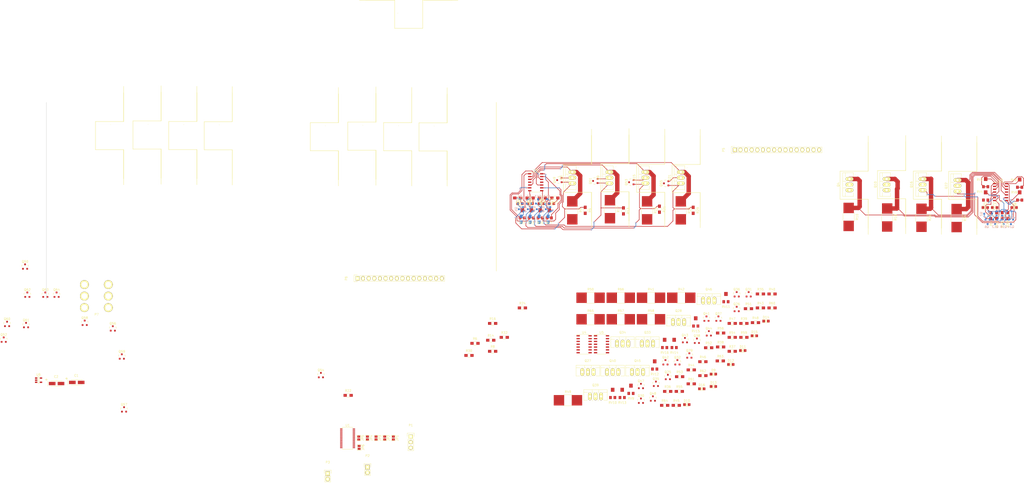
<source format=kicad_pcb>
(kicad_pcb (version 4) (host pcbnew 4.0.5-e0-6337~49~ubuntu16.04.1)
  (layers (0 F.Cu signal) (31 B.Cu signal) (34 B.Paste user) (35 F.Paste user hide) (36 B.SilkS user) (37 F.SilkS user) (38 B.Mask user hide) (39 F.Mask user hide) (44 Edge.Cuts user hide))
  (net 0 "")
  (net 1 "Net-(D1-Pad2)")
  (net 2 GND)
  (net 3 "Net-(D2-Pad2)")
  (net 4 "Net-(D3-Pad2)")
  (net 5 "Net-(D4-Pad2)")
  (net 6 "Net-(D5-Pad2)")
  (net 7 "Net-(D6-Pad2)")
  (net 8 "Net-(D7-Pad2)")
  (net 9 "Net-(D8-Pad2)")
  (net 10 "Net-(D9-Pad2)")
  (net 11 "Net-(D10-Pad2)")
  (net 12 "Net-(D11-Pad2)")
  (net 13 "Net-(D12-Pad2)")
  (net 14 "Net-(D13-Pad2)")
  (net 15 "Net-(D14-Pad2)")
  (net 16 "Net-(D15-Pad2)")
  (net 17 "Net-(D16-Pad2)")
  (net 18 +3V3)
  (net 19 "Net-(JP1-Pad2)")
  (net 20 "Net-(JP2-Pad2)")
  (net 21 "Net-(JP3-Pad2)")
  (net 22 "Net-(JP4-Pad2)")
  (net 23 "Net-(JP5-Pad2)")
  (net 24 "Net-(JP6-Pad2)")
  (net 25 +5V)
  (net 26 "Net-(P2-Pad1)")
  (net 27 "Net-(P2-Pad2)")
  (net 28 +12V)
  (net 29 "Net-(P5-Pad2)")
  (net 30 "Net-(P6-Pad2)")
  (net 31 "Net-(Q1-Pad2)")
  (net 32 "Net-(Q1-Pad3)")
  (net 33 "Net-(Q2-Pad2)")
  (net 34 "Net-(Q2-Pad3)")
  (net 35 "Net-(Q3-Pad3)")
  (net 36 "Net-(Q4-Pad3)")
  (net 37 "Net-(Q5-Pad2)")
  (net 38 "Net-(Q6-Pad2)")
  (net 39 "Net-(Q11-Pad1)")
  (net 40 "Net-(Q7-Pad3)")
  (net 41 "Net-(Q10-Pad1)")
  (net 42 "Net-(Q8-Pad3)")
  (net 43 "Net-(Q9-Pad3)")
  (net 44 "Net-(Q10-Pad3)")
  (net 45 "Net-(Q11-Pad2)")
  (net 46 "Net-(Q12-Pad2)")
  (net 47 "Net-(Q13-Pad2)")
  (net 48 "Net-(Q13-Pad3)")
  (net 49 "Net-(Q14-Pad2)")
  (net 50 "Net-(Q14-Pad3)")
  (net 51 "Net-(Q15-Pad3)")
  (net 52 "Net-(Q16-Pad3)")
  (net 53 "Net-(Q17-Pad2)")
  (net 54 "Net-(Q18-Pad2)")
  (net 55 "Net-(Q19-Pad2)")
  (net 56 "Net-(Q19-Pad3)")
  (net 57 "Net-(Q20-Pad2)")
  (net 58 "Net-(Q20-Pad3)")
  (net 59 "Net-(Q21-Pad3)")
  (net 60 "Net-(Q22-Pad3)")
  (net 61 "Net-(Q23-Pad2)")
  (net 62 "Net-(Q24-Pad2)")
  (net 63 "Net-(Q25-Pad2)")
  (net 64 "Net-(Q25-Pad3)")
  (net 65 "Net-(Q26-Pad2)")
  (net 66 "Net-(Q26-Pad3)")
  (net 67 "Net-(Q27-Pad3)")
  (net 68 "Net-(Q28-Pad3)")
  (net 69 "Net-(Q29-Pad2)")
  (net 70 "Net-(Q30-Pad2)")
  (net 71 "Net-(Q31-Pad2)")
  (net 72 "Net-(Q31-Pad3)")
  (net 73 "Net-(Q32-Pad2)")
  (net 74 "Net-(Q32-Pad3)")
  (net 75 "Net-(Q33-Pad3)")
  (net 76 "Net-(Q34-Pad3)")
  (net 77 "Net-(Q35-Pad2)")
  (net 78 "Net-(Q36-Pad2)")
  (net 79 "Net-(Q37-Pad2)")
  (net 80 "Net-(Q37-Pad3)")
  (net 81 "Net-(Q38-Pad2)")
  (net 82 "Net-(Q38-Pad3)")
  (net 83 "Net-(Q39-Pad3)")
  (net 84 "Net-(Q40-Pad3)")
  (net 85 "Net-(Q41-Pad2)")
  (net 86 "Net-(Q42-Pad2)")
  (net 87 "Net-(Q43-Pad2)")
  (net 88 "Net-(Q43-Pad3)")
  (net 89 "Net-(Q44-Pad2)")
  (net 90 "Net-(Q44-Pad3)")
  (net 91 "Net-(Q45-Pad3)")
  (net 92 "Net-(Q46-Pad3)")
  (net 93 "Net-(Q47-Pad2)")
  (net 94 "Net-(Q48-Pad2)")
  (net 95 /LED0-7/LED0)
  (net 96 /LED0-7/LED4)
  (net 97 /LED0-7/LED1)
  (net 98 /LED0-7/LED5)
  (net 99 /LED0-7/LED2)
  (net 100 /LED0-7/LED6)
  (net 101 /LED0-7/LED3)
  (net 102 /LED0-7/LED7)
  (net 103 /LED8-15/LED8)
  (net 104 /LED8-15/LED12)
  (net 105 /LED8-15/LED9)
  (net 106 /LED8-15/LED13)
  (net 107 /LED8-15/LED10)
  (net 108 /LED8-15/LED14)
  (net 109 /LED8-15/LED11)
  (net 110 /LED8-15/LED15)
  (net 111 "Net-(RV1-Pad2)")
  (net 112 "Net-(RV2-Pad2)")
  (net 113 "Net-(RV3-Pad2)")
  (net 114 "Net-(RV4-Pad2)")
  (net 115 "Net-(RV5-Pad2)")
  (net 116 "Net-(RV6-Pad2)")
  (net 117 "Net-(RV7-Pad2)")
  (net 118 "Net-(RV8-Pad2)")
  (net 119 "Net-(RV9-Pad2)")
  (net 120 "Net-(RV10-Pad2)")
  (net 121 "Net-(RV11-Pad2)")
  (net 122 "Net-(RV12-Pad2)")
  (net 123 "Net-(RV13-Pad2)")
  (net 124 "Net-(RV14-Pad2)")
  (net 125 "Net-(RV15-Pad2)")
  (net 126 "Net-(RV16-Pad2)")
  (net 127 "Net-(U1-Pad23)")
  (net 128 "Net-(U1-Pad25)")
  (net 129 "Net-(P5-Pad10)")
  (net 130 "Net-(P5-Pad4)")
  (net 131 "Net-(P5-Pad12)")
  (net 132 "Net-(P5-Pad6)")
  (net 133 "Net-(P5-Pad14)")
  (net 134 "Net-(P5-Pad8)")
  (net 135 "Net-(P5-Pad16)")
  (net 136 "Net-(P6-Pad10)")
  (net 137 "Net-(P6-Pad4)")
  (net 138 "Net-(P6-Pad12)")
  (net 139 "Net-(P6-Pad6)")
  (net 140 "Net-(P6-Pad14)")
  (net 141 "Net-(P6-Pad8)")
  (net 142 "Net-(P6-Pad16)")
  (net 143 "Net-(U6-Pad4)")
  (module TO_SOT_Packages_SMD:SOT-23 (layer B.Cu) (at 471.27922 75.565 270)
    (fp_text reference Q8 (at 0 2.25 270) (layer B.SilkS) (effects (justify mirror)))
    (fp_text value BC413)
    (pad 1 smd rect (at -0.95 -1.00076 270) (size 0.8001 0.8001) (layers B.Cu B.Paste B.Mask) (net 25 +5V))
    (pad 2 smd rect (at 0.95 -1.00076 270) (size 0.8001 0.8001) (layers B.Cu B.Paste B.Mask) (net 41 "Net-(Q10-Pad1)"))
    (pad 3 smd rect (at 0 0.99822 270) (size 0.8001 0.8001) (layers B.Cu B.Paste B.Mask) (net 42 "Net-(Q8-Pad3)"))
  )
  (module TO_SOT_Packages_SMD:SOT-23 (layer B.Cu) (at 474.726 75.58278)
    (fp_text reference Q14 (at 0.762 1.76022) (layer B.SilkS) (effects (justify mirror)))
    (fp_text value BC413)
    (pad 1 smd rect (at -0.95 -1.00076) (size 0.8001 0.8001) (layers B.Cu B.Paste B.Mask) (net 25 +5V))
    (pad 2 smd rect (at 0.95 -1.00076) (size 0.8001 0.8001) (layers B.Cu B.Paste B.Mask) (net 49 "Net-(Q14-Pad2)"))
    (pad 3 smd rect (at 0 0.99822) (size 0.8001 0.8001) (layers B.Cu B.Paste B.Mask) (net 50 "Net-(Q14-Pad3)"))
  )
  (module Housings_SOIC:SOIC-14_3.9x8.7mm_Pitch1.27mm (layer F.Cu) (at 474.091 65.913)
    (fp_text reference U3 (at 0 -5.375) (layer F.SilkS))
    (fp_text value LM324AN)
    (pad 1 smd rect (at -2.7 -3.81) (size 1.5 0.6) (layers F.Cu F.Paste F.Mask) (net 38 "Net-(Q6-Pad2)"))
    (pad 2 smd rect (at -2.7 -2.54) (size 1.5 0.6) (layers F.Cu F.Paste F.Mask) (net 112 "Net-(RV2-Pad2)"))
    (pad 3 smd rect (at -2.7 -1.27) (size 1.5 0.6) (layers F.Cu F.Paste F.Mask) (net 36 "Net-(Q4-Pad3)"))
    (pad 4 smd rect (at -2.7 0) (size 1.5 0.6) (layers F.Cu F.Paste F.Mask) (net 25 +5V))
    (pad 5 smd rect (at -2.7 1.27) (size 1.5 0.6) (layers F.Cu F.Paste F.Mask) (net 44 "Net-(Q10-Pad3)"))
    (pad 6 smd rect (at -2.7 2.54) (size 1.5 0.6) (layers F.Cu F.Paste F.Mask) (net 114 "Net-(RV4-Pad2)"))
    (pad 7 smd rect (at -2.7 3.81) (size 1.5 0.6) (layers F.Cu F.Paste F.Mask) (net 46 "Net-(Q12-Pad2)"))
    (pad 8 smd rect (at 2.7 3.81) (size 1.5 0.6) (layers F.Cu F.Paste F.Mask) (net 54 "Net-(Q18-Pad2)"))
    (pad 9 smd rect (at 2.7 2.54) (size 1.5 0.6) (layers F.Cu F.Paste F.Mask) (net 116 "Net-(RV6-Pad2)"))
    (pad 10 smd rect (at 2.7 1.27) (size 1.5 0.6) (layers F.Cu F.Paste F.Mask) (net 52 "Net-(Q16-Pad3)"))
    (pad 11 smd rect (at 2.7 0) (size 1.5 0.6) (layers F.Cu F.Paste F.Mask) (net 2 GND))
    (pad 12 smd rect (at 2.7 -1.27) (size 1.5 0.6) (layers F.Cu F.Paste F.Mask) (net 60 "Net-(Q22-Pad3)"))
    (pad 13 smd rect (at 2.7 -2.54) (size 1.5 0.6) (layers F.Cu F.Paste F.Mask) (net 118 "Net-(RV8-Pad2)"))
    (pad 14 smd rect (at 2.7 -3.81) (size 1.5 0.6) (layers F.Cu F.Paste F.Mask) (net 62 "Net-(Q24-Pad2)"))
  )
  (module LEDs:LED_0805 (layer F.Cu) (at 257.048 71.12)
    (fp_text reference D1 (at 0 -1.75) (layer F.SilkS))
    (fp_text value LED)
    (pad 2 smd rect (at 1.04902 0 180) (size 1.19888 1.19888) (layers F.Cu F.Paste F.Mask) (net 1 "Net-(D1-Pad2)"))
    (pad 1 smd rect (at -1.04902 0 180) (size 1.19888 1.19888) (layers F.Cu F.Paste F.Mask) (net 2 GND))
  )
  (module LEDs:LED_0805 (layer F.Cu) (at 467.19998 72.898)
    (fp_text reference D2 (at 0 -1.75) (layer F.SilkS))
    (fp_text value LED)
    (pad 2 smd rect (at 1.04902 0 180) (size 1.19888 1.19888) (layers F.Cu F.Paste F.Mask) (net 3 "Net-(D2-Pad2)"))
    (pad 1 smd rect (at -1.04902 0 180) (size 1.19888 1.19888) (layers F.Cu F.Paste F.Mask) (net 2 GND))
  )
  (module LEDs:LED_0805 (layer F.Cu) (at 261.62 71.12)
    (fp_text reference D3 (at 0 -1.75) (layer F.SilkS))
    (fp_text value LED)
    (pad 2 smd rect (at 1.04902 0 180) (size 1.19888 1.19888) (layers F.Cu F.Paste F.Mask) (net 4 "Net-(D3-Pad2)"))
    (pad 1 smd rect (at -1.04902 0 180) (size 1.19888 1.19888) (layers F.Cu F.Paste F.Mask) (net 2 GND))
  )
  (module LEDs:LED_0805 (layer F.Cu) (at 471.424 72.898)
    (fp_text reference D4 (at 0 -1.75) (layer F.SilkS))
    (fp_text value LED)
    (pad 2 smd rect (at 1.04902 0 180) (size 1.19888 1.19888) (layers F.Cu F.Paste F.Mask) (net 5 "Net-(D4-Pad2)"))
    (pad 1 smd rect (at -1.04902 0 180) (size 1.19888 1.19888) (layers F.Cu F.Paste F.Mask) (net 2 GND))
  )
  (module LEDs:LED_0805 (layer F.Cu) (at 266.7 71.12)
    (fp_text reference D5 (at 0 -1.75) (layer F.SilkS))
    (fp_text value LED)
    (pad 2 smd rect (at 1.04902 0 180) (size 1.19888 1.19888) (layers F.Cu F.Paste F.Mask) (net 6 "Net-(D5-Pad2)"))
    (pad 1 smd rect (at -1.04902 0 180) (size 1.19888 1.19888) (layers F.Cu F.Paste F.Mask) (net 2 GND))
  )
  (module LEDs:LED_0805 (layer F.Cu) (at 271.272 71.12)
    (fp_text reference D7 (at 0 -1.75) (layer F.SilkS))
    (fp_text value LED)
    (pad 2 smd rect (at 1.04902 0 180) (size 1.19888 1.19888) (layers F.Cu F.Paste F.Mask) (net 8 "Net-(D7-Pad2)"))
    (pad 1 smd rect (at -1.04902 0 180) (size 1.19888 1.19888) (layers F.Cu F.Paste F.Mask) (net 2 GND))
  )
  (module LEDs:LED_0805 (layer F.Cu) (at 480.22002 72.898 180)
    (fp_text reference D8 (at -0.09398 1.524 180) (layer F.SilkS))
    (fp_text value LED)
    (pad 2 smd rect (at 1.04902 0) (size 1.19888 1.19888) (layers F.Cu F.Paste F.Mask) (net 9 "Net-(D8-Pad2)"))
    (pad 1 smd rect (at -1.04902 0) (size 1.19888 1.19888) (layers F.Cu F.Paste F.Mask) (net 2 GND))
  )
  (module LEDs:LED_0805 (layer F.Cu) (at 344.405001 148.127)
    (fp_text reference D9 (at 0 -1.75) (layer F.SilkS))
    (fp_text value LED)
    (pad 2 smd rect (at 1.04902 0 180) (size 1.19888 1.19888) (layers F.Cu F.Paste F.Mask) (net 10 "Net-(D9-Pad2)"))
    (pad 1 smd rect (at -1.04902 0 180) (size 1.19888 1.19888) (layers F.Cu F.Paste F.Mask) (net 2 GND))
  )
  (module LEDs:LED_0805 (layer F.Cu) (at 332.395001 161.897)
    (fp_text reference D10 (at 0 -1.75) (layer F.SilkS))
    (fp_text value LED)
    (pad 2 smd rect (at 1.04902 0 180) (size 1.19888 1.19888) (layers F.Cu F.Paste F.Mask) (net 11 "Net-(D10-Pad2)"))
    (pad 1 smd rect (at -1.04902 0 180) (size 1.19888 1.19888) (layers F.Cu F.Paste F.Mask) (net 2 GND))
  )
  (module LEDs:LED_0805 (layer F.Cu) (at 357.665001 137.487)
    (fp_text reference D11 (at 0 -1.75) (layer F.SilkS))
    (fp_text value LED)
    (pad 2 smd rect (at 1.04902 0 180) (size 1.19888 1.19888) (layers F.Cu F.Paste F.Mask) (net 12 "Net-(D11-Pad2)"))
    (pad 1 smd rect (at -1.04902 0 180) (size 1.19888 1.19888) (layers F.Cu F.Paste F.Mask) (net 2 GND))
  )
  (module LEDs:LED_0805 (layer F.Cu) (at 352.265001 143.787)
    (fp_text reference D12 (at 0 -1.75) (layer F.SilkS))
    (fp_text value LED)
    (pad 2 smd rect (at 1.04902 0 180) (size 1.19888 1.19888) (layers F.Cu F.Paste F.Mask) (net 13 "Net-(D12-Pad2)"))
    (pad 1 smd rect (at -1.04902 0 180) (size 1.19888 1.19888) (layers F.Cu F.Paste F.Mask) (net 2 GND))
  )
  (module LEDs:LED_0805 (layer F.Cu) (at 344.405001 153.727)
    (fp_text reference D13 (at 0 -1.75) (layer F.SilkS))
    (fp_text value LED)
    (pad 2 smd rect (at 1.04902 0 180) (size 1.19888 1.19888) (layers F.Cu F.Paste F.Mask) (net 14 "Net-(D13-Pad2)"))
    (pad 1 smd rect (at -1.04902 0 180) (size 1.19888 1.19888) (layers F.Cu F.Paste F.Mask) (net 2 GND))
  )
  (module LEDs:LED_0805 (layer F.Cu) (at 368.165001 124.187)
    (fp_text reference D14 (at 0 -1.75) (layer F.SilkS))
    (fp_text value LED)
    (pad 2 smd rect (at 1.04902 0 180) (size 1.19888 1.19888) (layers F.Cu F.Paste F.Mask) (net 15 "Net-(D14-Pad2)"))
    (pad 1 smd rect (at -1.04902 0 180) (size 1.19888 1.19888) (layers F.Cu F.Paste F.Mask) (net 2 GND))
  )
  (module LEDs:LED_0805 (layer F.Cu) (at 362.915001 130.837)
    (fp_text reference D15 (at 0 -1.75) (layer F.SilkS))
    (fp_text value LED)
    (pad 2 smd rect (at 1.04902 0 180) (size 1.19888 1.19888) (layers F.Cu F.Paste F.Mask) (net 16 "Net-(D15-Pad2)"))
    (pad 1 smd rect (at -1.04902 0 180) (size 1.19888 1.19888) (layers F.Cu F.Paste F.Mask) (net 2 GND))
  )
  (module LEDs:LED_0805 (layer F.Cu) (at 339.155001 154.777)
    (fp_text reference D16 (at 0 -1.75) (layer F.SilkS))
    (fp_text value LED)
    (pad 2 smd rect (at 1.04902 0 180) (size 1.19888 1.19888) (layers F.Cu F.Paste F.Mask) (net 17 "Net-(D16-Pad2)"))
    (pad 1 smd rect (at -1.04902 0 180) (size 1.19888 1.19888) (layers F.Cu F.Paste F.Mask) (net 2 GND))
  )
  (module Connect:GS2 (layer F.Cu) (at 199.864001 177.006049)
    (fp_text reference JP1 (at 1.778 0 90) (layer F.SilkS))
    (fp_text value Jumper_NO_Small)
    (pad 1 smd rect (at 0 -0.635) (size 1.27 0.9652) (layers F.Cu F.Paste F.Mask) (net 18 +3V3))
    (pad 2 smd rect (at 0 0.635) (size 1.27 0.9652) (layers F.Cu F.Paste F.Mask) (net 19 "Net-(JP1-Pad2)"))
  )
  (module Connect:GS2 (layer F.Cu) (at 195.954001 177.006049)
    (fp_text reference JP2 (at 1.778 0 90) (layer F.SilkS))
    (fp_text value Jumper_NO_Small)
    (pad 1 smd rect (at 0 -0.635) (size 1.27 0.9652) (layers F.Cu F.Paste F.Mask) (net 18 +3V3))
    (pad 2 smd rect (at 0 0.635) (size 1.27 0.9652) (layers F.Cu F.Paste F.Mask) (net 20 "Net-(JP2-Pad2)"))
  )
  (module Connect:GS2 (layer F.Cu) (at 192.044001 177.006049)
    (fp_text reference JP3 (at 1.778 0 90) (layer F.SilkS))
    (fp_text value Jumper_NO_Small)
    (pad 1 smd rect (at 0 -0.635) (size 1.27 0.9652) (layers F.Cu F.Paste F.Mask) (net 18 +3V3))
    (pad 2 smd rect (at 0 0.635) (size 1.27 0.9652) (layers F.Cu F.Paste F.Mask) (net 21 "Net-(JP3-Pad2)"))
  )
  (module Connect:GS2 (layer F.Cu) (at 188.134001 177.006049)
    (fp_text reference JP4 (at 1.778 0 90) (layer F.SilkS))
    (fp_text value Jumper_NO_Small)
    (pad 1 smd rect (at 0 -0.635) (size 1.27 0.9652) (layers F.Cu F.Paste F.Mask) (net 18 +3V3))
    (pad 2 smd rect (at 0 0.635) (size 1.27 0.9652) (layers F.Cu F.Paste F.Mask) (net 22 "Net-(JP4-Pad2)"))
  )
  (module Connect:GS2 (layer F.Cu) (at 184.224001 177.006049)
    (fp_text reference JP5 (at 1.778 0 90) (layer F.SilkS))
    (fp_text value Jumper_NO_Small)
    (pad 1 smd rect (at 0 -0.635) (size 1.27 0.9652) (layers F.Cu F.Paste F.Mask) (net 18 +3V3))
    (pad 2 smd rect (at 0 0.635) (size 1.27 0.9652) (layers F.Cu F.Paste F.Mask) (net 23 "Net-(JP5-Pad2)"))
  )
  (module Connect:GS2 (layer F.Cu) (at 184.404 181.229)
    (fp_text reference JP6 (at 1.778 0 90) (layer F.SilkS))
    (fp_text value Jumper_NO_Small)
    (pad 1 smd rect (at 0 -0.635) (size 1.27 0.9652) (layers F.Cu F.Paste F.Mask) (net 18 +3V3))
    (pad 2 smd rect (at 0 0.635) (size 1.27 0.9652) (layers F.Cu F.Paste F.Mask) (net 24 "Net-(JP6-Pad2)"))
  )
  (module Pin_Headers:Pin_Header_Straight_1x03 (layer F.Cu) (at 207.718333 176.337)
    (fp_text reference P1 (at 0 -5.1) (layer F.SilkS))
    (fp_text value CONN_01X02)
    (pad 1 thru_hole rect (at 0 0) (size 2.032 1.7272) (drill 1.016) (layers *.Cu *.Mask F.SilkS) (net 25 +5V))
    (pad 2 thru_hole oval (at 0 2.54) (size 2.032 1.7272) (drill 1.016) (layers *.Cu *.Mask F.SilkS) (net 2 GND))
    (pad 3 thru_hole oval (at 0 5.08) (size 2.032 1.7272) (drill 1.016) (layers *.Cu *.Mask F.SilkS))
  )
  (module Pin_Headers:Pin_Header_Straight_1x02 (layer F.Cu) (at 188.168333 190.117)
    (fp_text reference P2 (at 0 -5.1) (layer F.SilkS))
    (fp_text value CONN_01X02)
    (pad 1 thru_hole rect (at 0 0) (size 2.032 2.032) (drill 1.016) (layers *.Cu *.Mask F.SilkS) (net 26 "Net-(P2-Pad1)"))
    (pad 2 thru_hole oval (at 0 2.54) (size 2.032 2.032) (drill 1.016) (layers *.Cu *.Mask F.SilkS) (net 27 "Net-(P2-Pad2)"))
  )
  (module Pin_Headers:Pin_Header_Straight_1x02 (layer F.Cu) (at 170.208333 193.037)
    (fp_text reference P3 (at 0 -5.1) (layer F.SilkS))
    (fp_text value CONN_01X02)
    (pad 1 thru_hole rect (at 0 0) (size 2.032 2.032) (drill 1.016) (layers *.Cu *.Mask F.SilkS) (net 26 "Net-(P2-Pad1)"))
    (pad 2 thru_hole oval (at 0 2.54) (size 2.032 2.032) (drill 1.016) (layers *.Cu *.Mask F.SilkS) (net 27 "Net-(P2-Pad2)"))
  )
  (module Pin_Headers:Pin_Header_Straight_1x16 (layer F.Cu) (at 354.076 46.863 90)
    (fp_text reference P5 (at 0 -5.1 90) (layer F.SilkS))
    (fp_text value CONN_01X16)
    (pad 1 thru_hole rect (at 0 0 90) (size 2.032 1.7272) (drill 1.016) (layers *.Cu *.Mask F.SilkS) (net 28 +12V))
    (pad 2 thru_hole oval (at 0 2.54 90) (size 2.032 1.7272) (drill 1.016) (layers *.Cu *.Mask F.SilkS) (net 29 "Net-(P5-Pad2)"))
    (pad 3 thru_hole oval (at 0 5.08 90) (size 2.032 1.7272) (drill 1.016) (layers *.Cu *.Mask F.SilkS) (net 28 +12V))
    (pad 4 thru_hole oval (at 0 7.62 90) (size 2.032 1.7272) (drill 1.016) (layers *.Cu *.Mask F.SilkS) (net 130 "Net-(P5-Pad4)"))
    (pad 5 thru_hole oval (at 0 10.16 90) (size 2.032 1.7272) (drill 1.016) (layers *.Cu *.Mask F.SilkS) (net 28 +12V))
    (pad 6 thru_hole oval (at 0 12.7 90) (size 2.032 1.7272) (drill 1.016) (layers *.Cu *.Mask F.SilkS) (net 132 "Net-(P5-Pad6)"))
    (pad 7 thru_hole oval (at 0 15.24 90) (size 2.032 1.7272) (drill 1.016) (layers *.Cu *.Mask F.SilkS) (net 28 +12V))
    (pad 8 thru_hole oval (at 0 17.78 90) (size 2.032 1.7272) (drill 1.016) (layers *.Cu *.Mask F.SilkS) (net 134 "Net-(P5-Pad8)"))
    (pad 9 thru_hole oval (at 0 20.32 90) (size 2.032 1.7272) (drill 1.016) (layers *.Cu *.Mask F.SilkS) (net 28 +12V))
    (pad 10 thru_hole oval (at 0 22.86 90) (size 2.032 1.7272) (drill 1.016) (layers *.Cu *.Mask F.SilkS) (net 129 "Net-(P5-Pad10)"))
    (pad 11 thru_hole oval (at 0 25.4 90) (size 2.032 1.7272) (drill 1.016) (layers *.Cu *.Mask F.SilkS) (net 28 +12V))
    (pad 12 thru_hole oval (at 0 27.94 90) (size 2.032 1.7272) (drill 1.016) (layers *.Cu *.Mask F.SilkS) (net 131 "Net-(P5-Pad12)"))
    (pad 13 thru_hole oval (at 0 30.48 90) (size 2.032 1.7272) (drill 1.016) (layers *.Cu *.Mask F.SilkS) (net 28 +12V))
    (pad 14 thru_hole oval (at 0 33.02 90) (size 2.032 1.7272) (drill 1.016) (layers *.Cu *.Mask F.SilkS) (net 133 "Net-(P5-Pad14)"))
    (pad 15 thru_hole oval (at 0 35.56 90) (size 2.032 1.7272) (drill 1.016) (layers *.Cu *.Mask F.SilkS) (net 28 +12V))
    (pad 16 thru_hole oval (at 0 38.1 90) (size 2.032 1.7272) (drill 1.016) (layers *.Cu *.Mask F.SilkS) (net 135 "Net-(P5-Pad16)"))
  )
  (module Pin_Headers:Pin_Header_Straight_1x16 (layer F.Cu) (at 183.642 104.902 90)
    (fp_text reference P6 (at 0 -5.1 90) (layer F.SilkS))
    (fp_text value CONN_01X16)
    (pad 1 thru_hole rect (at 0 0 90) (size 2.032 1.7272) (drill 1.016) (layers *.Cu *.Mask F.SilkS) (net 28 +12V))
    (pad 2 thru_hole oval (at 0 2.54 90) (size 2.032 1.7272) (drill 1.016) (layers *.Cu *.Mask F.SilkS) (net 30 "Net-(P6-Pad2)"))
    (pad 3 thru_hole oval (at 0 5.08 90) (size 2.032 1.7272) (drill 1.016) (layers *.Cu *.Mask F.SilkS) (net 28 +12V))
    (pad 4 thru_hole oval (at 0 7.62 90) (size 2.032 1.7272) (drill 1.016) (layers *.Cu *.Mask F.SilkS) (net 137 "Net-(P6-Pad4)"))
    (pad 5 thru_hole oval (at 0 10.16 90) (size 2.032 1.7272) (drill 1.016) (layers *.Cu *.Mask F.SilkS) (net 28 +12V))
    (pad 6 thru_hole oval (at 0 12.7 90) (size 2.032 1.7272) (drill 1.016) (layers *.Cu *.Mask F.SilkS) (net 139 "Net-(P6-Pad6)"))
    (pad 7 thru_hole oval (at 0 15.24 90) (size 2.032 1.7272) (drill 1.016) (layers *.Cu *.Mask F.SilkS) (net 28 +12V))
    (pad 8 thru_hole oval (at 0 17.78 90) (size 2.032 1.7272) (drill 1.016) (layers *.Cu *.Mask F.SilkS) (net 141 "Net-(P6-Pad8)"))
    (pad 9 thru_hole oval (at 0 20.32 90) (size 2.032 1.7272) (drill 1.016) (layers *.Cu *.Mask F.SilkS) (net 28 +12V))
    (pad 10 thru_hole oval (at 0 22.86 90) (size 2.032 1.7272) (drill 1.016) (layers *.Cu *.Mask F.SilkS) (net 136 "Net-(P6-Pad10)"))
    (pad 11 thru_hole oval (at 0 25.4 90) (size 2.032 1.7272) (drill 1.016) (layers *.Cu *.Mask F.SilkS) (net 28 +12V))
    (pad 12 thru_hole oval (at 0 27.94 90) (size 2.032 1.7272) (drill 1.016) (layers *.Cu *.Mask F.SilkS) (net 138 "Net-(P6-Pad12)"))
    (pad 13 thru_hole oval (at 0 30.48 90) (size 2.032 1.7272) (drill 1.016) (layers *.Cu *.Mask F.SilkS) (net 28 +12V))
    (pad 14 thru_hole oval (at 0 33.02 90) (size 2.032 1.7272) (drill 1.016) (layers *.Cu *.Mask F.SilkS) (net 140 "Net-(P6-Pad14)"))
    (pad 15 thru_hole oval (at 0 35.56 90) (size 2.032 1.7272) (drill 1.016) (layers *.Cu *.Mask F.SilkS) (net 28 +12V))
    (pad 16 thru_hole oval (at 0 38.1 90) (size 2.032 1.7272) (drill 1.016) (layers *.Cu *.Mask F.SilkS) (net 142 "Net-(P6-Pad16)"))
  )
  (module TO_SOT_Packages_SMD:SOT-23 (layer B.Cu) (at 257.048 70.104 180)
    (fp_text reference Q1 (at 0 2.25 180) (layer B.SilkS) (effects (justify mirror)))
    (fp_text value BC413)
    (pad 1 smd rect (at -0.95 -1.00076 180) (size 0.8001 0.8001) (layers B.Cu B.Paste B.Mask) (net 25 +5V))
    (pad 2 smd rect (at 0.95 -1.00076 180) (size 0.8001 0.8001) (layers B.Cu B.Paste B.Mask) (net 31 "Net-(Q1-Pad2)"))
    (pad 3 smd rect (at 0 0.99822 180) (size 0.8001 0.8001) (layers B.Cu B.Paste B.Mask) (net 32 "Net-(Q1-Pad3)"))
  )
  (module TO_SOT_Packages_SMD:SOT-23 (layer B.Cu) (at 467.72322 75.692 270)
    (fp_text reference Q2 (at 0.127 2.39522 270) (layer B.SilkS) (effects (justify mirror)))
    (fp_text value BC413)
    (pad 1 smd rect (at -0.95 -1.00076 270) (size 0.8001 0.8001) (layers B.Cu B.Paste B.Mask) (net 25 +5V))
    (pad 2 smd rect (at 0.95 -1.00076 270) (size 0.8001 0.8001) (layers B.Cu B.Paste B.Mask) (net 33 "Net-(Q2-Pad2)"))
    (pad 3 smd rect (at 0 0.99822 270) (size 0.8001 0.8001) (layers B.Cu B.Paste B.Mask) (net 34 "Net-(Q2-Pad3)"))
  )
  (module TO_SOT_Packages_THT:TO-220_Neutral123_Vertical_LargePads (layer F.Cu) (at 280.67 59.436 90)
    (fp_text reference Q3 (at 0 -5.08 90) (layer F.SilkS))
    (fp_text value BD911)
    (pad 2 thru_hole oval (at 0 0 180) (size 3.50012 1.69926) (drill 1.00076) (layers *.Cu *.Mask F.SilkS) (net 29 "Net-(P5-Pad2)"))
    (pad 1 thru_hole oval (at -2.54 0 180) (size 3.50012 1.69926) (drill 1.00076) (layers *.Cu *.Mask F.SilkS) (net 31 "Net-(Q1-Pad2)"))
    (pad 3 thru_hole oval (at 2.54 0 180) (size 3.50012 1.69926) (drill 1.00076) (layers *.Cu *.Mask F.SilkS) (net 35 "Net-(Q3-Pad3)"))
  )
  (module TO_SOT_Packages_THT:TO-220_Neutral123_Vertical_LargePads (layer F.Cu) (at 405.874572 62.544906 90)
    (fp_text reference Q4 (at 0 -5.08 90) (layer F.SilkS))
    (fp_text value BD911)
    (pad 2 thru_hole oval (at 0 0 180) (size 3.50012 1.69926) (drill 1.00076) (layers *.Cu *.Mask F.SilkS) (net 129 "Net-(P5-Pad10)"))
    (pad 1 thru_hole oval (at -2.54 0 180) (size 3.50012 1.69926) (drill 1.00076) (layers *.Cu *.Mask F.SilkS) (net 33 "Net-(Q2-Pad2)"))
    (pad 3 thru_hole oval (at 2.54 0 180) (size 3.50012 1.69926) (drill 1.00076) (layers *.Cu *.Mask F.SilkS) (net 36 "Net-(Q4-Pad3)"))
  )
  (module TO_SOT_Packages_SMD:SOT-23 (layer B.Cu) (at 257.556 73.66 270)
    (fp_text reference Q5 (at 0 2.25 270) (layer B.SilkS) (effects (justify mirror)))
    (fp_text value BC413)
    (pad 1 smd rect (at -0.95 -1.00076 270) (size 0.8001 0.8001) (layers B.Cu B.Paste B.Mask) (net 31 "Net-(Q1-Pad2)"))
    (pad 2 smd rect (at 0.95 -1.00076 270) (size 0.8001 0.8001) (layers B.Cu B.Paste B.Mask) (net 37 "Net-(Q5-Pad2)"))
    (pad 3 smd rect (at 0 0.99822 270) (size 0.8001 0.8001) (layers B.Cu B.Paste B.Mask) (net 2 GND))
  )
  (module TO_SOT_Packages_SMD:SOT-23 (layer B.Cu) (at 468.249 79.375)
    (fp_text reference Q6 (at -0.381 2.25) (layer B.SilkS) (effects (justify mirror)))
    (fp_text value BC413)
    (pad 1 smd rect (at -0.95 -1.00076) (size 0.8001 0.8001) (layers B.Cu B.Paste B.Mask) (net 33 "Net-(Q2-Pad2)"))
    (pad 2 smd rect (at 0.95 -1.00076) (size 0.8001 0.8001) (layers B.Cu B.Paste B.Mask) (net 38 "Net-(Q6-Pad2)"))
    (pad 3 smd rect (at 0 0.99822) (size 0.8001 0.8001) (layers B.Cu B.Paste B.Mask) (net 2 GND))
  )
  (module TO_SOT_Packages_SMD:SOT-23 (layer B.Cu) (at 261.112 70.104 180)
    (fp_text reference Q7 (at 0 2.25 180) (layer B.SilkS) (effects (justify mirror)))
    (fp_text value BC413)
    (pad 1 smd rect (at -0.95 -1.00076 180) (size 0.8001 0.8001) (layers B.Cu B.Paste B.Mask) (net 25 +5V))
    (pad 2 smd rect (at 0.95 -1.00076 180) (size 0.8001 0.8001) (layers B.Cu B.Paste B.Mask) (net 39 "Net-(Q11-Pad1)"))
    (pad 3 smd rect (at 0 0.99822 180) (size 0.8001 0.8001) (layers B.Cu B.Paste B.Mask) (net 40 "Net-(Q7-Pad3)"))
  )
  (module TO_SOT_Packages_THT:TO-220_Neutral123_Vertical_LargePads (layer F.Cu) (at 297.434 59.436 90)
    (fp_text reference Q9 (at 0 -5.08 90) (layer F.SilkS))
    (fp_text value BD911)
    (pad 2 thru_hole oval (at 0 0 180) (size 3.50012 1.69926) (drill 1.00076) (layers *.Cu *.Mask F.SilkS) (net 130 "Net-(P5-Pad4)"))
    (pad 1 thru_hole oval (at -2.54 0 180) (size 3.50012 1.69926) (drill 1.00076) (layers *.Cu *.Mask F.SilkS) (net 39 "Net-(Q11-Pad1)"))
    (pad 3 thru_hole oval (at 2.54 0 180) (size 3.50012 1.69926) (drill 1.00076) (layers *.Cu *.Mask F.SilkS) (net 43 "Net-(Q9-Pad3)"))
  )
  (module TO_SOT_Packages_THT:TO-220_Neutral123_Vertical_LargePads (layer F.Cu) (at 422.638572 62.544906 90)
    (fp_text reference Q10 (at 0 -5.08 90) (layer F.SilkS))
    (fp_text value BD911)
    (pad 2 thru_hole oval (at 0 0 180) (size 3.50012 1.69926) (drill 1.00076) (layers *.Cu *.Mask F.SilkS) (net 131 "Net-(P5-Pad12)"))
    (pad 1 thru_hole oval (at -2.54 0 180) (size 3.50012 1.69926) (drill 1.00076) (layers *.Cu *.Mask F.SilkS) (net 41 "Net-(Q10-Pad1)"))
    (pad 3 thru_hole oval (at 2.54 0 180) (size 3.50012 1.69926) (drill 1.00076) (layers *.Cu *.Mask F.SilkS) (net 44 "Net-(Q10-Pad3)"))
  )
  (module TO_SOT_Packages_SMD:SOT-23 (layer B.Cu) (at 261.62 73.66 270)
    (fp_text reference Q11 (at 0 2.25 270) (layer B.SilkS) (effects (justify mirror)))
    (fp_text value BC413)
    (pad 1 smd rect (at -0.95 -1.00076 270) (size 0.8001 0.8001) (layers B.Cu B.Paste B.Mask) (net 39 "Net-(Q11-Pad1)"))
    (pad 2 smd rect (at 0.95 -1.00076 270) (size 0.8001 0.8001) (layers B.Cu B.Paste B.Mask) (net 45 "Net-(Q11-Pad2)"))
    (pad 3 smd rect (at 0 0.99822 270) (size 0.8001 0.8001) (layers B.Cu B.Paste B.Mask) (net 2 GND))
  )
  (module TO_SOT_Packages_SMD:SOT-23 (layer B.Cu) (at 471.678 79.375)
    (fp_text reference Q12 (at 0 2.25) (layer B.SilkS) (effects (justify mirror)))
    (fp_text value BC413)
    (pad 1 smd rect (at -0.95 -1.00076) (size 0.8001 0.8001) (layers B.Cu B.Paste B.Mask) (net 41 "Net-(Q10-Pad1)"))
    (pad 2 smd rect (at 0.95 -1.00076) (size 0.8001 0.8001) (layers B.Cu B.Paste B.Mask) (net 46 "Net-(Q12-Pad2)"))
    (pad 3 smd rect (at 0 0.99822) (size 0.8001 0.8001) (layers B.Cu B.Paste B.Mask) (net 2 GND))
  )
  (module TO_SOT_Packages_SMD:SOT-23 (layer B.Cu) (at 265.176 70.104 180)
    (fp_text reference Q13 (at 0 2.25 180) (layer B.SilkS) (effects (justify mirror)))
    (fp_text value BC413)
    (pad 1 smd rect (at -0.95 -1.00076 180) (size 0.8001 0.8001) (layers B.Cu B.Paste B.Mask) (net 25 +5V))
    (pad 2 smd rect (at 0.95 -1.00076 180) (size 0.8001 0.8001) (layers B.Cu B.Paste B.Mask) (net 47 "Net-(Q13-Pad2)"))
    (pad 3 smd rect (at 0 0.99822 180) (size 0.8001 0.8001) (layers B.Cu B.Paste B.Mask) (net 48 "Net-(Q13-Pad3)"))
  )
  (module TO_SOT_Packages_THT:TO-220_Neutral123_Vertical_LargePads (layer F.Cu) (at 313.69 59.436 90)
    (fp_text reference Q15 (at 0 -5.08 90) (layer F.SilkS))
    (fp_text value BD911)
    (pad 2 thru_hole oval (at 0 0 180) (size 3.50012 1.69926) (drill 1.00076) (layers *.Cu *.Mask F.SilkS) (net 132 "Net-(P5-Pad6)"))
    (pad 1 thru_hole oval (at -2.54 0 180) (size 3.50012 1.69926) (drill 1.00076) (layers *.Cu *.Mask F.SilkS) (net 47 "Net-(Q13-Pad2)"))
    (pad 3 thru_hole oval (at 2.54 0 180) (size 3.50012 1.69926) (drill 1.00076) (layers *.Cu *.Mask F.SilkS) (net 51 "Net-(Q15-Pad3)"))
  )
  (module TO_SOT_Packages_THT:TO-220_Neutral123_Vertical_LargePads (layer F.Cu) (at 438.894572 62.544906 90)
    (fp_text reference Q16 (at 0 -5.08 90) (layer F.SilkS))
    (fp_text value BD911)
    (pad 2 thru_hole oval (at 0 0 180) (size 3.50012 1.69926) (drill 1.00076) (layers *.Cu *.Mask F.SilkS) (net 133 "Net-(P5-Pad14)"))
    (pad 1 thru_hole oval (at -2.54 0 180) (size 3.50012 1.69926) (drill 1.00076) (layers *.Cu *.Mask F.SilkS) (net 49 "Net-(Q14-Pad2)"))
    (pad 3 thru_hole oval (at 2.54 0 180) (size 3.50012 1.69926) (drill 1.00076) (layers *.Cu *.Mask F.SilkS) (net 52 "Net-(Q16-Pad3)"))
  )
  (module TO_SOT_Packages_SMD:SOT-23 (layer B.Cu) (at 265.684 73.66 270)
    (fp_text reference Q17 (at 0 2.25 270) (layer B.SilkS) (effects (justify mirror)))
    (fp_text value BC413)
    (pad 1 smd rect (at -0.95 -1.00076 270) (size 0.8001 0.8001) (layers B.Cu B.Paste B.Mask) (net 47 "Net-(Q13-Pad2)"))
    (pad 2 smd rect (at 0.95 -1.00076 270) (size 0.8001 0.8001) (layers B.Cu B.Paste B.Mask) (net 53 "Net-(Q17-Pad2)"))
    (pad 3 smd rect (at 0 0.99822 270) (size 0.8001 0.8001) (layers B.Cu B.Paste B.Mask) (net 2 GND))
  )
  (module TO_SOT_Packages_SMD:SOT-23 (layer B.Cu) (at 475.488 79.375)
    (fp_text reference Q18 (at 0 2.25) (layer B.SilkS) (effects (justify mirror)))
    (fp_text value BC413)
    (pad 1 smd rect (at -0.95 -1.00076) (size 0.8001 0.8001) (layers B.Cu B.Paste B.Mask) (net 49 "Net-(Q14-Pad2)"))
    (pad 2 smd rect (at 0.95 -1.00076) (size 0.8001 0.8001) (layers B.Cu B.Paste B.Mask) (net 54 "Net-(Q18-Pad2)"))
    (pad 3 smd rect (at 0 0.99822) (size 0.8001 0.8001) (layers B.Cu B.Paste B.Mask) (net 2 GND))
  )
  (module TO_SOT_Packages_SMD:SOT-23 (layer B.Cu) (at 269.24 70.104 180)
    (fp_text reference Q19 (at 0 2.25 180) (layer B.SilkS) (effects (justify mirror)))
    (fp_text value BC413)
    (pad 1 smd rect (at -0.95 -1.00076 180) (size 0.8001 0.8001) (layers B.Cu B.Paste B.Mask) (net 25 +5V))
    (pad 2 smd rect (at 0.95 -1.00076 180) (size 0.8001 0.8001) (layers B.Cu B.Paste B.Mask) (net 55 "Net-(Q19-Pad2)"))
    (pad 3 smd rect (at 0 0.99822 180) (size 0.8001 0.8001) (layers B.Cu B.Paste B.Mask) (net 56 "Net-(Q19-Pad3)"))
  )
  (module TO_SOT_Packages_SMD:SOT-23 (layer B.Cu) (at 478.028 75.58278)
    (fp_text reference Q20 (at 0.635 1.88722) (layer B.SilkS) (effects (justify mirror)))
    (fp_text value BC413)
    (pad 1 smd rect (at -0.95 -1.00076) (size 0.8001 0.8001) (layers B.Cu B.Paste B.Mask) (net 25 +5V))
    (pad 2 smd rect (at 0.95 -1.00076) (size 0.8001 0.8001) (layers B.Cu B.Paste B.Mask) (net 57 "Net-(Q20-Pad2)"))
    (pad 3 smd rect (at 0 0.99822) (size 0.8001 0.8001) (layers B.Cu B.Paste B.Mask) (net 58 "Net-(Q20-Pad3)"))
  )
  (module TO_SOT_Packages_THT:TO-220_Neutral123_Vertical_LargePads (layer F.Cu) (at 329.692 59.436 90)
    (fp_text reference Q21 (at 0 -5.08 90) (layer F.SilkS))
    (fp_text value BD911)
    (pad 2 thru_hole oval (at 0 0 180) (size 3.50012 1.69926) (drill 1.00076) (layers *.Cu *.Mask F.SilkS) (net 134 "Net-(P5-Pad8)"))
    (pad 1 thru_hole oval (at -2.54 0 180) (size 3.50012 1.69926) (drill 1.00076) (layers *.Cu *.Mask F.SilkS) (net 55 "Net-(Q19-Pad2)"))
    (pad 3 thru_hole oval (at 2.54 0 180) (size 3.50012 1.69926) (drill 1.00076) (layers *.Cu *.Mask F.SilkS) (net 59 "Net-(Q21-Pad3)"))
  )
  (module TO_SOT_Packages_THT:TO-220_Neutral123_Vertical_LargePads (layer F.Cu) (at 454.642572 63.052906 90)
    (fp_text reference Q22 (at 0 -5.08 90) (layer F.SilkS))
    (fp_text value BD911)
    (pad 2 thru_hole oval (at 0 0 180) (size 3.50012 1.69926) (drill 1.00076) (layers *.Cu *.Mask F.SilkS) (net 135 "Net-(P5-Pad16)"))
    (pad 1 thru_hole oval (at -2.54 0 180) (size 3.50012 1.69926) (drill 1.00076) (layers *.Cu *.Mask F.SilkS) (net 57 "Net-(Q20-Pad2)"))
    (pad 3 thru_hole oval (at 2.54 0 180) (size 3.50012 1.69926) (drill 1.00076) (layers *.Cu *.Mask F.SilkS) (net 60 "Net-(Q22-Pad3)"))
  )
  (module TO_SOT_Packages_SMD:SOT-23 (layer B.Cu) (at 269.748 73.66 270)
    (fp_text reference Q23 (at 0 2.25 270) (layer B.SilkS) (effects (justify mirror)))
    (fp_text value BC413)
    (pad 1 smd rect (at -0.95 -1.00076 270) (size 0.8001 0.8001) (layers B.Cu B.Paste B.Mask) (net 55 "Net-(Q19-Pad2)"))
    (pad 2 smd rect (at 0.95 -1.00076 270) (size 0.8001 0.8001) (layers B.Cu B.Paste B.Mask) (net 61 "Net-(Q23-Pad2)"))
    (pad 3 smd rect (at 0 0.99822 270) (size 0.8001 0.8001) (layers B.Cu B.Paste B.Mask) (net 2 GND))
  )
  (module TO_SOT_Packages_SMD:SOT-23 (layer B.Cu) (at 478.79 79.375)
    (fp_text reference Q24 (at 0 2.25) (layer B.SilkS) (effects (justify mirror)))
    (fp_text value BC413)
    (pad 1 smd rect (at -0.95 -1.00076) (size 0.8001 0.8001) (layers B.Cu B.Paste B.Mask) (net 57 "Net-(Q20-Pad2)"))
    (pad 2 smd rect (at 0.95 -1.00076) (size 0.8001 0.8001) (layers B.Cu B.Paste B.Mask) (net 62 "Net-(Q24-Pad2)"))
    (pad 3 smd rect (at 0 0.99822) (size 0.8001 0.8001) (layers B.Cu B.Paste B.Mask) (net 2 GND))
  )
  (module TO_SOT_Packages_SMD:SOT-23 (layer F.Cu) (at 323.833571 149.447)
    (fp_text reference Q25 (at 0 -2.25) (layer F.SilkS))
    (fp_text value BC413)
    (pad 1 smd rect (at -0.95 1.00076) (size 0.8001 0.8001) (layers F.Cu F.Paste F.Mask) (net 25 +5V))
    (pad 2 smd rect (at 0.95 1.00076) (size 0.8001 0.8001) (layers F.Cu F.Paste F.Mask) (net 63 "Net-(Q25-Pad2)"))
    (pad 3 smd rect (at 0 -0.99822) (size 0.8001 0.8001) (layers F.Cu F.Paste F.Mask) (net 64 "Net-(Q25-Pad3)"))
  )
  (module TO_SOT_Packages_SMD:SOT-23 (layer F.Cu) (at 354.923571 118.737)
    (fp_text reference Q26 (at 0 -2.25) (layer F.SilkS))
    (fp_text value BC413)
    (pad 1 smd rect (at -0.95 1.00076) (size 0.8001 0.8001) (layers F.Cu F.Paste F.Mask) (net 25 +5V))
    (pad 2 smd rect (at 0.95 1.00076) (size 0.8001 0.8001) (layers F.Cu F.Paste F.Mask) (net 65 "Net-(Q26-Pad2)"))
    (pad 3 smd rect (at 0 -0.99822) (size 0.8001 0.8001) (layers F.Cu F.Paste F.Mask) (net 66 "Net-(Q26-Pad3)"))
  )
  (module TO_SOT_Packages_THT:TO-220_Neutral123_Vertical_LargePads (layer F.Cu) (at 287.709001 147.207)
    (fp_text reference Q27 (at 0 -5.08) (layer F.SilkS))
    (fp_text value BD911)
    (pad 2 thru_hole oval (at 0 0 90) (size 3.50012 1.69926) (drill 1.00076) (layers *.Cu *.Mask F.SilkS) (net 30 "Net-(P6-Pad2)"))
    (pad 1 thru_hole oval (at -2.54 0 90) (size 3.50012 1.69926) (drill 1.00076) (layers *.Cu *.Mask F.SilkS) (net 63 "Net-(Q25-Pad2)"))
    (pad 3 thru_hole oval (at 2.54 0 90) (size 3.50012 1.69926) (drill 1.00076) (layers *.Cu *.Mask F.SilkS) (net 67 "Net-(Q27-Pad3)"))
  )
  (module TO_SOT_Packages_THT:TO-220_Neutral123_Vertical_LargePads (layer F.Cu) (at 328.659001 124.637)
    (fp_text reference Q28 (at 0 -5.08) (layer F.SilkS))
    (fp_text value BD911)
    (pad 2 thru_hole oval (at 0 0 90) (size 3.50012 1.69926) (drill 1.00076) (layers *.Cu *.Mask F.SilkS) (net 136 "Net-(P6-Pad10)"))
    (pad 1 thru_hole oval (at -2.54 0 90) (size 3.50012 1.69926) (drill 1.00076) (layers *.Cu *.Mask F.SilkS) (net 65 "Net-(Q26-Pad2)"))
    (pad 3 thru_hole oval (at 2.54 0 90) (size 3.50012 1.69926) (drill 1.00076) (layers *.Cu *.Mask F.SilkS) (net 68 "Net-(Q28-Pad3)"))
  )
  (module TO_SOT_Packages_SMD:SOT-23 (layer F.Cu) (at 333.543571 139.727)
    (fp_text reference Q29 (at 0 -2.25) (layer F.SilkS))
    (fp_text value BC413)
    (pad 1 smd rect (at -0.95 1.00076) (size 0.8001 0.8001) (layers F.Cu F.Paste F.Mask) (net 63 "Net-(Q25-Pad2)"))
    (pad 2 smd rect (at 0.95 1.00076) (size 0.8001 0.8001) (layers F.Cu F.Paste F.Mask) (net 69 "Net-(Q29-Pad2)"))
    (pad 3 smd rect (at 0 -0.99822) (size 0.8001 0.8001) (layers F.Cu F.Paste F.Mask) (net 2 GND))
  )
  (module TO_SOT_Packages_SMD:SOT-23 (layer F.Cu) (at 311.673571 160.157)
    (fp_text reference Q30 (at 0 -2.25) (layer F.SilkS))
    (fp_text value BC413)
    (pad 1 smd rect (at -0.95 1.00076) (size 0.8001 0.8001) (layers F.Cu F.Paste F.Mask) (net 65 "Net-(Q26-Pad2)"))
    (pad 2 smd rect (at 0.95 1.00076) (size 0.8001 0.8001) (layers F.Cu F.Paste F.Mask) (net 70 "Net-(Q30-Pad2)"))
    (pad 3 smd rect (at 0 -0.99822) (size 0.8001 0.8001) (layers F.Cu F.Paste F.Mask) (net 2 GND))
  )
  (module TO_SOT_Packages_SMD:SOT-23 (layer F.Cu) (at 360.323571 112.087)
    (fp_text reference Q31 (at 0 -2.25) (layer F.SilkS))
    (fp_text value BC413)
    (pad 1 smd rect (at -0.95 1.00076) (size 0.8001 0.8001) (layers F.Cu F.Paste F.Mask) (net 25 +5V))
    (pad 2 smd rect (at 0.95 1.00076) (size 0.8001 0.8001) (layers F.Cu F.Paste F.Mask) (net 71 "Net-(Q31-Pad2)"))
    (pad 3 smd rect (at 0 -0.99822) (size 0.8001 0.8001) (layers F.Cu F.Paste F.Mask) (net 72 "Net-(Q31-Pad3)"))
  )
  (module TO_SOT_Packages_SMD:SOT-23 (layer F.Cu) (at 328.143571 142.797)
    (fp_text reference Q32 (at 0 -2.25) (layer F.SilkS))
    (fp_text value BC413)
    (pad 1 smd rect (at -0.95 1.00076) (size 0.8001 0.8001) (layers F.Cu F.Paste F.Mask) (net 25 +5V))
    (pad 2 smd rect (at 0.95 1.00076) (size 0.8001 0.8001) (layers F.Cu F.Paste F.Mask) (net 73 "Net-(Q32-Pad2)"))
    (pad 3 smd rect (at 0 -0.99822) (size 0.8001 0.8001) (layers F.Cu F.Paste F.Mask) (net 74 "Net-(Q32-Pad3)"))
  )
  (module TO_SOT_Packages_THT:TO-220_Neutral123_Vertical_LargePads (layer F.Cu) (at 314.619001 134.357)
    (fp_text reference Q33 (at 0 -5.08) (layer F.SilkS))
    (fp_text value BD911)
    (pad 2 thru_hole oval (at 0 0 90) (size 3.50012 1.69926) (drill 1.00076) (layers *.Cu *.Mask F.SilkS) (net 137 "Net-(P6-Pad4)"))
    (pad 1 thru_hole oval (at -2.54 0 90) (size 3.50012 1.69926) (drill 1.00076) (layers *.Cu *.Mask F.SilkS) (net 71 "Net-(Q31-Pad2)"))
    (pad 3 thru_hole oval (at 2.54 0 90) (size 3.50012 1.69926) (drill 1.00076) (layers *.Cu *.Mask F.SilkS) (net 75 "Net-(Q33-Pad3)"))
  )
  (module TO_SOT_Packages_THT:TO-220_Neutral123_Vertical_LargePads (layer F.Cu) (at 303.409001 134.357)
    (fp_text reference Q34 (at 0 -5.08) (layer F.SilkS))
    (fp_text value BD911)
    (pad 2 thru_hole oval (at 0 0 90) (size 3.50012 1.69926) (drill 1.00076) (layers *.Cu *.Mask F.SilkS) (net 138 "Net-(P6-Pad12)"))
    (pad 1 thru_hole oval (at -2.54 0 90) (size 3.50012 1.69926) (drill 1.00076) (layers *.Cu *.Mask F.SilkS) (net 73 "Net-(Q32-Pad2)"))
    (pad 3 thru_hole oval (at 2.54 0 90) (size 3.50012 1.69926) (drill 1.00076) (layers *.Cu *.Mask F.SilkS) (net 76 "Net-(Q34-Pad3)"))
  )
  (module TO_SOT_Packages_SMD:SOT-23 (layer F.Cu) (at 318.433571 152.517)
    (fp_text reference Q35 (at 0 -2.25) (layer F.SilkS))
    (fp_text value BC413)
    (pad 1 smd rect (at -0.95 1.00076) (size 0.8001 0.8001) (layers F.Cu F.Paste F.Mask) (net 71 "Net-(Q31-Pad2)"))
    (pad 2 smd rect (at 0.95 1.00076) (size 0.8001 0.8001) (layers F.Cu F.Paste F.Mask) (net 77 "Net-(Q35-Pad2)"))
    (pad 3 smd rect (at 0 -0.99822) (size 0.8001 0.8001) (layers F.Cu F.Paste F.Mask) (net 2 GND))
  )
  (module TO_SOT_Packages_SMD:SOT-23 (layer F.Cu) (at 354.923571 112.087)
    (fp_text reference Q36 (at 0 -2.25) (layer F.SilkS))
    (fp_text value BC413)
    (pad 1 smd rect (at -0.95 1.00076) (size 0.8001 0.8001) (layers F.Cu F.Paste F.Mask) (net 73 "Net-(Q32-Pad2)"))
    (pad 2 smd rect (at 0.95 1.00076) (size 0.8001 0.8001) (layers F.Cu F.Paste F.Mask) (net 78 "Net-(Q36-Pad2)"))
    (pad 3 smd rect (at 0 -0.99822) (size 0.8001 0.8001) (layers F.Cu F.Paste F.Mask) (net 2 GND))
  )
  (module TO_SOT_Packages_SMD:SOT-23 (layer F.Cu) (at 346.673571 123.077)
    (fp_text reference Q37 (at 0 -2.25) (layer F.SilkS))
    (fp_text value BC413)
    (pad 1 smd rect (at -0.95 1.00076) (size 0.8001 0.8001) (layers F.Cu F.Paste F.Mask) (net 25 +5V))
    (pad 2 smd rect (at 0.95 1.00076) (size 0.8001 0.8001) (layers F.Cu F.Paste F.Mask) (net 79 "Net-(Q37-Pad2)"))
    (pad 3 smd rect (at 0 -0.99822) (size 0.8001 0.8001) (layers F.Cu F.Paste F.Mask) (net 80 "Net-(Q37-Pad3)"))
  )
  (module TO_SOT_Packages_SMD:SOT-23 (layer F.Cu) (at 336.943571 133.077)
    (fp_text reference Q38 (at 0 -2.25) (layer F.SilkS))
    (fp_text value BC413)
    (pad 1 smd rect (at -0.95 1.00076) (size 0.8001 0.8001) (layers F.Cu F.Paste F.Mask) (net 25 +5V))
    (pad 2 smd rect (at 0.95 1.00076) (size 0.8001 0.8001) (layers F.Cu F.Paste F.Mask) (net 81 "Net-(Q38-Pad2)"))
    (pad 3 smd rect (at 0 -0.99822) (size 0.8001 0.8001) (layers F.Cu F.Paste F.Mask) (net 82 "Net-(Q38-Pad3)"))
  )
  (module TO_SOT_Packages_THT:TO-220_Neutral123_Vertical_LargePads (layer F.Cu) (at 291.149001 158.197)
    (fp_text reference Q39 (at 0 -5.08) (layer F.SilkS))
    (fp_text value BD911)
    (pad 2 thru_hole oval (at 0 0 90) (size 3.50012 1.69926) (drill 1.00076) (layers *.Cu *.Mask F.SilkS) (net 139 "Net-(P6-Pad6)"))
    (pad 1 thru_hole oval (at -2.54 0 90) (size 3.50012 1.69926) (drill 1.00076) (layers *.Cu *.Mask F.SilkS) (net 79 "Net-(Q37-Pad2)"))
    (pad 3 thru_hole oval (at 2.54 0 90) (size 3.50012 1.69926) (drill 1.00076) (layers *.Cu *.Mask F.SilkS) (net 83 "Net-(Q39-Pad3)"))
  )
  (module TO_SOT_Packages_THT:TO-220_Neutral123_Vertical_LargePads (layer F.Cu) (at 298.919001 147.207)
    (fp_text reference Q40 (at 0 -5.08) (layer F.SilkS))
    (fp_text value BD911)
    (pad 2 thru_hole oval (at 0 0 90) (size 3.50012 1.69926) (drill 1.00076) (layers *.Cu *.Mask F.SilkS) (net 140 "Net-(P6-Pad14)"))
    (pad 1 thru_hole oval (at -2.54 0 90) (size 3.50012 1.69926) (drill 1.00076) (layers *.Cu *.Mask F.SilkS) (net 81 "Net-(Q38-Pad2)"))
    (pad 3 thru_hole oval (at 2.54 0 90) (size 3.50012 1.69926) (drill 1.00076) (layers *.Cu *.Mask F.SilkS) (net 84 "Net-(Q40-Pad3)"))
  )
  (module TO_SOT_Packages_SMD:SOT-23 (layer F.Cu) (at 341.273571 123.077)
    (fp_text reference Q41 (at 0 -2.25) (layer F.SilkS))
    (fp_text value BC413)
    (pad 1 smd rect (at -0.95 1.00076) (size 0.8001 0.8001) (layers F.Cu F.Paste F.Mask) (net 79 "Net-(Q37-Pad2)"))
    (pad 2 smd rect (at 0.95 1.00076) (size 0.8001 0.8001) (layers F.Cu F.Paste F.Mask) (net 85 "Net-(Q41-Pad2)"))
    (pad 3 smd rect (at 0 -0.99822) (size 0.8001 0.8001) (layers F.Cu F.Paste F.Mask) (net 2 GND))
  )
  (module TO_SOT_Packages_SMD:SOT-23 (layer F.Cu) (at 322.743571 142.797)
    (fp_text reference Q42 (at 0 -2.25) (layer F.SilkS))
    (fp_text value BC413)
    (pad 1 smd rect (at -0.95 1.00076) (size 0.8001 0.8001) (layers F.Cu F.Paste F.Mask) (net 81 "Net-(Q38-Pad2)"))
    (pad 2 smd rect (at 0.95 1.00076) (size 0.8001 0.8001) (layers F.Cu F.Paste F.Mask) (net 86 "Net-(Q42-Pad2)"))
    (pad 3 smd rect (at 0 -0.99822) (size 0.8001 0.8001) (layers F.Cu F.Paste F.Mask) (net 2 GND))
  )
  (module TO_SOT_Packages_SMD:SOT-23 (layer F.Cu) (at 331.543571 132.797)
    (fp_text reference Q43 (at 0 -2.25) (layer F.SilkS))
    (fp_text value BC413)
    (pad 1 smd rect (at -0.95 1.00076) (size 0.8001 0.8001) (layers F.Cu F.Paste F.Mask) (net 25 +5V))
    (pad 2 smd rect (at 0.95 1.00076) (size 0.8001 0.8001) (layers F.Cu F.Paste F.Mask) (net 87 "Net-(Q43-Pad2)"))
    (pad 3 smd rect (at 0 -0.99822) (size 0.8001 0.8001) (layers F.Cu F.Paste F.Mask) (net 88 "Net-(Q43-Pad3)"))
  )
  (module TO_SOT_Packages_SMD:SOT-23 (layer F.Cu) (at 342.343571 129.727)
    (fp_text reference Q44 (at 0 -2.25) (layer F.SilkS))
    (fp_text value BC413)
    (pad 1 smd rect (at -0.95 1.00076) (size 0.8001 0.8001) (layers F.Cu F.Paste F.Mask) (net 25 +5V))
    (pad 2 smd rect (at 0.95 1.00076) (size 0.8001 0.8001) (layers F.Cu F.Paste F.Mask) (net 89 "Net-(Q44-Pad2)"))
    (pad 3 smd rect (at 0 -0.99822) (size 0.8001 0.8001) (layers F.Cu F.Paste F.Mask) (net 90 "Net-(Q44-Pad3)"))
  )
  (module TO_SOT_Packages_THT:TO-220_Neutral123_Vertical_LargePads (layer F.Cu) (at 310.134 147.193)
    (fp_text reference Q45 (at 0 -5.08) (layer F.SilkS))
    (fp_text value BD911)
    (pad 2 thru_hole oval (at 0 0 90) (size 3.50012 1.69926) (drill 1.00076) (layers *.Cu *.Mask F.SilkS) (net 141 "Net-(P6-Pad8)"))
    (pad 1 thru_hole oval (at -2.54 0 90) (size 3.50012 1.69926) (drill 1.00076) (layers *.Cu *.Mask F.SilkS) (net 87 "Net-(Q43-Pad2)"))
    (pad 3 thru_hole oval (at 2.54 0 90) (size 3.50012 1.69926) (drill 1.00076) (layers *.Cu *.Mask F.SilkS) (net 91 "Net-(Q45-Pad3)"))
  )
  (module TO_SOT_Packages_THT:TO-220_Neutral123_Vertical_LargePads (layer F.Cu) (at 342.309001 114.917)
    (fp_text reference Q46 (at 0 -5.08) (layer F.SilkS))
    (fp_text value BD911)
    (pad 2 thru_hole oval (at 0 0 90) (size 3.50012 1.69926) (drill 1.00076) (layers *.Cu *.Mask F.SilkS) (net 142 "Net-(P6-Pad16)"))
    (pad 1 thru_hole oval (at -2.54 0 90) (size 3.50012 1.69926) (drill 1.00076) (layers *.Cu *.Mask F.SilkS) (net 89 "Net-(Q44-Pad2)"))
    (pad 3 thru_hole oval (at 2.54 0 90) (size 3.50012 1.69926) (drill 1.00076) (layers *.Cu *.Mask F.SilkS) (net 92 "Net-(Q46-Pad3)"))
  )
  (module TO_SOT_Packages_SMD:SOT-23 (layer F.Cu) (at 311.673571 153.507)
    (fp_text reference Q47 (at 0 -2.25) (layer F.SilkS))
    (fp_text value BC413)
    (pad 1 smd rect (at -0.95 1.00076) (size 0.8001 0.8001) (layers F.Cu F.Paste F.Mask) (net 87 "Net-(Q43-Pad2)"))
    (pad 2 smd rect (at 0.95 1.00076) (size 0.8001 0.8001) (layers F.Cu F.Paste F.Mask) (net 93 "Net-(Q47-Pad2)"))
    (pad 3 smd rect (at 0 -0.99822) (size 0.8001 0.8001) (layers F.Cu F.Paste F.Mask) (net 2 GND))
  )
  (module TO_SOT_Packages_SMD:SOT-23 (layer F.Cu) (at 317.073571 159.167)
    (fp_text reference Q48 (at 0 -2.25) (layer F.SilkS))
    (fp_text value BC413)
    (pad 1 smd rect (at -0.95 1.00076) (size 0.8001 0.8001) (layers F.Cu F.Paste F.Mask) (net 89 "Net-(Q44-Pad2)"))
    (pad 2 smd rect (at 0.95 1.00076) (size 0.8001 0.8001) (layers F.Cu F.Paste F.Mask) (net 94 "Net-(Q48-Pad2)"))
    (pad 3 smd rect (at 0 -0.99822) (size 0.8001 0.8001) (layers F.Cu F.Paste F.Mask) (net 2 GND))
  )
  (module Resistors_SMD:R_0805_HandSoldering (layer F.Cu) (at 256.032 68.58 180)
    (fp_text reference R3 (at 0 -2.1 180) (layer F.SilkS))
    (fp_text value 500)
    (pad 1 smd rect (at -1.35 0 180) (size 1.5 1.3) (layers F.Cu F.Paste F.Mask) (net 1 "Net-(D1-Pad2)"))
    (pad 2 smd rect (at 1.35 0 180) (size 1.5 1.3) (layers F.Cu F.Paste F.Mask) (net 32 "Net-(Q1-Pad3)"))
  )
  (module Resistors_SMD:R_0805_HandSoldering (layer F.Cu) (at 469.646 76.581 270)
    (fp_text reference R4 (at 3.683 -0.127 270) (layer F.SilkS))
    (fp_text value 500)
    (pad 1 smd rect (at -1.35 0 270) (size 1.5 1.3) (layers F.Cu F.Paste F.Mask) (net 3 "Net-(D2-Pad2)"))
    (pad 2 smd rect (at 1.35 0 270) (size 1.5 1.3) (layers F.Cu F.Paste F.Mask) (net 34 "Net-(Q2-Pad3)"))
  )
  (module Resistors_SMD:R_0805_HandSoldering (layer F.Cu) (at 286.512 74.168 270)
    (fp_text reference R5 (at 0 -2.1 270) (layer F.SilkS))
    (fp_text value R)
    (pad 1 smd rect (at -1.35 0 270) (size 1.5 1.3) (layers F.Cu F.Paste F.Mask) (net 31 "Net-(Q1-Pad2)"))
    (pad 2 smd rect (at 1.35 0 270) (size 1.5 1.3) (layers F.Cu F.Paste F.Mask) (net 95 /LED0-7/LED0))
  )
  (module Resistors_SMD:R_0805_HandSoldering (layer F.Cu) (at 236.728 134.239)
    (fp_text reference R6 (at 0 -2.1) (layer F.SilkS))
    (fp_text value 10K)
    (pad 1 smd rect (at -1.35 0) (size 1.5 1.3) (layers F.Cu F.Paste F.Mask) (net 33 "Net-(Q2-Pad2)"))
    (pad 2 smd rect (at 1.35 0) (size 1.5 1.3) (layers F.Cu F.Paste F.Mask) (net 96 /LED0-7/LED4))
  )
  (module Resistors_SMD:R_0805_HandSoldering (layer B.Cu) (at 257.556 78.232 270)
    (fp_text reference R7 (at 0 2.1 270) (layer B.SilkS) (effects (justify mirror)))
    (fp_text value 2K)
    (pad 1 smd rect (at -1.35 0 270) (size 1.5 1.3) (layers B.Cu B.Paste B.Mask) (net 37 "Net-(Q5-Pad2)"))
    (pad 2 smd rect (at 1.35 0 270) (size 1.5 1.3) (layers B.Cu B.Paste B.Mask) (net 2 GND))
  )
  (module Resistors_SMD:R_0805_HandSoldering (layer F.Cu) (at 244.705001 137.837)
    (fp_text reference R8 (at 0 -2.1) (layer F.SilkS))
    (fp_text value 2K)
    (pad 1 smd rect (at -1.35 0) (size 1.5 1.3) (layers F.Cu F.Paste F.Mask) (net 38 "Net-(Q6-Pad2)"))
    (pad 2 smd rect (at 1.35 0) (size 1.5 1.3) (layers F.Cu F.Paste F.Mask) (net 2 GND))
  )
  (module Resistors_SMD:R_2816_HandSoldering (layer F.Cu) (at 280.67 74.168 270)
    (fp_text reference R9 (at 0 -3.81 270) (layer F.SilkS))
    (fp_text value 0.08)
    (pad 1 smd rect (at -4.064 0 270) (size 4.7 4.7) (layers F.Cu F.Paste F.Mask) (net 35 "Net-(Q3-Pad3)"))
    (pad 2 smd rect (at 4.064 0 270) (size 4.7 4.7) (layers F.Cu F.Paste F.Mask) (net 2 GND))
  )
  (module Resistors_SMD:R_2816_HandSoldering (layer F.Cu) (at 405.493572 77.149906 270)
    (fp_text reference R10 (at 0 -3.81 270) (layer F.SilkS))
    (fp_text value 0.08)
    (pad 1 smd rect (at -4.064 0 270) (size 4.7 4.7) (layers F.Cu F.Paste F.Mask) (net 36 "Net-(Q4-Pad3)"))
    (pad 2 smd rect (at 4.064 0 270) (size 4.7 4.7) (layers F.Cu F.Paste F.Mask) (net 2 GND))
  )
  (module Resistors_SMD:R_0805_HandSoldering (layer F.Cu) (at 261.62 68.58 180)
    (fp_text reference R11 (at 0 -2.1 180) (layer F.SilkS))
    (fp_text value 500)
    (pad 1 smd rect (at -1.35 0 180) (size 1.5 1.3) (layers F.Cu F.Paste F.Mask) (net 4 "Net-(D3-Pad2)"))
    (pad 2 smd rect (at 1.35 0 180) (size 1.5 1.3) (layers F.Cu F.Paste F.Mask) (net 40 "Net-(Q7-Pad3)"))
  )
  (module Resistors_SMD:R_0805_HandSoldering (layer F.Cu) (at 472.313 76.534 270)
    (fp_text reference R12 (at 3.984 -0.127 270) (layer F.SilkS))
    (fp_text value 500)
    (pad 1 smd rect (at -1.35 0 270) (size 1.5 1.3) (layers F.Cu F.Paste F.Mask) (net 5 "Net-(D4-Pad2)"))
    (pad 2 smd rect (at 1.35 0 270) (size 1.5 1.3) (layers F.Cu F.Paste F.Mask) (net 42 "Net-(Q8-Pad3)"))
  )
  (module Resistors_SMD:R_0805_HandSoldering (layer F.Cu) (at 303.784 74.422 270)
    (fp_text reference R13 (at 0 -2.1 270) (layer F.SilkS))
    (fp_text value R)
    (pad 1 smd rect (at -1.35 0 270) (size 1.5 1.3) (layers F.Cu F.Paste F.Mask) (net 39 "Net-(Q11-Pad1)"))
    (pad 2 smd rect (at 1.35 0 270) (size 1.5 1.3) (layers F.Cu F.Paste F.Mask) (net 97 /LED0-7/LED1))
  )
  (module Resistors_SMD:R_0805_HandSoldering (layer F.Cu) (at 243.84 132.842)
    (fp_text reference R14 (at 0 -2.1) (layer F.SilkS))
    (fp_text value 10K)
    (pad 1 smd rect (at -1.35 0) (size 1.5 1.3) (layers F.Cu F.Paste F.Mask) (net 41 "Net-(Q10-Pad1)"))
    (pad 2 smd rect (at 1.35 0) (size 1.5 1.3) (layers F.Cu F.Paste F.Mask) (net 98 /LED0-7/LED5))
  )
  (module Resistors_SMD:R_0805_HandSoldering (layer B.Cu) (at 261.62 78.232 270)
    (fp_text reference R15 (at 0 2.1 270) (layer B.SilkS) (effects (justify mirror)))
    (fp_text value 2K)
    (pad 1 smd rect (at -1.35 0 270) (size 1.5 1.3) (layers B.Cu B.Paste B.Mask) (net 45 "Net-(Q11-Pad2)"))
    (pad 2 smd rect (at 1.35 0 270) (size 1.5 1.3) (layers B.Cu B.Paste B.Mask) (net 2 GND))
  )
  (module Resistors_SMD:R_0805_HandSoldering (layer F.Cu) (at 244.705001 125.237)
    (fp_text reference R16 (at 0 -2.1) (layer F.SilkS))
    (fp_text value 2K)
    (pad 1 smd rect (at -1.35 0) (size 1.5 1.3) (layers F.Cu F.Paste F.Mask) (net 46 "Net-(Q12-Pad2)"))
    (pad 2 smd rect (at 1.35 0) (size 1.5 1.3) (layers F.Cu F.Paste F.Mask) (net 2 GND))
  )
  (module Resistors_SMD:R_2816_HandSoldering (layer F.Cu) (at 297.688 73.66 270)
    (fp_text reference R17 (at 0 -3.81 270) (layer F.SilkS))
    (fp_text value 0.08)
    (pad 1 smd rect (at -4.064 0 270) (size 4.7 4.7) (layers F.Cu F.Paste F.Mask) (net 43 "Net-(Q9-Pad3)"))
    (pad 2 smd rect (at 4.064 0 270) (size 4.7 4.7) (layers F.Cu F.Paste F.Mask) (net 2 GND))
  )
  (module Resistors_SMD:R_2816_HandSoldering (layer F.Cu) (at 422.892572 77.403906 270)
    (fp_text reference R18 (at 0 -3.81 270) (layer F.SilkS))
    (fp_text value 0.08)
    (pad 1 smd rect (at -4.064 0 270) (size 4.7 4.7) (layers F.Cu F.Paste F.Mask) (net 44 "Net-(Q10-Pad3)"))
    (pad 2 smd rect (at 4.064 0 270) (size 4.7 4.7) (layers F.Cu F.Paste F.Mask) (net 2 GND))
  )
  (module Resistors_SMD:R_0805_HandSoldering (layer F.Cu) (at 267.208 68.58 180)
    (fp_text reference R19 (at 0 -2.1 180) (layer F.SilkS))
    (fp_text value 500)
    (pad 1 smd rect (at -1.35 0 180) (size 1.5 1.3) (layers F.Cu F.Paste F.Mask) (net 6 "Net-(D5-Pad2)"))
    (pad 2 smd rect (at 1.35 0 180) (size 1.5 1.3) (layers F.Cu F.Paste F.Mask) (net 48 "Net-(Q13-Pad3)"))
  )
  (module Resistors_SMD:R_0805_HandSoldering (layer F.Cu) (at 474.853 76.534 270)
    (fp_text reference R20 (at 3.984 -0.127 270) (layer F.SilkS))
    (fp_text value 500)
    (pad 1 smd rect (at -1.35 0 270) (size 1.5 1.3) (layers F.Cu F.Paste F.Mask) (net 7 "Net-(D6-Pad2)"))
    (pad 2 smd rect (at 1.35 0 270) (size 1.5 1.3) (layers F.Cu F.Paste F.Mask) (net 50 "Net-(Q14-Pad3)"))
  )
  (module Resistors_SMD:R_0805_HandSoldering (layer F.Cu) (at 320.04 73.66 270)
    (fp_text reference R21 (at 0 -2.1 270) (layer F.SilkS))
    (fp_text value R)
    (pad 1 smd rect (at -1.35 0 270) (size 1.5 1.3) (layers F.Cu F.Paste F.Mask) (net 47 "Net-(Q13-Pad2)"))
    (pad 2 smd rect (at 1.35 0 270) (size 1.5 1.3) (layers F.Cu F.Paste F.Mask) (net 99 /LED0-7/LED2))
  )
  (module Resistors_SMD:R_0805_HandSoldering (layer F.Cu) (at 179.451 157.734)
    (fp_text reference R22 (at 0 -2.1) (layer F.SilkS))
    (fp_text value 10K)
    (pad 1 smd rect (at -1.35 0) (size 1.5 1.3) (layers F.Cu F.Paste F.Mask) (net 49 "Net-(Q14-Pad2)"))
    (pad 2 smd rect (at 1.35 0) (size 1.5 1.3) (layers F.Cu F.Paste F.Mask) (net 100 /LED0-7/LED6))
  )
  (module Resistors_SMD:R_0805_HandSoldering (layer B.Cu) (at 265.684 78.232 270)
    (fp_text reference R23 (at 0 2.1 270) (layer B.SilkS) (effects (justify mirror)))
    (fp_text value 2K)
    (pad 1 smd rect (at -1.35 0 270) (size 1.5 1.3) (layers B.Cu B.Paste B.Mask) (net 53 "Net-(Q17-Pad2)"))
    (pad 2 smd rect (at 1.35 0 270) (size 1.5 1.3) (layers B.Cu B.Paste B.Mask) (net 2 GND))
  )
  (module Resistors_SMD:R_0805_HandSoldering (layer F.Cu) (at 258.145001 118.237)
    (fp_text reference R24 (at 0 -2.1) (layer F.SilkS))
    (fp_text value 2K)
    (pad 1 smd rect (at -1.35 0) (size 1.5 1.3) (layers F.Cu F.Paste F.Mask) (net 54 "Net-(Q18-Pad2)"))
    (pad 2 smd rect (at 1.35 0) (size 1.5 1.3) (layers F.Cu F.Paste F.Mask) (net 2 GND))
  )
  (module Resistors_SMD:R_2816_HandSoldering (layer F.Cu) (at 314.452 74.168 270)
    (fp_text reference R25 (at 0 -3.81 270) (layer F.SilkS))
    (fp_text value 0.08)
    (pad 1 smd rect (at -4.064 0 270) (size 4.7 4.7) (layers F.Cu F.Paste F.Mask) (net 51 "Net-(Q15-Pad3)"))
    (pad 2 smd rect (at 4.064 0 270) (size 4.7 4.7) (layers F.Cu F.Paste F.Mask) (net 2 GND))
  )
  (module Resistors_SMD:R_2816_HandSoldering (layer F.Cu) (at 438.386572 77.530906 270)
    (fp_text reference R26 (at 0 -3.81 270) (layer F.SilkS))
    (fp_text value 0.08)
    (pad 1 smd rect (at -4.064 0 270) (size 4.7 4.7) (layers F.Cu F.Paste F.Mask) (net 52 "Net-(Q16-Pad3)"))
    (pad 2 smd rect (at 4.064 0 270) (size 4.7 4.7) (layers F.Cu F.Paste F.Mask) (net 2 GND))
  )
  (module Resistors_SMD:R_0805_HandSoldering (layer F.Cu) (at 272.796 68.58 180)
    (fp_text reference R27 (at 0 -2.1 180) (layer F.SilkS))
    (fp_text value 500)
    (pad 1 smd rect (at -1.35 0 180) (size 1.5 1.3) (layers F.Cu F.Paste F.Mask) (net 8 "Net-(D7-Pad2)"))
    (pad 2 smd rect (at 1.35 0 180) (size 1.5 1.3) (layers F.Cu F.Paste F.Mask) (net 56 "Net-(Q19-Pad3)"))
  )
  (module Resistors_SMD:R_0805_HandSoldering (layer F.Cu) (at 477.393 76.534 270)
    (fp_text reference R28 (at 3.857 0 270) (layer F.SilkS))
    (fp_text value 500)
    (pad 1 smd rect (at -1.35 0 270) (size 1.5 1.3) (layers F.Cu F.Paste F.Mask) (net 9 "Net-(D8-Pad2)"))
    (pad 2 smd rect (at 1.35 0 270) (size 1.5 1.3) (layers F.Cu F.Paste F.Mask) (net 58 "Net-(Q20-Pad3)"))
  )
  (module Resistors_SMD:R_0805_HandSoldering (layer F.Cu) (at 335.28 74.168 270)
    (fp_text reference R29 (at 0 -2.1 270) (layer F.SilkS))
    (fp_text value R)
    (pad 1 smd rect (at -1.35 0 270) (size 1.5 1.3) (layers F.Cu F.Paste F.Mask) (net 55 "Net-(Q19-Pad2)"))
    (pad 2 smd rect (at 1.35 0 270) (size 1.5 1.3) (layers F.Cu F.Paste F.Mask) (net 101 /LED0-7/LED3))
  )
  (module Resistors_SMD:R_0805_HandSoldering (layer F.Cu) (at 234.014 139.7)
    (fp_text reference R30 (at 0 -2.1) (layer F.SilkS))
    (fp_text value 10K)
    (pad 1 smd rect (at -1.35 0) (size 1.5 1.3) (layers F.Cu F.Paste F.Mask) (net 57 "Net-(Q20-Pad2)"))
    (pad 2 smd rect (at 1.35 0) (size 1.5 1.3) (layers F.Cu F.Paste F.Mask) (net 102 /LED0-7/LED7))
  )
  (module Resistors_SMD:R_0805_HandSoldering (layer B.Cu) (at 269.748 78.232 270)
    (fp_text reference R31 (at 0 2.1 270) (layer B.SilkS) (effects (justify mirror)))
    (fp_text value 2K)
    (pad 1 smd rect (at -1.35 0 270) (size 1.5 1.3) (layers B.Cu B.Paste B.Mask) (net 61 "Net-(Q23-Pad2)"))
    (pad 2 smd rect (at 1.35 0 270) (size 1.5 1.3) (layers B.Cu B.Paste B.Mask) (net 2 GND))
  )
  (module Resistors_SMD:R_0805_HandSoldering (layer F.Cu) (at 249.955001 131.537)
    (fp_text reference R32 (at 0 -2.1) (layer F.SilkS))
    (fp_text value 2K)
    (pad 1 smd rect (at -1.35 0) (size 1.5 1.3) (layers F.Cu F.Paste F.Mask) (net 62 "Net-(Q24-Pad2)"))
    (pad 2 smd rect (at 1.35 0) (size 1.5 1.3) (layers F.Cu F.Paste F.Mask) (net 2 GND))
  )
  (module Resistors_SMD:R_2816_HandSoldering (layer F.Cu) (at 329.692 74.168 270)
    (fp_text reference R33 (at 0 -3.81 270) (layer F.SilkS))
    (fp_text value 0.08)
    (pad 1 smd rect (at -4.064 0 270) (size 4.7 4.7) (layers F.Cu F.Paste F.Mask) (net 59 "Net-(Q21-Pad3)"))
    (pad 2 smd rect (at 4.064 0 270) (size 4.7 4.7) (layers F.Cu F.Paste F.Mask) (net 2 GND))
  )
  (module Resistors_SMD:R_2816_HandSoldering (layer F.Cu) (at 454.261572 77.657906 270)
    (fp_text reference R34 (at 0 -3.81 270) (layer F.SilkS))
    (fp_text value 0.08)
    (pad 1 smd rect (at -4.064 0 270) (size 4.7 4.7) (layers F.Cu F.Paste F.Mask) (net 60 "Net-(Q22-Pad3)"))
    (pad 2 smd rect (at 4.064 0 270) (size 4.7 4.7) (layers F.Cu F.Paste F.Mask) (net 2 GND))
  )
  (module Resistors_SMD:R_0805_HandSoldering (layer F.Cu) (at 365.645001 111.937)
    (fp_text reference R35 (at 0 -2.1) (layer F.SilkS))
    (fp_text value 500)
    (pad 1 smd rect (at -1.35 0) (size 1.5 1.3) (layers F.Cu F.Paste F.Mask) (net 10 "Net-(D9-Pad2)"))
    (pad 2 smd rect (at 1.35 0) (size 1.5 1.3) (layers F.Cu F.Paste F.Mask) (net 64 "Net-(Q25-Pad3)"))
  )
  (module Resistors_SMD:R_0805_HandSoldering (layer F.Cu) (at 323.755001 155.947)
    (fp_text reference R36 (at 0 -2.1) (layer F.SilkS))
    (fp_text value 500)
    (pad 1 smd rect (at -1.35 0) (size 1.5 1.3) (layers F.Cu F.Paste F.Mask) (net 11 "Net-(D10-Pad2)"))
    (pad 2 smd rect (at 1.35 0) (size 1.5 1.3) (layers F.Cu F.Paste F.Mask) (net 66 "Net-(Q26-Pad3)"))
  )
  (module Resistors_SMD:R_0805_HandSoldering (layer F.Cu) (at 352.915001 137.837)
    (fp_text reference R37 (at 0 -2.1) (layer F.SilkS))
    (fp_text value 10K)
    (pad 1 smd rect (at -1.35 0) (size 1.5 1.3) (layers F.Cu F.Paste F.Mask) (net 63 "Net-(Q25-Pad2)"))
    (pad 2 smd rect (at 1.35 0) (size 1.5 1.3) (layers F.Cu F.Paste F.Mask) (net 103 /LED8-15/LED8))
  )
  (module Resistors_SMD:R_0805_HandSoldering (layer F.Cu) (at 347.665001 135.877)
    (fp_text reference R38 (at 0 -2.1) (layer F.SilkS))
    (fp_text value 10K)
    (pad 1 smd rect (at -1.35 0) (size 1.5 1.3) (layers F.Cu F.Paste F.Mask) (net 65 "Net-(Q26-Pad2)"))
    (pad 2 smd rect (at 1.35 0) (size 1.5 1.3) (layers F.Cu F.Paste F.Mask) (net 104 /LED8-15/LED12))
  )
  (module Resistors_SMD:R_0805_HandSoldering (layer F.Cu) (at 358.165001 125.237)
    (fp_text reference R39 (at 0 -2.1) (layer F.SilkS))
    (fp_text value 2K)
    (pad 1 smd rect (at -1.35 0) (size 1.5 1.3) (layers F.Cu F.Paste F.Mask) (net 69 "Net-(Q29-Pad2)"))
    (pad 2 smd rect (at 1.35 0) (size 1.5 1.3) (layers F.Cu F.Paste F.Mask) (net 2 GND))
  )
  (module Resistors_SMD:R_0805_HandSoldering (layer F.Cu) (at 370.895001 111.937)
    (fp_text reference R40 (at 0 -2.1) (layer F.SilkS))
    (fp_text value 2K)
    (pad 1 smd rect (at -1.35 0) (size 1.5 1.3) (layers F.Cu F.Paste F.Mask) (net 70 "Net-(Q30-Pad2)"))
    (pad 2 smd rect (at 1.35 0) (size 1.5 1.3) (layers F.Cu F.Paste F.Mask) (net 2 GND))
  )
  (module Resistors_SMD:R_2816_HandSoldering (layer F.Cu) (at 316.229001 113.647)
    (fp_text reference R41 (at 0 -3.81) (layer F.SilkS))
    (fp_text value 0.08)
    (pad 1 smd rect (at -4.064 0) (size 4.7 4.7) (layers F.Cu F.Paste F.Mask) (net 67 "Net-(Q27-Pad3)"))
    (pad 2 smd rect (at 4.064 0) (size 4.7 4.7) (layers F.Cu F.Paste F.Mask) (net 2 GND))
  )
  (module Resistors_SMD:R_2816_HandSoldering (layer F.Cu) (at 329.879001 113.647)
    (fp_text reference R42 (at 0 -3.81) (layer F.SilkS))
    (fp_text value 0.08)
    (pad 1 smd rect (at -4.064 0) (size 4.7 4.7) (layers F.Cu F.Paste F.Mask) (net 68 "Net-(Q28-Pad3)"))
    (pad 2 smd rect (at 4.064 0) (size 4.7 4.7) (layers F.Cu F.Paste F.Mask) (net 2 GND))
  )
  (module Resistors_SMD:R_0805_HandSoldering (layer F.Cu) (at 365.645001 118.237)
    (fp_text reference R43 (at 0 -2.1) (layer F.SilkS))
    (fp_text value 500)
    (pad 1 smd rect (at -1.35 0) (size 1.5 1.3) (layers F.Cu F.Paste F.Mask) (net 12 "Net-(D11-Pad2)"))
    (pad 2 smd rect (at 1.35 0) (size 1.5 1.3) (layers F.Cu F.Paste F.Mask) (net 72 "Net-(Q31-Pad3)"))
  )
  (module Resistors_SMD:R_0805_HandSoldering (layer F.Cu) (at 334.405001 146.227)
    (fp_text reference R44 (at 0 -2.1) (layer F.SilkS))
    (fp_text value 500)
    (pad 1 smd rect (at -1.35 0) (size 1.5 1.3) (layers F.Cu F.Paste F.Mask) (net 13 "Net-(D12-Pad2)"))
    (pad 2 smd rect (at 1.35 0) (size 1.5 1.3) (layers F.Cu F.Paste F.Mask) (net 74 "Net-(Q32-Pad3)"))
  )
  (module Resistors_SMD:R_0805_HandSoldering (layer F.Cu) (at 327.645001 162.247)
    (fp_text reference R45 (at 0 -2.1) (layer F.SilkS))
    (fp_text value 10K)
    (pad 1 smd rect (at -1.35 0) (size 1.5 1.3) (layers F.Cu F.Paste F.Mask) (net 71 "Net-(Q31-Pad2)"))
    (pad 2 smd rect (at 1.35 0) (size 1.5 1.3) (layers F.Cu F.Paste F.Mask) (net 105 /LED8-15/LED9))
  )
  (module Resistors_SMD:R_0805_HandSoldering (layer F.Cu) (at 339.655001 142.527)
    (fp_text reference R46 (at 0 -2.1) (layer F.SilkS))
    (fp_text value 10K)
    (pad 1 smd rect (at -1.35 0) (size 1.5 1.3) (layers F.Cu F.Paste F.Mask) (net 73 "Net-(Q32-Pad2)"))
    (pad 2 smd rect (at 1.35 0) (size 1.5 1.3) (layers F.Cu F.Paste F.Mask) (net 106 /LED8-15/LED13))
  )
  (module Resistors_SMD:R_0805_HandSoldering (layer F.Cu) (at 352.915001 125.237)
    (fp_text reference R47 (at 0 -2.1) (layer F.SilkS))
    (fp_text value 2K)
    (pad 1 smd rect (at -1.35 0) (size 1.5 1.3) (layers F.Cu F.Paste F.Mask) (net 77 "Net-(Q35-Pad2)"))
    (pad 2 smd rect (at 1.35 0) (size 1.5 1.3) (layers F.Cu F.Paste F.Mask) (net 2 GND))
  )
  (module Resistors_SMD:R_0805_HandSoldering (layer F.Cu) (at 363.415001 124.887)
    (fp_text reference R48 (at 0 -2.1) (layer F.SilkS))
    (fp_text value 2K)
    (pad 1 smd rect (at -1.35 0) (size 1.5 1.3) (layers F.Cu F.Paste F.Mask) (net 78 "Net-(Q36-Pad2)"))
    (pad 2 smd rect (at 1.35 0) (size 1.5 1.3) (layers F.Cu F.Paste F.Mask) (net 2 GND))
  )
  (module Resistors_SMD:R_2816_HandSoldering (layer F.Cu) (at 278.719001 159.947)
    (fp_text reference R49 (at 0 -3.81) (layer F.SilkS))
    (fp_text value 0.08)
    (pad 1 smd rect (at -4.064 0) (size 4.7 4.7) (layers F.Cu F.Paste F.Mask) (net 75 "Net-(Q33-Pad3)"))
    (pad 2 smd rect (at 4.064 0) (size 4.7 4.7) (layers F.Cu F.Paste F.Mask) (net 2 GND))
  )
  (module Resistors_SMD:R_2816_HandSoldering (layer F.Cu) (at 288.929001 113.647)
    (fp_text reference R50 (at 0 -3.81) (layer F.SilkS))
    (fp_text value 0.08)
    (pad 1 smd rect (at -4.064 0) (size 4.7 4.7) (layers F.Cu F.Paste F.Mask) (net 76 "Net-(Q34-Pad3)"))
    (pad 2 smd rect (at 4.064 0) (size 4.7 4.7) (layers F.Cu F.Paste F.Mask) (net 2 GND))
  )
  (module Resistors_SMD:R_0805_HandSoldering (layer F.Cu) (at 360.245001 118.587)
    (fp_text reference R51 (at 0 -2.1) (layer F.SilkS))
    (fp_text value 500)
    (pad 1 smd rect (at -1.35 0) (size 1.5 1.3) (layers F.Cu F.Paste F.Mask) (net 14 "Net-(D13-Pad2)"))
    (pad 2 smd rect (at 1.35 0) (size 1.5 1.3) (layers F.Cu F.Paste F.Mask) (net 80 "Net-(Q37-Pad3)"))
  )
  (module Resistors_SMD:R_0805_HandSoldering (layer F.Cu) (at 342.265001 136.227)
    (fp_text reference R52 (at 0 -2.1) (layer F.SilkS))
    (fp_text value 500)
    (pad 1 smd rect (at -1.35 0) (size 1.5 1.3) (layers F.Cu F.Paste F.Mask) (net 15 "Net-(D14-Pad2)"))
    (pad 2 smd rect (at 1.35 0) (size 1.5 1.3) (layers F.Cu F.Paste F.Mask) (net 82 "Net-(Q38-Pad3)"))
  )
  (module Resistors_SMD:R_0805_HandSoldering (layer F.Cu) (at 329.155001 149.297)
    (fp_text reference R53 (at 0 -2.1) (layer F.SilkS))
    (fp_text value 10K)
    (pad 1 smd rect (at -1.35 0) (size 1.5 1.3) (layers F.Cu F.Paste F.Mask) (net 79 "Net-(Q37-Pad2)"))
    (pad 2 smd rect (at 1.35 0) (size 1.5 1.3) (layers F.Cu F.Paste F.Mask) (net 107 /LED8-15/LED10))
  )
  (module Resistors_SMD:R_0805_HandSoldering (layer F.Cu) (at 352.915001 131.537)
    (fp_text reference R54 (at 0 -2.1) (layer F.SilkS))
    (fp_text value 10K)
    (pad 1 smd rect (at -1.35 0) (size 1.5 1.3) (layers F.Cu F.Paste F.Mask) (net 81 "Net-(Q38-Pad2)"))
    (pad 2 smd rect (at 1.35 0) (size 1.5 1.3) (layers F.Cu F.Paste F.Mask) (net 108 /LED8-15/LED14))
  )
  (module Resistors_SMD:R_0805_HandSoldering (layer F.Cu) (at 329.005001 155.947)
    (fp_text reference R55 (at 0 -2.1) (layer F.SilkS))
    (fp_text value 2K)
    (pad 1 smd rect (at -1.35 0) (size 1.5 1.3) (layers F.Cu F.Paste F.Mask) (net 85 "Net-(Q41-Pad2)"))
    (pad 2 smd rect (at 1.35 0) (size 1.5 1.3) (layers F.Cu F.Paste F.Mask) (net 2 GND))
  )
  (module Resistors_SMD:R_0805_HandSoldering (layer F.Cu) (at 347.665001 129.577)
    (fp_text reference R56 (at 0 -2.1) (layer F.SilkS))
    (fp_text value 2K)
    (pad 1 smd rect (at -1.35 0) (size 1.5 1.3) (layers F.Cu F.Paste F.Mask) (net 86 "Net-(Q42-Pad2)"))
    (pad 2 smd rect (at 1.35 0) (size 1.5 1.3) (layers F.Cu F.Paste F.Mask) (net 2 GND))
  )
  (module Resistors_SMD:R_2816_HandSoldering (layer F.Cu) (at 302.579001 123.367)
    (fp_text reference R57 (at 0 -3.81) (layer F.SilkS))
    (fp_text value 0.08)
    (pad 1 smd rect (at -4.064 0) (size 4.7 4.7) (layers F.Cu F.Paste F.Mask) (net 83 "Net-(Q39-Pad3)"))
    (pad 2 smd rect (at 4.064 0) (size 4.7 4.7) (layers F.Cu F.Paste F.Mask) (net 2 GND))
  )
  (module Resistors_SMD:R_2816_HandSoldering (layer F.Cu) (at 316.229001 123.367)
    (fp_text reference R58 (at 0 -3.81) (layer F.SilkS))
    (fp_text value 0.08)
    (pad 1 smd rect (at -4.064 0) (size 4.7 4.7) (layers F.Cu F.Paste F.Mask) (net 84 "Net-(Q40-Pad3)"))
    (pad 2 smd rect (at 4.064 0) (size 4.7 4.7) (layers F.Cu F.Paste F.Mask) (net 2 GND))
  )
  (module Resistors_SMD:R_0805_HandSoldering (layer F.Cu) (at 358.165001 131.537)
    (fp_text reference R59 (at 0 -2.1) (layer F.SilkS))
    (fp_text value 500)
    (pad 1 smd rect (at -1.35 0) (size 1.5 1.3) (layers F.Cu F.Paste F.Mask) (net 16 "Net-(D15-Pad2)"))
    (pad 2 smd rect (at 1.35 0) (size 1.5 1.3) (layers F.Cu F.Paste F.Mask) (net 88 "Net-(Q43-Pad3)"))
  )
  (module Resistors_SMD:R_0805_HandSoldering (layer F.Cu) (at 370.895001 118.237)
    (fp_text reference R60 (at 0 -2.1) (layer F.SilkS))
    (fp_text value 500)
    (pad 1 smd rect (at -1.35 0) (size 1.5 1.3) (layers F.Cu F.Paste F.Mask) (net 17 "Net-(D16-Pad2)"))
    (pad 2 smd rect (at 1.35 0) (size 1.5 1.3) (layers F.Cu F.Paste F.Mask) (net 90 "Net-(Q44-Pad3)"))
  )
  (module Resistors_SMD:R_0805_HandSoldering (layer F.Cu) (at 334.405001 152.527)
    (fp_text reference R61 (at 0 -2.1) (layer F.SilkS))
    (fp_text value 10K)
    (pad 1 smd rect (at -1.35 0) (size 1.5 1.3) (layers F.Cu F.Paste F.Mask) (net 87 "Net-(Q43-Pad2)"))
    (pad 2 smd rect (at 1.35 0) (size 1.5 1.3) (layers F.Cu F.Paste F.Mask) (net 109 /LED8-15/LED11))
  )
  (module Resistors_SMD:R_0805_HandSoldering (layer F.Cu) (at 339.655001 148.827)
    (fp_text reference R62 (at 0 -2.1) (layer F.SilkS))
    (fp_text value 10K)
    (pad 1 smd rect (at -1.35 0) (size 1.5 1.3) (layers F.Cu F.Paste F.Mask) (net 89 "Net-(Q44-Pad2)"))
    (pad 2 smd rect (at 1.35 0) (size 1.5 1.3) (layers F.Cu F.Paste F.Mask) (net 110 /LED8-15/LED15))
  )
  (module Resistors_SMD:R_0805_HandSoldering (layer F.Cu) (at 347.515001 142.177)
    (fp_text reference R63 (at 0 -2.1) (layer F.SilkS))
    (fp_text value 2K)
    (pad 1 smd rect (at -1.35 0) (size 1.5 1.3) (layers F.Cu F.Paste F.Mask) (net 93 "Net-(Q47-Pad2)"))
    (pad 2 smd rect (at 1.35 0) (size 1.5 1.3) (layers F.Cu F.Paste F.Mask) (net 2 GND))
  )
  (module Resistors_SMD:R_0805_HandSoldering (layer F.Cu) (at 322.395001 162.247)
    (fp_text reference R64 (at 0 -2.1) (layer F.SilkS))
    (fp_text value 2K)
    (pad 1 smd rect (at -1.35 0) (size 1.5 1.3) (layers F.Cu F.Paste F.Mask) (net 94 "Net-(Q48-Pad2)"))
    (pad 2 smd rect (at 1.35 0) (size 1.5 1.3) (layers F.Cu F.Paste F.Mask) (net 2 GND))
  )
  (module Resistors_SMD:R_2816_HandSoldering (layer F.Cu) (at 288.929001 123.367)
    (fp_text reference R65 (at 0 -3.81) (layer F.SilkS))
    (fp_text value 0.08)
    (pad 1 smd rect (at -4.064 0) (size 4.7 4.7) (layers F.Cu F.Paste F.Mask) (net 91 "Net-(Q45-Pad3)"))
    (pad 2 smd rect (at 4.064 0) (size 4.7 4.7) (layers F.Cu F.Paste F.Mask) (net 2 GND))
  )
  (module Resistors_SMD:R_2816_HandSoldering (layer F.Cu) (at 302.579001 113.647)
    (fp_text reference R66 (at 0 -3.81) (layer F.SilkS))
    (fp_text value 0.08)
    (pad 1 smd rect (at -4.064 0) (size 4.7 4.7) (layers F.Cu F.Paste F.Mask) (net 92 "Net-(Q46-Pad3)"))
    (pad 2 smd rect (at 4.064 0) (size 4.7 4.7) (layers F.Cu F.Paste F.Mask) (net 2 GND))
  )
  (module "Custom_Footprints:SMD_Trim_Pot-(3.8X3.6)" (layer F.Cu) (at 258.064 75.692)
    (fp_text reference RV1 (at 0 4.2) (layer F.SilkS))
    (fp_text value 10K)
    (pad 1 smd rect (at 0 -1.6) (size 1.6 1.8) (layers F.Cu F.Paste F.Mask) (net 37 "Net-(Q5-Pad2)"))
    (pad 2 smd rect (at -1 1.9) (size 1.2 1.4) (layers F.Cu F.Paste F.Mask) (net 111 "Net-(RV1-Pad2)"))
    (pad 3 smd rect (at 1 1.9) (size 1.2 1.4) (layers F.Cu F.Paste F.Mask) (net 111 "Net-(RV1-Pad2)"))
  )
  (module "Custom_Footprints:SMD_Trim_Pot-(3.8X3.6)" (layer F.Cu) (at 467.376 61.6)
    (fp_text reference RV2 (at -2.683 -1.275) (layer F.SilkS))
    (fp_text value 10K)
    (pad 1 smd rect (at 0 -1.6) (size 1.6 1.8) (layers F.Cu F.Paste F.Mask) (net 38 "Net-(Q6-Pad2)"))
    (pad 2 smd rect (at -1 1.9) (size 1.2 1.4) (layers F.Cu F.Paste F.Mask) (net 112 "Net-(RV2-Pad2)"))
    (pad 3 smd rect (at 1 1.9) (size 1.2 1.4) (layers F.Cu F.Paste F.Mask) (net 112 "Net-(RV2-Pad2)"))
  )
  (module "Custom_Footprints:SMD_Trim_Pot-(3.8X3.6)" (layer F.Cu) (at 262.128 75.692)
    (fp_text reference RV3 (at 0 4.2) (layer F.SilkS))
    (fp_text value 10K)
    (pad 1 smd rect (at 0 -1.6) (size 1.6 1.8) (layers F.Cu F.Paste F.Mask) (net 45 "Net-(Q11-Pad2)"))
    (pad 2 smd rect (at -1 1.9) (size 1.2 1.4) (layers F.Cu F.Paste F.Mask) (net 113 "Net-(RV3-Pad2)"))
    (pad 3 smd rect (at 1 1.9) (size 1.2 1.4) (layers F.Cu F.Paste F.Mask) (net 113 "Net-(RV3-Pad2)"))
  )
  (module "Custom_Footprints:SMD_Trim_Pot-(3.8X3.6)" (layer F.Cu) (at 467.36 67.64)
    (fp_text reference RV4 (at -2.667 -1.854) (layer F.SilkS))
    (fp_text value 10K)
    (pad 1 smd rect (at 0 -1.6) (size 1.6 1.8) (layers F.Cu F.Paste F.Mask) (net 46 "Net-(Q12-Pad2)"))
    (pad 2 smd rect (at -1 1.9) (size 1.2 1.4) (layers F.Cu F.Paste F.Mask) (net 114 "Net-(RV4-Pad2)"))
    (pad 3 smd rect (at 1 1.9) (size 1.2 1.4) (layers F.Cu F.Paste F.Mask) (net 114 "Net-(RV4-Pad2)"))
  )
  (module "Custom_Footprints:SMD_Trim_Pot-(3.8X3.6)" (layer F.Cu) (at 266.192 75.692)
    (fp_text reference RV5 (at 0 4.2) (layer F.SilkS))
    (fp_text value 10K)
    (pad 1 smd rect (at 0 -1.6) (size 1.6 1.8) (layers F.Cu F.Paste F.Mask) (net 53 "Net-(Q17-Pad2)"))
    (pad 2 smd rect (at -1 1.9) (size 1.2 1.4) (layers F.Cu F.Paste F.Mask) (net 115 "Net-(RV5-Pad2)"))
    (pad 3 smd rect (at 1 1.9) (size 1.2 1.4) (layers F.Cu F.Paste F.Mask) (net 115 "Net-(RV5-Pad2)"))
  )
  (module "Custom_Footprints:SMD_Trim_Pot-(3.8X3.6)" (layer F.Cu) (at 482.727 67.64)
    (fp_text reference RV6 (at -2.413 -1.6) (layer F.SilkS))
    (fp_text value 10K)
    (pad 1 smd rect (at 0 -1.6) (size 1.6 1.8) (layers F.Cu F.Paste F.Mask) (net 54 "Net-(Q18-Pad2)"))
    (pad 2 smd rect (at -1 1.9) (size 1.2 1.4) (layers F.Cu F.Paste F.Mask) (net 116 "Net-(RV6-Pad2)"))
    (pad 3 smd rect (at 1 1.9) (size 1.2 1.4) (layers F.Cu F.Paste F.Mask) (net 116 "Net-(RV6-Pad2)"))
  )
  (module "Custom_Footprints:SMD_Trim_Pot-(3.8X3.6)" (layer F.Cu) (at 270.256 75.692)
    (fp_text reference RV7 (at 0 4.2) (layer F.SilkS))
    (fp_text value 10K)
    (pad 1 smd rect (at 0 -1.6) (size 1.6 1.8) (layers F.Cu F.Paste F.Mask) (net 61 "Net-(Q23-Pad2)"))
    (pad 2 smd rect (at -1 1.9) (size 1.2 1.4) (layers F.Cu F.Paste F.Mask) (net 117 "Net-(RV7-Pad2)"))
    (pad 3 smd rect (at 1 1.9) (size 1.2 1.4) (layers F.Cu F.Paste F.Mask) (net 117 "Net-(RV7-Pad2)"))
  )
  (module "Custom_Footprints:SMD_Trim_Pot-(3.8X3.6)" (layer F.Cu) (at 482.711 61.854)
    (fp_text reference RV8 (at -2.651 -1.402) (layer F.SilkS))
    (fp_text value 10K)
    (pad 1 smd rect (at 0 -1.6) (size 1.6 1.8) (layers F.Cu F.Paste F.Mask) (net 62 "Net-(Q24-Pad2)"))
    (pad 2 smd rect (at -1 1.9) (size 1.2 1.4) (layers F.Cu F.Paste F.Mask) (net 118 "Net-(RV8-Pad2)"))
    (pad 3 smd rect (at 1 1.9) (size 1.2 1.4) (layers F.Cu F.Paste F.Mask) (net 118 "Net-(RV8-Pad2)"))
  )
  (module "Custom_Footprints:SMD_Trim_Pot-(3.8X3.6)" (layer F.Cu) (at 307.17 154.957)
    (fp_text reference RV9 (at 0 4.2) (layer F.SilkS))
    (fp_text value 10K)
    (pad 1 smd rect (at 0 -1.6) (size 1.6 1.8) (layers F.Cu F.Paste F.Mask) (net 69 "Net-(Q29-Pad2)"))
    (pad 2 smd rect (at -1 1.9) (size 1.2 1.4) (layers F.Cu F.Paste F.Mask) (net 119 "Net-(RV9-Pad2)"))
    (pad 3 smd rect (at 1 1.9) (size 1.2 1.4) (layers F.Cu F.Paste F.Mask) (net 119 "Net-(RV9-Pad2)"))
  )
  (module "Custom_Footprints:SMD_Trim_Pot-(3.8X3.6)" (layer F.Cu) (at 298.905952 156.817)
    (fp_text reference RV10 (at 0 4.2) (layer F.SilkS))
    (fp_text value 10K)
    (pad 1 smd rect (at 0 -1.6) (size 1.6 1.8) (layers F.Cu F.Paste F.Mask) (net 70 "Net-(Q30-Pad2)"))
    (pad 2 smd rect (at -1 1.9) (size 1.2 1.4) (layers F.Cu F.Paste F.Mask) (net 120 "Net-(RV10-Pad2)"))
    (pad 3 smd rect (at 1 1.9) (size 1.2 1.4) (layers F.Cu F.Paste F.Mask) (net 120 "Net-(RV10-Pad2)"))
  )
  (module "Custom_Footprints:SMD_Trim_Pot-(3.8X3.6)" (layer F.Cu) (at 350.065952 113.537)
    (fp_text reference RV11 (at 0 4.2) (layer F.SilkS))
    (fp_text value 10K)
    (pad 1 smd rect (at 0 -1.6) (size 1.6 1.8) (layers F.Cu F.Paste F.Mask) (net 77 "Net-(Q35-Pad2)"))
    (pad 2 smd rect (at -1 1.9) (size 1.2 1.4) (layers F.Cu F.Paste F.Mask) (net 121 "Net-(RV11-Pad2)"))
    (pad 3 smd rect (at 1 1.9) (size 1.2 1.4) (layers F.Cu F.Paste F.Mask) (net 121 "Net-(RV11-Pad2)"))
  )
  (module "Custom_Footprints:SMD_Trim_Pot-(3.8X3.6)" (layer F.Cu) (at 317.885952 143.967)
    (fp_text reference RV12 (at 0 4.2) (layer F.SilkS))
    (fp_text value 10K)
    (pad 1 smd rect (at 0 -1.6) (size 1.6 1.8) (layers F.Cu F.Paste F.Mask) (net 78 "Net-(Q36-Pad2)"))
    (pad 2 smd rect (at -1 1.9) (size 1.2 1.4) (layers F.Cu F.Paste F.Mask) (net 122 "Net-(RV12-Pad2)"))
    (pad 3 smd rect (at 1 1.9) (size 1.2 1.4) (layers F.Cu F.Paste F.Mask) (net 122 "Net-(RV12-Pad2)"))
  )
  (module "Custom_Footprints:SMD_Trim_Pot-(3.8X3.6)" (layer F.Cu) (at 303.215952 156.817)
    (fp_text reference RV13 (at 0 4.2) (layer F.SilkS))
    (fp_text value 10K)
    (pad 1 smd rect (at 0 -1.6) (size 1.6 1.8) (layers F.Cu F.Paste F.Mask) (net 85 "Net-(Q41-Pad2)"))
    (pad 2 smd rect (at -1 1.9) (size 1.2 1.4) (layers F.Cu F.Paste F.Mask) (net 123 "Net-(RV13-Pad2)"))
    (pad 3 smd rect (at 1 1.9) (size 1.2 1.4) (layers F.Cu F.Paste F.Mask) (net 123 "Net-(RV13-Pad2)"))
  )
  (module "Custom_Footprints:SMD_Trim_Pot-(3.8X3.6)" (layer F.Cu) (at 326.685952 134.247)
    (fp_text reference RV14 (at 0 4.2) (layer F.SilkS))
    (fp_text value 10K)
    (pad 1 smd rect (at 0 -1.6) (size 1.6 1.8) (layers F.Cu F.Paste F.Mask) (net 86 "Net-(Q42-Pad2)"))
    (pad 2 smd rect (at -1 1.9) (size 1.2 1.4) (layers F.Cu F.Paste F.Mask) (net 124 "Net-(RV14-Pad2)"))
    (pad 3 smd rect (at 1 1.9) (size 1.2 1.4) (layers F.Cu F.Paste F.Mask) (net 124 "Net-(RV14-Pad2)"))
  )
  (module "Custom_Footprints:SMD_Trim_Pot-(3.8X3.6)" (layer F.Cu) (at 336.415952 124.527)
    (fp_text reference RV15 (at 0 4.2) (layer F.SilkS))
    (fp_text value 10K)
    (pad 1 smd rect (at 0 -1.6) (size 1.6 1.8) (layers F.Cu F.Paste F.Mask) (net 93 "Net-(Q47-Pad2)"))
    (pad 2 smd rect (at -1 1.9) (size 1.2 1.4) (layers F.Cu F.Paste F.Mask) (net 125 "Net-(RV15-Pad2)"))
    (pad 3 smd rect (at 1 1.9) (size 1.2 1.4) (layers F.Cu F.Paste F.Mask) (net 125 "Net-(RV15-Pad2)"))
  )
  (module "Custom_Footprints:SMD_Trim_Pot-(3.8X3.6)" (layer F.Cu) (at 322.375952 134.247)
    (fp_text reference RV16 (at 0 4.2) (layer F.SilkS))
    (fp_text value 10K)
    (pad 1 smd rect (at 0 -1.6) (size 1.6 1.8) (layers F.Cu F.Paste F.Mask) (net 94 "Net-(Q48-Pad2)"))
    (pad 2 smd rect (at -1 1.9) (size 1.2 1.4) (layers F.Cu F.Paste F.Mask) (net 126 "Net-(RV16-Pad2)"))
    (pad 3 smd rect (at 1 1.9) (size 1.2 1.4) (layers F.Cu F.Paste F.Mask) (net 126 "Net-(RV16-Pad2)"))
  )
  (module Housings_SSOP:TSSOP-28_4.4x9.7mm_Pitch0.65mm (layer F.Cu) (at 179.185001 177.137)
    (fp_text reference U1 (at 0 -5.9) (layer F.SilkS))
    (fp_text value PCA9685)
    (pad 1 smd rect (at -2.85 -4.225) (size 1.1 0.4) (layers F.Cu F.Paste F.Mask) (net 24 "Net-(JP6-Pad2)"))
    (pad 2 smd rect (at -2.85 -3.575) (size 1.1 0.4) (layers F.Cu F.Paste F.Mask) (net 23 "Net-(JP5-Pad2)"))
    (pad 3 smd rect (at -2.85 -2.925) (size 1.1 0.4) (layers F.Cu F.Paste F.Mask) (net 22 "Net-(JP4-Pad2)"))
    (pad 4 smd rect (at -2.85 -2.275) (size 1.1 0.4) (layers F.Cu F.Paste F.Mask) (net 21 "Net-(JP3-Pad2)"))
    (pad 5 smd rect (at -2.85 -1.625) (size 1.1 0.4) (layers F.Cu F.Paste F.Mask) (net 20 "Net-(JP2-Pad2)"))
    (pad 6 smd rect (at -2.85 -0.975) (size 1.1 0.4) (layers F.Cu F.Paste F.Mask) (net 95 /LED0-7/LED0))
    (pad 7 smd rect (at -2.85 -0.325) (size 1.1 0.4) (layers F.Cu F.Paste F.Mask) (net 97 /LED0-7/LED1))
    (pad 8 smd rect (at -2.85 0.325) (size 1.1 0.4) (layers F.Cu F.Paste F.Mask) (net 99 /LED0-7/LED2))
    (pad 9 smd rect (at -2.85 0.975) (size 1.1 0.4) (layers F.Cu F.Paste F.Mask) (net 101 /LED0-7/LED3))
    (pad 10 smd rect (at -2.85 1.625) (size 1.1 0.4) (layers F.Cu F.Paste F.Mask) (net 96 /LED0-7/LED4))
    (pad 11 smd rect (at -2.85 2.275) (size 1.1 0.4) (layers F.Cu F.Paste F.Mask) (net 98 /LED0-7/LED5))
    (pad 12 smd rect (at -2.85 2.925) (size 1.1 0.4) (layers F.Cu F.Paste F.Mask) (net 100 /LED0-7/LED6))
    (pad 13 smd rect (at -2.85 3.575) (size 1.1 0.4) (layers F.Cu F.Paste F.Mask) (net 102 /LED0-7/LED7))
    (pad 14 smd rect (at -2.85 4.225) (size 1.1 0.4) (layers F.Cu F.Paste F.Mask) (net 2 GND))
    (pad 15 smd rect (at 2.85 4.225) (size 1.1 0.4) (layers F.Cu F.Paste F.Mask) (net 103 /LED8-15/LED8))
    (pad 16 smd rect (at 2.85 3.575) (size 1.1 0.4) (layers F.Cu F.Paste F.Mask) (net 105 /LED8-15/LED9))
    (pad 17 smd rect (at 2.85 2.925) (size 1.1 0.4) (layers F.Cu F.Paste F.Mask) (net 107 /LED8-15/LED10))
    (pad 18 smd rect (at 2.85 2.275) (size 1.1 0.4) (layers F.Cu F.Paste F.Mask) (net 109 /LED8-15/LED11))
    (pad 19 smd rect (at 2.85 1.625) (size 1.1 0.4) (layers F.Cu F.Paste F.Mask) (net 104 /LED8-15/LED12))
    (pad 20 smd rect (at 2.85 0.975) (size 1.1 0.4) (layers F.Cu F.Paste F.Mask) (net 106 /LED8-15/LED13))
    (pad 21 smd rect (at 2.85 0.325) (size 1.1 0.4) (layers F.Cu F.Paste F.Mask) (net 108 /LED8-15/LED14))
    (pad 22 smd rect (at 2.85 -0.325) (size 1.1 0.4) (layers F.Cu F.Paste F.Mask) (net 110 /LED8-15/LED15))
    (pad 23 smd rect (at 2.85 -0.975) (size 1.1 0.4) (layers F.Cu F.Paste F.Mask) (net 127 "Net-(U1-Pad23)"))
    (pad 24 smd rect (at 2.85 -1.625) (size 1.1 0.4) (layers F.Cu F.Paste F.Mask) (net 19 "Net-(JP1-Pad2)"))
    (pad 25 smd rect (at 2.85 -2.275) (size 1.1 0.4) (layers F.Cu F.Paste F.Mask) (net 128 "Net-(U1-Pad25)"))
    (pad 26 smd rect (at 2.85 -2.925) (size 1.1 0.4) (layers F.Cu F.Paste F.Mask) (net 26 "Net-(P2-Pad1)"))
    (pad 27 smd rect (at 2.85 -3.575) (size 1.1 0.4) (layers F.Cu F.Paste F.Mask) (net 27 "Net-(P2-Pad2)"))
    (pad 28 smd rect (at 2.85 -4.225) (size 1.1 0.4) (layers F.Cu F.Paste F.Mask) (net 18 +3V3))
  )
  (module Housings_SOIC:SOIC-14_3.9x8.7mm_Pitch1.27mm (layer F.Cu) (at 264.16 61.468)
    (fp_text reference U2 (at 0 -5.375) (layer F.SilkS))
    (fp_text value LM324AN)
    (pad 1 smd rect (at -2.7 -3.81) (size 1.5 0.6) (layers F.Cu F.Paste F.Mask) (net 37 "Net-(Q5-Pad2)"))
    (pad 2 smd rect (at -2.7 -2.54) (size 1.5 0.6) (layers F.Cu F.Paste F.Mask) (net 111 "Net-(RV1-Pad2)"))
    (pad 3 smd rect (at -2.7 -1.27) (size 1.5 0.6) (layers F.Cu F.Paste F.Mask) (net 35 "Net-(Q3-Pad3)"))
    (pad 4 smd rect (at -2.7 0) (size 1.5 0.6) (layers F.Cu F.Paste F.Mask) (net 25 +5V))
    (pad 5 smd rect (at -2.7 1.27) (size 1.5 0.6) (layers F.Cu F.Paste F.Mask) (net 43 "Net-(Q9-Pad3)"))
    (pad 6 smd rect (at -2.7 2.54) (size 1.5 0.6) (layers F.Cu F.Paste F.Mask) (net 113 "Net-(RV3-Pad2)"))
    (pad 7 smd rect (at -2.7 3.81) (size 1.5 0.6) (layers F.Cu F.Paste F.Mask) (net 45 "Net-(Q11-Pad2)"))
    (pad 8 smd rect (at 2.7 3.81) (size 1.5 0.6) (layers F.Cu F.Paste F.Mask) (net 53 "Net-(Q17-Pad2)"))
    (pad 9 smd rect (at 2.7 2.54) (size 1.5 0.6) (layers F.Cu F.Paste F.Mask) (net 115 "Net-(RV5-Pad2)"))
    (pad 10 smd rect (at 2.7 1.27) (size 1.5 0.6) (layers F.Cu F.Paste F.Mask) (net 51 "Net-(Q15-Pad3)"))
    (pad 11 smd rect (at 2.7 0) (size 1.5 0.6) (layers F.Cu F.Paste F.Mask) (net 2 GND))
    (pad 12 smd rect (at 2.7 -1.27) (size 1.5 0.6) (layers F.Cu F.Paste F.Mask) (net 59 "Net-(Q21-Pad3)"))
    (pad 13 smd rect (at 2.7 -2.54) (size 1.5 0.6) (layers F.Cu F.Paste F.Mask) (net 117 "Net-(RV7-Pad2)"))
    (pad 14 smd rect (at 2.7 -3.81) (size 1.5 0.6) (layers F.Cu F.Paste F.Mask) (net 61 "Net-(Q23-Pad2)"))
  )
  (module Housings_SOIC:SOIC-14_3.9x8.7mm_Pitch1.27mm (layer F.Cu) (at 286.025001 134.652)
    (fp_text reference U4 (at 0 -5.375) (layer F.SilkS))
    (fp_text value LM324AN)
    (pad 1 smd rect (at -2.7 -3.81) (size 1.5 0.6) (layers F.Cu F.Paste F.Mask) (net 69 "Net-(Q29-Pad2)"))
    (pad 2 smd rect (at -2.7 -2.54) (size 1.5 0.6) (layers F.Cu F.Paste F.Mask) (net 119 "Net-(RV9-Pad2)"))
    (pad 3 smd rect (at -2.7 -1.27) (size 1.5 0.6) (layers F.Cu F.Paste F.Mask) (net 67 "Net-(Q27-Pad3)"))
    (pad 4 smd rect (at -2.7 0) (size 1.5 0.6) (layers F.Cu F.Paste F.Mask) (net 25 +5V))
    (pad 5 smd rect (at -2.7 1.27) (size 1.5 0.6) (layers F.Cu F.Paste F.Mask) (net 75 "Net-(Q33-Pad3)"))
    (pad 6 smd rect (at -2.7 2.54) (size 1.5 0.6) (layers F.Cu F.Paste F.Mask) (net 121 "Net-(RV11-Pad2)"))
    (pad 7 smd rect (at -2.7 3.81) (size 1.5 0.6) (layers F.Cu F.Paste F.Mask) (net 77 "Net-(Q35-Pad2)"))
    (pad 8 smd rect (at 2.7 3.81) (size 1.5 0.6) (layers F.Cu F.Paste F.Mask) (net 85 "Net-(Q41-Pad2)"))
    (pad 9 smd rect (at 2.7 2.54) (size 1.5 0.6) (layers F.Cu F.Paste F.Mask) (net 123 "Net-(RV13-Pad2)"))
    (pad 10 smd rect (at 2.7 1.27) (size 1.5 0.6) (layers F.Cu F.Paste F.Mask) (net 83 "Net-(Q39-Pad3)"))
    (pad 11 smd rect (at 2.7 0) (size 1.5 0.6) (layers F.Cu F.Paste F.Mask) (net 2 GND))
    (pad 12 smd rect (at 2.7 -1.27) (size 1.5 0.6) (layers F.Cu F.Paste F.Mask) (net 91 "Net-(Q45-Pad3)"))
    (pad 13 smd rect (at 2.7 -2.54) (size 1.5 0.6) (layers F.Cu F.Paste F.Mask) (net 125 "Net-(RV15-Pad2)"))
    (pad 14 smd rect (at 2.7 -3.81) (size 1.5 0.6) (layers F.Cu F.Paste F.Mask) (net 93 "Net-(Q47-Pad2)"))
  )
  (module Housings_SOIC:SOIC-14_3.9x8.7mm_Pitch1.27mm (layer F.Cu) (at 293.875001 134.652)
    (fp_text reference U5 (at 0 -5.375) (layer F.SilkS))
    (fp_text value LM324AN)
    (pad 1 smd rect (at -2.7 -3.81) (size 1.5 0.6) (layers F.Cu F.Paste F.Mask) (net 70 "Net-(Q30-Pad2)"))
    (pad 2 smd rect (at -2.7 -2.54) (size 1.5 0.6) (layers F.Cu F.Paste F.Mask) (net 120 "Net-(RV10-Pad2)"))
    (pad 3 smd rect (at -2.7 -1.27) (size 1.5 0.6) (layers F.Cu F.Paste F.Mask) (net 68 "Net-(Q28-Pad3)"))
    (pad 4 smd rect (at -2.7 0) (size 1.5 0.6) (layers F.Cu F.Paste F.Mask) (net 25 +5V))
    (pad 5 smd rect (at -2.7 1.27) (size 1.5 0.6) (layers F.Cu F.Paste F.Mask) (net 76 "Net-(Q34-Pad3)"))
    (pad 6 smd rect (at -2.7 2.54) (size 1.5 0.6) (layers F.Cu F.Paste F.Mask) (net 122 "Net-(RV12-Pad2)"))
    (pad 7 smd rect (at -2.7 3.81) (size 1.5 0.6) (layers F.Cu F.Paste F.Mask) (net 78 "Net-(Q36-Pad2)"))
    (pad 8 smd rect (at 2.7 3.81) (size 1.5 0.6) (layers F.Cu F.Paste F.Mask) (net 86 "Net-(Q42-Pad2)"))
    (pad 9 smd rect (at 2.7 2.54) (size 1.5 0.6) (layers F.Cu F.Paste F.Mask) (net 124 "Net-(RV14-Pad2)"))
    (pad 10 smd rect (at 2.7 1.27) (size 1.5 0.6) (layers F.Cu F.Paste F.Mask) (net 84 "Net-(Q40-Pad3)"))
    (pad 11 smd rect (at 2.7 0) (size 1.5 0.6) (layers F.Cu F.Paste F.Mask) (net 2 GND))
    (pad 12 smd rect (at 2.7 -1.27) (size 1.5 0.6) (layers F.Cu F.Paste F.Mask) (net 92 "Net-(Q46-Pad3)"))
    (pad 13 smd rect (at 2.7 -2.54) (size 1.5 0.6) (layers F.Cu F.Paste F.Mask) (net 126 "Net-(RV16-Pad2)"))
    (pad 14 smd rect (at 2.7 -3.81) (size 1.5 0.6) (layers F.Cu F.Paste F.Mask) (net 94 "Net-(Q48-Pad2)"))
  )
  (module Capacitors_Tantalum_SMD:TantalC_SizeA_EIA-3216_HandSoldering (layer F.Cu) (at 56.86298 151.892)
    (fp_text reference C1 (at -0.20066 -3.0988) (layer F.SilkS))
    (fp_text value CP_Small)
    (fp_text user + (at -4.59994 -1.80086) (layer F.SilkS))
    (pad 2 smd rect (at 1.99898 0) (size 2.99974 1.50114) (layers F.Cu F.Paste F.Mask) (net 2 GND))
    (pad 1 smd rect (at -1.99898 0) (size 2.99974 1.50114) (layers F.Cu F.Paste F.Mask) (net 28 +12V))
  )
  (module Capacitors_Tantalum_SMD:TantalC_SizeA_EIA-3216_HandSoldering (layer F.Cu) (at 47.752 152.4)
    (fp_text reference C2 (at -0.20066 -3.0988) (layer F.SilkS))
    (fp_text value CP_Small)
    (fp_text user + (at -4.59994 -1.80086) (layer F.SilkS))
    (pad 2 smd rect (at 1.99898 0) (size 2.99974 1.50114) (layers F.Cu F.Paste F.Mask) (net 2 GND))
    (pad 1 smd rect (at -1.99898 0) (size 2.99974 1.50114) (layers F.Cu F.Paste F.Mask) (net 25 +5V))
  )
  (module Custom_Footprints:Screw_Connector_M5 (layer F.Cu) (at 65.82 113.196)
    (fp_text reference P7 (at 0 8) (layer F.SilkS))
    (fp_text value CONN_01X06)
    (pad 1 thru_hole circle (at -5.5 -5.5) (size 4 4) (drill 2.7) (layers *.Cu *.Mask F.SilkS) (net 2 GND))
    (pad 2 thru_hole circle (at 5.3 -5.5) (size 4 4) (drill 2.7) (layers *.Cu *.Mask F.SilkS) (net 2 GND))
    (pad 3 thru_hole circle (at -5.5 -0.29) (size 4 4) (drill 2.7) (layers *.Cu *.Mask F.SilkS) (net 2 GND))
    (pad 4 thru_hole circle (at 5.3 -0.29) (size 4 4) (drill 2.7) (layers *.Cu *.Mask F.SilkS) (net 2 GND))
    (pad 5 thru_hole circle (at -5.5 4.92) (size 4 4) (drill 2.7) (layers *.Cu *.Mask F.SilkS) (net 2 GND))
    (pad 6 thru_hole circle (at 5.3 4.92) (size 4 4) (drill 2.7) (layers *.Cu *.Mask F.SilkS) (net 2 GND))
  )
  (module TO_SOT_Packages_SMD:SOT-23 (layer F.Cu) (at 274.84324 60.518 90)
    (fp_text reference Q49 (at 0 -2.25 90) (layer F.SilkS))
    (fp_text value BC413)
    (pad 1 smd rect (at -0.95 1.00076 90) (size 0.8001 0.8001) (layers F.Cu F.Paste F.Mask) (net 31 "Net-(Q1-Pad2)"))
    (pad 2 smd rect (at 0.95 1.00076 90) (size 0.8001 0.8001) (layers F.Cu F.Paste F.Mask) (net 29 "Net-(P5-Pad2)"))
    (pad 3 smd rect (at 0 -0.99822 90) (size 0.8001 0.8001) (layers F.Cu F.Paste F.Mask) (net 2 GND))
  )
  (module TO_SOT_Packages_SMD:SOT-23 (layer F.Cu) (at 33.528 99.568)
    (fp_text reference Q50 (at 0 -2.25) (layer F.SilkS))
    (fp_text value BC413)
    (pad 1 smd rect (at -0.95 1.00076) (size 0.8001 0.8001) (layers F.Cu F.Paste F.Mask) (net 33 "Net-(Q2-Pad2)"))
    (pad 2 smd rect (at 0.95 1.00076) (size 0.8001 0.8001) (layers F.Cu F.Paste F.Mask) (net 129 "Net-(P5-Pad10)"))
    (pad 3 smd rect (at 0 -0.99822) (size 0.8001 0.8001) (layers F.Cu F.Paste F.Mask) (net 2 GND))
  )
  (module TO_SOT_Packages_SMD:SOT-23 (layer F.Cu) (at 291.06622 60.894 90)
    (fp_text reference Q51 (at 0 -2.25 90) (layer F.SilkS))
    (fp_text value BC413)
    (pad 1 smd rect (at -0.95 1.00076 90) (size 0.8001 0.8001) (layers F.Cu F.Paste F.Mask) (net 39 "Net-(Q11-Pad1)"))
    (pad 2 smd rect (at 0.95 1.00076 90) (size 0.8001 0.8001) (layers F.Cu F.Paste F.Mask) (net 130 "Net-(P5-Pad4)"))
    (pad 3 smd rect (at 0 -0.99822 90) (size 0.8001 0.8001) (layers F.Cu F.Paste F.Mask) (net 2 GND))
  )
  (module TO_SOT_Packages_SMD:SOT-23 (layer F.Cu) (at 23.876 132.57022)
    (fp_text reference Q52 (at 0 -2.25) (layer F.SilkS))
    (fp_text value BC413)
    (pad 1 smd rect (at -0.95 1.00076) (size 0.8001 0.8001) (layers F.Cu F.Paste F.Mask) (net 41 "Net-(Q10-Pad1)"))
    (pad 2 smd rect (at 0.95 1.00076) (size 0.8001 0.8001) (layers F.Cu F.Paste F.Mask) (net 131 "Net-(P5-Pad12)"))
    (pad 3 smd rect (at 0 -0.99822) (size 0.8001 0.8001) (layers F.Cu F.Paste F.Mask) (net 2 GND))
  )
  (module TO_SOT_Packages_SMD:SOT-23 (layer F.Cu) (at 307.32222 61.468 90)
    (fp_text reference Q53 (at 0 -2.25 90) (layer F.SilkS))
    (fp_text value BC413)
    (pad 1 smd rect (at -0.95 1.00076 90) (size 0.8001 0.8001) (layers F.Cu F.Paste F.Mask) (net 47 "Net-(Q13-Pad2)"))
    (pad 2 smd rect (at 0.95 1.00076 90) (size 0.8001 0.8001) (layers F.Cu F.Paste F.Mask) (net 132 "Net-(P5-Pad6)"))
    (pad 3 smd rect (at 0 -0.99822 90) (size 0.8001 0.8001) (layers F.Cu F.Paste F.Mask) (net 2 GND))
  )
  (module TO_SOT_Packages_SMD:SOT-23 (layer F.Cu) (at 167.132 148.59)
    (fp_text reference Q54 (at 0 -2.25) (layer F.SilkS))
    (fp_text value BC413)
    (pad 1 smd rect (at -0.95 1.00076) (size 0.8001 0.8001) (layers F.Cu F.Paste F.Mask) (net 49 "Net-(Q14-Pad2)"))
    (pad 2 smd rect (at 0.95 1.00076) (size 0.8001 0.8001) (layers F.Cu F.Paste F.Mask) (net 133 "Net-(P5-Pad14)"))
    (pad 3 smd rect (at 0 -0.99822) (size 0.8001 0.8001) (layers F.Cu F.Paste F.Mask) (net 2 GND))
  )
  (module TO_SOT_Packages_SMD:SOT-23 (layer F.Cu) (at 323.07022 61.976 90)
    (fp_text reference Q55 (at 0 -2.25 90) (layer F.SilkS))
    (fp_text value BC413)
    (pad 1 smd rect (at -0.95 1.00076 90) (size 0.8001 0.8001) (layers F.Cu F.Paste F.Mask) (net 55 "Net-(Q19-Pad2)"))
    (pad 2 smd rect (at 0.95 1.00076 90) (size 0.8001 0.8001) (layers F.Cu F.Paste F.Mask) (net 134 "Net-(P5-Pad8)"))
    (pad 3 smd rect (at 0 -0.99822 90) (size 0.8001 0.8001) (layers F.Cu F.Paste F.Mask) (net 2 GND))
  )
  (module TO_SOT_Packages_SMD:SOT-23 (layer F.Cu) (at 73.152 127.508)
    (fp_text reference Q56 (at 0 -2.25) (layer F.SilkS))
    (fp_text value BC413)
    (pad 1 smd rect (at -0.95 1.00076) (size 0.8001 0.8001) (layers F.Cu F.Paste F.Mask) (net 57 "Net-(Q20-Pad2)"))
    (pad 2 smd rect (at 0.95 1.00076) (size 0.8001 0.8001) (layers F.Cu F.Paste F.Mask) (net 135 "Net-(P5-Pad16)"))
    (pad 3 smd rect (at 0 -0.99822) (size 0.8001 0.8001) (layers F.Cu F.Paste F.Mask) (net 2 GND))
  )
  (module TO_SOT_Packages_SMD:SOT-23 (layer F.Cu) (at 78.232 164.084)
    (fp_text reference Q57 (at 0 -2.25) (layer F.SilkS))
    (fp_text value BC413)
    (pad 1 smd rect (at -0.95 1.00076) (size 0.8001 0.8001) (layers F.Cu F.Paste F.Mask) (net 63 "Net-(Q25-Pad2)"))
    (pad 2 smd rect (at 0.95 1.00076) (size 0.8001 0.8001) (layers F.Cu F.Paste F.Mask) (net 30 "Net-(P6-Pad2)"))
    (pad 3 smd rect (at 0 -0.99822) (size 0.8001 0.8001) (layers F.Cu F.Paste F.Mask) (net 2 GND))
  )
  (module TO_SOT_Packages_SMD:SOT-23 (layer F.Cu) (at 60.452 124.968)
    (fp_text reference Q58 (at 0 -2.25) (layer F.SilkS))
    (fp_text value BC413)
    (pad 1 smd rect (at -0.95 1.00076) (size 0.8001 0.8001) (layers F.Cu F.Paste F.Mask) (net 65 "Net-(Q26-Pad2)"))
    (pad 2 smd rect (at 0.95 1.00076) (size 0.8001 0.8001) (layers F.Cu F.Paste F.Mask) (net 136 "Net-(P6-Pad10)"))
    (pad 3 smd rect (at 0 -0.99822) (size 0.8001 0.8001) (layers F.Cu F.Paste F.Mask) (net 2 GND))
  )
  (module TO_SOT_Packages_SMD:SOT-23 (layer F.Cu) (at 77.216 140.19022)
    (fp_text reference Q59 (at 0 -2.25) (layer F.SilkS))
    (fp_text value BC413)
    (pad 1 smd rect (at -0.95 1.00076) (size 0.8001 0.8001) (layers F.Cu F.Paste F.Mask) (net 71 "Net-(Q31-Pad2)"))
    (pad 2 smd rect (at 0.95 1.00076) (size 0.8001 0.8001) (layers F.Cu F.Paste F.Mask) (net 137 "Net-(P6-Pad4)"))
    (pad 3 smd rect (at 0 -0.99822) (size 0.8001 0.8001) (layers F.Cu F.Paste F.Mask) (net 2 GND))
  )
  (module TO_SOT_Packages_SMD:SOT-23 (layer F.Cu) (at 25.4 125.476)
    (fp_text reference Q60 (at 0 -2.25) (layer F.SilkS))
    (fp_text value BC413)
    (pad 1 smd rect (at -0.95 1.00076) (size 0.8001 0.8001) (layers F.Cu F.Paste F.Mask) (net 73 "Net-(Q32-Pad2)"))
    (pad 2 smd rect (at 0.95 1.00076) (size 0.8001 0.8001) (layers F.Cu F.Paste F.Mask) (net 138 "Net-(P6-Pad12)"))
    (pad 3 smd rect (at 0 -0.99822) (size 0.8001 0.8001) (layers F.Cu F.Paste F.Mask) (net 2 GND))
  )
  (module TO_SOT_Packages_SMD:SOT-23 (layer F.Cu) (at 33.97 125.99924)
    (fp_text reference Q61 (at 0 -2.25) (layer F.SilkS))
    (fp_text value BC413)
    (pad 1 smd rect (at -0.95 1.00076) (size 0.8001 0.8001) (layers F.Cu F.Paste F.Mask) (net 79 "Net-(Q37-Pad2)"))
    (pad 2 smd rect (at 0.95 1.00076) (size 0.8001 0.8001) (layers F.Cu F.Paste F.Mask) (net 139 "Net-(P6-Pad6)"))
    (pad 3 smd rect (at 0 -0.99822) (size 0.8001 0.8001) (layers F.Cu F.Paste F.Mask) (net 2 GND))
  )
  (module TO_SOT_Packages_SMD:SOT-23 (layer F.Cu) (at 34.544 112.268)
    (fp_text reference Q62 (at 0 -2.25) (layer F.SilkS))
    (fp_text value BC413)
    (pad 1 smd rect (at -0.95 1.00076) (size 0.8001 0.8001) (layers F.Cu F.Paste F.Mask) (net 81 "Net-(Q38-Pad2)"))
    (pad 2 smd rect (at 0.95 1.00076) (size 0.8001 0.8001) (layers F.Cu F.Paste F.Mask) (net 140 "Net-(P6-Pad14)"))
    (pad 3 smd rect (at 0 -0.99822) (size 0.8001 0.8001) (layers F.Cu F.Paste F.Mask) (net 2 GND))
  )
  (module TO_SOT_Packages_SMD:SOT-23 (layer F.Cu) (at 42.672 112.268)
    (fp_text reference Q63 (at 0 -2.25) (layer F.SilkS))
    (fp_text value BC413)
    (pad 1 smd rect (at -0.95 1.00076) (size 0.8001 0.8001) (layers F.Cu F.Paste F.Mask) (net 87 "Net-(Q43-Pad2)"))
    (pad 2 smd rect (at 0.95 1.00076) (size 0.8001 0.8001) (layers F.Cu F.Paste F.Mask) (net 141 "Net-(P6-Pad8)"))
    (pad 3 smd rect (at 0 -0.99822) (size 0.8001 0.8001) (layers F.Cu F.Paste F.Mask) (net 2 GND))
  )
  (module TO_SOT_Packages_SMD:SOT-23 (layer F.Cu) (at 47.752 112.268)
    (fp_text reference Q64 (at 0 -2.25) (layer F.SilkS))
    (fp_text value BC413)
    (pad 1 smd rect (at -0.95 1.00076) (size 0.8001 0.8001) (layers F.Cu F.Paste F.Mask) (net 89 "Net-(Q44-Pad2)"))
    (pad 2 smd rect (at 0.95 1.00076) (size 0.8001 0.8001) (layers F.Cu F.Paste F.Mask) (net 142 "Net-(P6-Pad16)"))
    (pad 3 smd rect (at 0 -0.99822) (size 0.8001 0.8001) (layers F.Cu F.Paste F.Mask) (net 2 GND))
  )
  (module TO_SOT_Packages_SMD:SOT-23-5 (layer F.Cu) (at 39.624 150.876)
    (fp_text reference U6 (at -0.05 -2.55) (layer F.SilkS))
    (fp_text value LD3985M47R)
    (pad 1 smd rect (at -1.1 -0.95) (size 1.06 0.65) (layers F.Cu F.Paste F.Mask) (net 28 +12V))
    (pad 2 smd rect (at -1.1 0) (size 1.06 0.65) (layers F.Cu F.Paste F.Mask) (net 2 GND))
    (pad 3 smd rect (at -1.1 0.95) (size 1.06 0.65) (layers F.Cu F.Paste F.Mask) (net 28 +12V))
    (pad 4 smd rect (at 1.1 0.95) (size 1.06 0.65) (layers F.Cu F.Paste F.Mask) (net 143 "Net-(U6-Pad4)"))
    (pad 5 smd rect (at 1.1 -0.95) (size 1.06 0.65) (layers F.Cu F.Paste F.Mask) (net 25 +5V))
  )
  (gr_line (start 463.392872 56.563206) (end 450.692872 56.563206) (angle 90) (layer F.SilkS) (width 0.2))
  (gr_line (start 447.403572 43.418706) (end 447.403572 56.448906) (angle 90) (layer F.SilkS) (width 0.2))
  (gr_line (start 447.403572 56.448906) (end 447.403572 40.573906) (angle 90) (layer F.SilkS) (width 0.2))
  (gr_line (start 457.500072 58.011006) (end 457.525472 58.011006) (angle 90) (layer F.SilkS) (width 0.2))
  (gr_line (start 463.392872 56.563206) (end 463.392872 40.688206) (angle 90) (layer F.SilkS) (width 0.2))
  (gr_line (start 463.392872 43.533006) (end 463.392872 56.563206) (angle 90) (layer F.SilkS) (width 0.2))
  (gr_line (start 401.607372 69.174306) (end 414.307372 69.174306) (angle 90) (layer F.SilkS) (width 0.2))
  (gr_line (start 401.607372 56.474306) (end 401.607372 69.174306) (angle 90) (layer F.SilkS) (width 0.2))
  (gr_line (start 414.307372 56.474306) (end 401.607372 56.474306) (angle 90) (layer F.SilkS) (width 0.2))
  (gr_line (start 418.536472 56.207606) (end 418.536472 68.907606) (angle 90) (layer F.SilkS) (width 0.2))
  (gr_line (start 408.414572 57.922106) (end 408.439972 57.922106) (angle 90) (layer F.SilkS) (width 0.2))
  (gr_line (start 414.307372 69.174306) (end 414.307372 82.204506) (angle 90) (layer F.SilkS) (width 0.2))
  (gr_line (start 414.307372 82.204506) (end 414.307372 82.179106) (angle 90) (layer F.SilkS) (width 0.2))
  (gr_line (start 414.307372 69.174306) (end 414.307372 85.049306) (angle 90) (layer F.SilkS) (width 0.2))
  (gr_line (start 431.236472 68.907606) (end 431.236472 84.782606) (angle 90) (layer F.SilkS) (width 0.2))
  (gr_line (start 431.236472 81.937806) (end 431.236472 81.912406) (angle 90) (layer F.SilkS) (width 0.2))
  (gr_line (start 431.236472 68.907606) (end 431.236472 81.937806) (angle 90) (layer F.SilkS) (width 0.2))
  (gr_line (start 418.536472 68.907606) (end 431.236472 68.907606) (angle 90) (layer F.SilkS) (width 0.2))
  (gr_line (start 414.307372 43.444106) (end 414.307372 56.474306) (angle 90) (layer F.SilkS) (width 0.2))
  (gr_line (start 414.307372 56.474306) (end 414.307372 40.599306) (angle 90) (layer F.SilkS) (width 0.2))
  (gr_line (start 431.236472 56.207606) (end 431.236472 40.332606) (angle 90) (layer F.SilkS) (width 0.2))
  (gr_line (start 431.236472 56.207606) (end 418.536472 56.207606) (angle 90) (layer F.SilkS) (width 0.2))
  (gr_line (start 425.343672 57.655406) (end 425.369072 57.655406) (angle 90) (layer F.SilkS) (width 0.2))
  (gr_line (start 431.236472 43.177406) (end 431.236472 56.207606) (angle 90) (layer F.SilkS) (width 0.2))
  (gr_line (start 441.510772 57.896706) (end 441.536172 57.896706) (angle 90) (layer F.SilkS) (width 0.2))
  (gr_line (start 450.692872 56.563206) (end 450.692872 69.263206) (angle 90) (layer F.SilkS) (width 0.2))
  (gr_line (start 447.403572 56.448906) (end 434.703572 56.448906) (angle 90) (layer F.SilkS) (width 0.2))
  (gr_line (start 434.703572 56.448906) (end 434.703572 69.148906) (angle 90) (layer F.SilkS) (width 0.2))
  (gr_line (start 434.703572 69.148906) (end 447.403572 69.148906) (angle 90) (layer F.SilkS) (width 0.2))
  (gr_line (start 447.403572 69.148906) (end 447.403572 82.179106) (angle 90) (layer F.SilkS) (width 0.2))
  (gr_line (start 447.403572 69.148906) (end 447.403572 85.023906) (angle 90) (layer F.SilkS) (width 0.2))
  (gr_line (start 463.392872 69.263206) (end 463.392872 85.138206) (angle 90) (layer F.SilkS) (width 0.2))
  (gr_line (start 463.392872 82.293406) (end 463.392872 82.268006) (angle 90) (layer F.SilkS) (width 0.2))
  (gr_line (start 463.392872 69.263206) (end 463.392872 82.293406) (angle 90) (layer F.SilkS) (width 0.2))
  (gr_line (start 450.692872 69.263206) (end 463.392872 69.263206) (angle 90) (layer F.SilkS) (width 0.2))
  (gr_line (start 447.403572 82.179106) (end 447.403572 82.153706) (angle 90) (layer F.SilkS) (width 0.2))
  (gr_line (start 289.3568 40.3352) (end 289.3568 53.3654) (angle 90) (layer F.SilkS) (width 0.2))
  (gr_line (start 283.464 54.8132) (end 283.4894 54.8132) (angle 90) (layer F.SilkS) (width 0.2))
  (gr_line (start 289.3568 53.3654) (end 276.6568 53.3654) (angle 90) (layer F.SilkS) (width 0.2))
  (gr_line (start 276.6568 53.3654) (end 276.6568 66.0654) (angle 90) (layer F.SilkS) (width 0.2))
  (gr_line (start 276.6568 66.0654) (end 289.3568 66.0654) (angle 90) (layer F.SilkS) (width 0.2))
  (gr_line (start 289.3568 66.0654) (end 289.3568 79.0956) (angle 90) (layer F.SilkS) (width 0.2))
  (gr_line (start 289.3568 79.0956) (end 289.3568 79.0702) (angle 90) (layer F.SilkS) (width 0.2))
  (gr_line (start 289.3568 53.3654) (end 289.3568 37.4904) (angle 90) (layer F.SilkS) (width 0.2))
  (gr_line (start 289.3568 66.0654) (end 289.3568 81.9404) (angle 90) (layer F.SilkS) (width 0.2))
  (gr_line (start 306.2859 65.7987) (end 306.2859 81.6737) (angle 90) (layer F.SilkS) (width 0.2))
  (gr_line (start 306.2859 53.0987) (end 306.2859 37.2237) (angle 90) (layer F.SilkS) (width 0.2))
  (gr_line (start 306.2859 78.8289) (end 306.2859 78.8035) (angle 90) (layer F.SilkS) (width 0.2))
  (gr_line (start 306.2859 65.7987) (end 306.2859 78.8289) (angle 90) (layer F.SilkS) (width 0.2))
  (gr_line (start 293.5859 65.7987) (end 306.2859 65.7987) (angle 90) (layer F.SilkS) (width 0.2))
  (gr_line (start 293.5859 53.0987) (end 293.5859 65.7987) (angle 90) (layer F.SilkS) (width 0.2))
  (gr_line (start 306.2859 53.0987) (end 293.5859 53.0987) (angle 90) (layer F.SilkS) (width 0.2))
  (gr_line (start 300.3931 54.5465) (end 300.4185 54.5465) (angle 90) (layer F.SilkS) (width 0.2))
  (gr_line (start 306.2859 40.0685) (end 306.2859 53.0987) (angle 90) (layer F.SilkS) (width 0.2))
  (gr_line (start 322.453 40.3098) (end 322.453 53.34) (angle 90) (layer F.SilkS) (width 0.2))
  (gr_line (start 316.5602 54.7878) (end 316.5856 54.7878) (angle 90) (layer F.SilkS) (width 0.2))
  (gr_line (start 322.453 53.34) (end 309.753 53.34) (angle 90) (layer F.SilkS) (width 0.2))
  (gr_line (start 309.753 53.34) (end 309.753 66.04) (angle 90) (layer F.SilkS) (width 0.2))
  (gr_line (start 309.753 66.04) (end 322.453 66.04) (angle 90) (layer F.SilkS) (width 0.2))
  (gr_line (start 322.453 66.04) (end 322.453 79.0702) (angle 90) (layer F.SilkS) (width 0.2))
  (gr_line (start 322.453 79.0702) (end 322.453 79.0448) (angle 90) (layer F.SilkS) (width 0.2))
  (gr_line (start 322.453 53.34) (end 322.453 37.465) (angle 90) (layer F.SilkS) (width 0.2))
  (gr_line (start 322.453 66.04) (end 322.453 81.915) (angle 90) (layer F.SilkS) (width 0.2))
  (gr_line (start 338.4423 66.1543) (end 338.4423 82.0293) (angle 90) (layer F.SilkS) (width 0.2))
  (gr_line (start 338.4423 53.4543) (end 338.4423 37.5793) (angle 90) (layer F.SilkS) (width 0.2))
  (gr_line (start 338.4423 79.1845) (end 338.4423 79.1591) (angle 90) (layer F.SilkS) (width 0.2))
  (gr_line (start 338.4423 66.1543) (end 338.4423 79.1845) (angle 90) (layer F.SilkS) (width 0.2))
  (gr_line (start 325.7423 66.1543) (end 338.4423 66.1543) (angle 90) (layer F.SilkS) (width 0.2))
  (gr_line (start 325.7423 53.4543) (end 325.7423 66.1543) (angle 90) (layer F.SilkS) (width 0.2))
  (gr_line (start 338.4423 53.4543) (end 325.7423 53.4543) (angle 90) (layer F.SilkS) (width 0.2))
  (gr_line (start 332.5495 54.9021) (end 332.5749 54.9021) (angle 90) (layer F.SilkS) (width 0.2))
  (gr_line (start 338.4423 40.4241) (end 338.4423 53.4543) (angle 90) (layer F.SilkS) (width 0.2))
  (gr_line (start 175.0568 21.5392) (end 175.0568 34.5694) (angle 90) (layer F.SilkS) (width 0.2))
  (gr_line (start 169.164 36.0172) (end 169.1894 36.0172) (angle 90) (layer F.SilkS) (width 0.2))
  (gr_line (start 175.0568 34.5694) (end 162.3568 34.5694) (angle 90) (layer F.SilkS) (width 0.2))
  (gr_line (start 162.3568 34.5694) (end 162.3568 47.2694) (angle 90) (layer F.SilkS) (width 0.2))
  (gr_line (start 162.3568 47.2694) (end 175.0568 47.2694) (angle 90) (layer F.SilkS) (width 0.2))
  (gr_line (start 175.0568 47.2694) (end 175.0568 60.2996) (angle 90) (layer F.SilkS) (width 0.2))
  (gr_line (start 175.0568 60.2996) (end 175.0568 60.2742) (angle 90) (layer F.SilkS) (width 0.2))
  (gr_line (start 175.0568 34.5694) (end 175.0568 18.6944) (angle 90) (layer F.SilkS) (width 0.2))
  (gr_line (start 175.0568 47.2694) (end 175.0568 63.1444) (angle 90) (layer F.SilkS) (width 0.2))
  (gr_line (start 191.9859 47.0027) (end 191.9859 62.8777) (angle 90) (layer F.SilkS) (width 0.2))
  (gr_line (start 191.9859 34.3027) (end 191.9859 18.4277) (angle 90) (layer F.SilkS) (width 0.2))
  (gr_line (start 191.9859 60.0329) (end 191.9859 60.0075) (angle 90) (layer F.SilkS) (width 0.2))
  (gr_line (start 191.9859 47.0027) (end 191.9859 60.0329) (angle 90) (layer F.SilkS) (width 0.2))
  (gr_line (start 179.2859 47.0027) (end 191.9859 47.0027) (angle 90) (layer F.SilkS) (width 0.2))
  (gr_line (start 179.2859 34.3027) (end 179.2859 47.0027) (angle 90) (layer F.SilkS) (width 0.2))
  (gr_line (start 191.9859 34.3027) (end 179.2859 34.3027) (angle 90) (layer F.SilkS) (width 0.2))
  (gr_line (start 186.0931 35.7505) (end 186.1185 35.7505) (angle 90) (layer F.SilkS) (width 0.2))
  (gr_line (start 191.9859 21.2725) (end 191.9859 34.3027) (angle 90) (layer F.SilkS) (width 0.2))
  (gr_line (start 208.153 21.5138) (end 208.153 34.544) (angle 90) (layer F.SilkS) (width 0.2))
  (gr_line (start 202.2602 35.9918) (end 202.2856 35.9918) (angle 90) (layer F.SilkS) (width 0.2))
  (gr_line (start 208.153 34.544) (end 195.453 34.544) (angle 90) (layer F.SilkS) (width 0.2))
  (gr_line (start 195.453 34.544) (end 195.453 47.244) (angle 90) (layer F.SilkS) (width 0.2))
  (gr_line (start 195.453 47.244) (end 208.153 47.244) (angle 90) (layer F.SilkS) (width 0.2))
  (gr_line (start 208.153 47.244) (end 208.153 60.2742) (angle 90) (layer F.SilkS) (width 0.2))
  (gr_line (start 208.153 60.2742) (end 208.153 60.2488) (angle 90) (layer F.SilkS) (width 0.2))
  (gr_line (start 208.153 34.544) (end 208.153 18.669) (angle 90) (layer F.SilkS) (width 0.2))
  (gr_line (start 208.153 47.244) (end 208.153 63.119) (angle 90) (layer F.SilkS) (width 0.2))
  (gr_line (start 224.1423 47.3583) (end 224.1423 63.2333) (angle 90) (layer F.SilkS) (width 0.2))
  (gr_line (start 224.1423 34.6583) (end 224.1423 18.7833) (angle 90) (layer F.SilkS) (width 0.2))
  (gr_line (start 224.1423 60.3885) (end 224.1423 60.3631) (angle 90) (layer F.SilkS) (width 0.2))
  (gr_line (start 224.1423 47.3583) (end 224.1423 60.3885) (angle 90) (layer F.SilkS) (width 0.2))
  (gr_line (start 211.4423 47.3583) (end 224.1423 47.3583) (angle 90) (layer F.SilkS) (width 0.2))
  (gr_line (start 211.4423 34.6583) (end 211.4423 47.3583) (angle 90) (layer F.SilkS) (width 0.2))
  (gr_line (start 224.1423 34.6583) (end 211.4423 34.6583) (angle 90) (layer F.SilkS) (width 0.2))
  (gr_line (start 218.2495 36.1061) (end 218.2749 36.1061) (angle 90) (layer F.SilkS) (width 0.2))
  (gr_line (start 224.1423 21.6281) (end 224.1423 34.6583) (angle 90) (layer F.SilkS) (width 0.2))
  (gr_line (start 127.1143 21.1201) (end 127.1143 34.1503) (angle 90) (layer F.SilkS) (width 0.2))
  (gr_line (start 121.2215 35.5981) (end 121.2469 35.5981) (angle 90) (layer F.SilkS) (width 0.2))
  (gr_line (start 127.1143 34.1503) (end 114.4143 34.1503) (angle 90) (layer F.SilkS) (width 0.2))
  (gr_line (start 114.4143 34.1503) (end 114.4143 46.8503) (angle 90) (layer F.SilkS) (width 0.2))
  (gr_line (start 114.4143 46.8503) (end 127.1143 46.8503) (angle 90) (layer F.SilkS) (width 0.2))
  (gr_line (start 127.1143 46.8503) (end 127.1143 59.8805) (angle 90) (layer F.SilkS) (width 0.2))
  (gr_line (start 127.1143 59.8805) (end 127.1143 59.8551) (angle 90) (layer F.SilkS) (width 0.2))
  (gr_line (start 127.1143 34.1503) (end 127.1143 18.2753) (angle 90) (layer F.SilkS) (width 0.2))
  (gr_line (start 127.1143 46.8503) (end 127.1143 62.7253) (angle 90) (layer F.SilkS) (width 0.2))
  (gr_line (start 111.125 46.736) (end 111.125 62.611) (angle 90) (layer F.SilkS) (width 0.2))
  (gr_line (start 111.125 34.036) (end 111.125 18.161) (angle 90) (layer F.SilkS) (width 0.2))
  (gr_line (start 111.125 59.7662) (end 111.125 59.7408) (angle 90) (layer F.SilkS) (width 0.2))
  (gr_line (start 111.125 46.736) (end 111.125 59.7662) (angle 90) (layer F.SilkS) (width 0.2))
  (gr_line (start 98.425 46.736) (end 111.125 46.736) (angle 90) (layer F.SilkS) (width 0.2))
  (gr_line (start 98.425 34.036) (end 98.425 46.736) (angle 90) (layer F.SilkS) (width 0.2))
  (gr_line (start 111.125 34.036) (end 98.425 34.036) (angle 90) (layer F.SilkS) (width 0.2))
  (gr_line (start 105.2322 35.4838) (end 105.2576 35.4838) (angle 90) (layer F.SilkS) (width 0.2))
  (gr_line (start 111.125 21.0058) (end 111.125 34.036) (angle 90) (layer F.SilkS) (width 0.2))
  (gr_line (start 94.9579 20.7645) (end 94.9579 33.7947) (angle 90) (layer F.SilkS) (width 0.2))
  (gr_line (start 89.0651 35.2425) (end 89.0905 35.2425) (angle 90) (layer F.SilkS) (width 0.2))
  (gr_line (start 94.9579 33.7947) (end 82.2579 33.7947) (angle 90) (layer F.SilkS) (width 0.2))
  (gr_line (start 82.2579 33.7947) (end 82.2579 46.4947) (angle 90) (layer F.SilkS) (width 0.2))
  (gr_line (start 82.2579 46.4947) (end 94.9579 46.4947) (angle 90) (layer F.SilkS) (width 0.2))
  (gr_line (start 94.9579 46.4947) (end 94.9579 59.5249) (angle 90) (layer F.SilkS) (width 0.2))
  (gr_line (start 94.9579 59.5249) (end 94.9579 59.4995) (angle 90) (layer F.SilkS) (width 0.2))
  (gr_line (start 94.9579 33.7947) (end 94.9579 17.9197) (angle 90) (layer F.SilkS) (width 0.2))
  (gr_line (start 94.9579 46.4947) (end 94.9579 62.3697) (angle 90) (layer F.SilkS) (width 0.2))
  (gr_line (start 187.4012 -20.7264) (end 200.4314 -20.7264) (angle 90) (layer F.SilkS) (width 0.2))
  (gr_line (start 201.8792 -14.8336) (end 201.8792 -14.859) (angle 90) (layer F.SilkS) (width 0.2))
  (gr_line (start 200.4314 -20.7264) (end 200.4314 -8.0264) (angle 90) (layer F.SilkS) (width 0.2))
  (gr_line (start 200.4314 -8.0264) (end 213.1314 -8.0264) (angle 90) (layer F.SilkS) (width 0.2))
  (gr_line (start 213.1314 -8.0264) (end 213.1314 -20.7264) (angle 90) (layer F.SilkS) (width 0.2))
  (gr_line (start 213.1314 -20.7264) (end 226.1616 -20.7264) (angle 90) (layer F.SilkS) (width 0.2))
  (gr_line (start 226.1616 -20.7264) (end 226.1362 -20.7264) (angle 90) (layer F.SilkS) (width 0.2))
  (gr_line (start 200.4314 -20.7264) (end 184.5564 -20.7264) (angle 90) (layer F.SilkS) (width 0.2))
  (gr_line (start 213.1314 -20.7264) (end 229.0064 -20.7264) (angle 90) (layer F.SilkS) (width 0.2))
  (gr_line (start 78.0288 46.7614) (end 78.0288 62.6364) (angle 90) (layer F.SilkS) (width 0.2))
  (gr_line (start 78.0288 34.0614) (end 78.0288 18.1864) (angle 90) (layer F.SilkS) (width 0.2))
  (gr_line (start 78.0288 59.7916) (end 78.0288 59.7662) (angle 90) (layer F.SilkS) (width 0.2))
  (gr_line (start 78.0288 46.7614) (end 78.0288 59.7916) (angle 90) (layer F.SilkS) (width 0.2))
  (gr_line (start 65.3288 46.7614) (end 78.0288 46.7614) (angle 90) (layer F.SilkS) (width 0.2))
  (gr_line (start 65.3288 34.0614) (end 65.3288 46.7614) (angle 90) (layer F.SilkS) (width 0.2))
  (gr_line (start 78.0288 34.0614) (end 65.3288 34.0614) (angle 90) (layer F.SilkS) (width 0.2))
  (gr_line (start 72.136 35.5092) (end 72.1614 35.5092) (angle 90) (layer F.SilkS) (width 0.2))
  (gr_line (start 78.0288 21.0312) (end 78.0288 34.0614) (angle 90) (layer F.SilkS) (width 0.2))
  (gr_line (start 246.38 25.4) (end 246.38 101.6) (angle 90) (layer F.SilkS) (width 0.2))
  (gr_line (start 43.18 25.4) (end 43.18 114.3) (angle 90) (layer Edge.Cuts) (width 0.15))
  (segment (start 257.382 68.58) (end 257.382 70.40498) (width 0.25) (layer F.Cu) (net 1))
  (segment (start 257.382 70.40498) (end 258.09702 71.12) (width 0.25) (layer F.Cu) (net 1))
  (segment (start 468.249 72.898) (end 468.249 73.834) (width 0.25) (layer F.Cu) (net 3))
  (segment (start 468.249 73.834) (end 469.646 75.231) (width 0.25) (layer F.Cu) (net 3))
  (segment (start 262.97 68.58) (end 262.97 70.81902) (width 0.25) (layer F.Cu) (net 4))
  (segment (start 262.97 70.81902) (end 262.66902 71.12) (width 0.25) (layer F.Cu) (net 4))
  (segment (start 472.47302 72.898) (end 472.47302 75.02398) (width 0.25) (layer F.Cu) (net 5))
  (segment (start 472.47302 75.02398) (end 472.313 75.184) (width 0.25) (layer F.Cu) (net 5))
  (segment (start 268.558 68.58) (end 268.558 70.31102) (width 0.25) (layer F.Cu) (net 6))
  (segment (start 268.558 70.31102) (end 267.74902 71.12) (width 0.25) (layer F.Cu) (net 6))
  (segment (start 274.146 68.58) (end 274.146 69.29502) (width 0.25) (layer F.Cu) (net 8))
  (segment (start 274.146 69.29502) (end 272.32102 71.12) (width 0.25) (layer F.Cu) (net 8))
  (segment (start 479.171 72.898) (end 479.171 73.406) (width 0.25) (layer F.Cu) (net 9))
  (segment (start 479.171 73.406) (end 477.393 75.184) (width 0.25) (layer F.Cu) (net 9))
  (segment (start 474.853 70.231) (end 474.530471 69.908471) (width 0.25) (layer F.Cu) (net 25))
  (segment (start 474.530471 69.908471) (end 474.022471 69.908471) (width 0.25) (layer F.Cu) (net 25))
  (segment (start 475.615 73.787) (end 474.57102 73.787) (width 0.25) (layer B.Cu) (net 25))
  (segment (start 476.25 73.787) (end 475.615 73.787) (width 0.25) (layer B.Cu) (net 25))
  (segment (start 475.615 73.787) (end 475.615 70.993) (width 0.25) (layer B.Cu) (net 25))
  (segment (start 475.615 70.993) (end 474.853 70.231) (width 0.25) (layer B.Cu) (net 25))
  (via (at 474.853 70.231) (size 0.6) (drill 0.4) (layers F.Cu B.Cu) (net 25))
  (segment (start 471.391 65.913) (end 470.789 65.913) (width 0.25) (layer F.Cu) (net 25))
  (segment (start 470.390998 67.818) (end 472.391002 67.818) (width 0.25) (layer F.Cu) (net 25))
  (segment (start 470.789 65.913) (end 470.315999 66.386001) (width 0.25) (layer F.Cu) (net 25))
  (segment (start 472.391002 67.818) (end 472.772002 67.437) (width 0.25) (layer F.Cu) (net 25))
  (segment (start 470.315999 66.386001) (end 470.315999 67.743001) (width 0.25) (layer F.Cu) (net 25))
  (segment (start 473.583 69.469) (end 474.022471 69.908471) (width 0.25) (layer F.Cu) (net 25))
  (segment (start 470.315999 67.743001) (end 470.390998 67.818) (width 0.25) (layer F.Cu) (net 25))
  (segment (start 472.772002 67.437) (end 473.583 67.437) (width 0.25) (layer F.Cu) (net 25))
  (segment (start 473.583 67.437) (end 473.583 69.469) (width 0.25) (layer F.Cu) (net 25))
  (segment (start 471.391 65.913) (end 471.841 65.913) (width 0.25) (layer F.Cu) (net 25))
  (segment (start 474.57102 73.787) (end 473.776 74.58202) (width 0.25) (layer B.Cu) (net 25))
  (segment (start 477.04502 74.58202) (end 476.25 73.787) (width 0.25) (layer B.Cu) (net 25))
  (segment (start 477.078 74.58202) (end 477.04502 74.58202) (width 0.25) (layer B.Cu) (net 25))
  (segment (start 473.776 74.58202) (end 472.31296 74.58202) (width 0.25) (layer B.Cu) (net 25))
  (segment (start 472.31296 74.58202) (end 472.27998 74.615) (width 0.25) (layer B.Cu) (net 25))
  (segment (start 468.72398 74.742) (end 472.15298 74.742) (width 0.25) (layer B.Cu) (net 25))
  (segment (start 472.15298 74.742) (end 472.27998 74.615) (width 0.25) (layer B.Cu) (net 25))
  (segment (start 266.126 71.10476) (end 266.33424 71.10476) (width 0.25) (layer B.Cu) (net 25))
  (segment (start 262.062 71.10476) (end 262.39724 71.10476) (width 0.25) (layer B.Cu) (net 25))
  (segment (start 257.998 71.10476) (end 258.58724 71.10476) (width 0.25) (layer B.Cu) (net 25))
  (segment (start 257.998 71.10476) (end 258.07924 71.10476) (width 0.25) (layer B.Cu) (net 25))
  (segment (start 275.844 59.568) (end 280.538 59.568) (width 0.25) (layer F.Cu) (net 29))
  (segment (start 280.538 59.568) (end 280.67 59.436) (width 0.25) (layer F.Cu) (net 29))
  (segment (start 275.844 61.468) (end 280.162 61.468) (width 0.25) (layer F.Cu) (net 31))
  (segment (start 280.162 61.468) (end 280.67 61.976) (width 0.25) (layer F.Cu) (net 31))
  (segment (start 258.55676 72.71) (end 258.55676 72.91324) (width 0.25) (layer B.Cu) (net 31))
  (segment (start 258.55676 72.91324) (end 257.429 74.041) (width 0.25) (layer B.Cu) (net 31))
  (segment (start 277.241 77.343) (end 277.241 73.533) (width 0.25) (layer F.Cu) (net 31))
  (segment (start 274.447 80.137) (end 277.241 77.343) (width 0.25) (layer F.Cu) (net 31))
  (via (at 274.447 80.137) (size 0.6) (drill 0.4) (layers F.Cu B.Cu) (net 31))
  (segment (start 274.447 80.899) (end 274.447 80.137) (width 0.25) (layer B.Cu) (net 31))
  (segment (start 272.796 82.55) (end 274.447 80.899) (width 0.25) (layer B.Cu) (net 31))
  (via (at 272.796 82.55) (size 0.6) (drill 0.4) (layers F.Cu B.Cu) (net 31))
  (segment (start 257.81 82.55) (end 272.796 82.55) (width 0.25) (layer F.Cu) (net 31))
  (segment (start 255.143 79.883) (end 257.81 82.55) (width 0.25) (layer F.Cu) (net 31))
  (segment (start 255.143 77.597) (end 255.143 79.883) (width 0.25) (layer F.Cu) (net 31))
  (segment (start 255.016 77.47) (end 255.143 77.597) (width 0.25) (layer F.Cu) (net 31))
  (via (at 255.016 77.47) (size 0.6) (drill 0.4) (layers F.Cu B.Cu) (net 31))
  (segment (start 257.429 75.057) (end 255.016 77.47) (width 0.25) (layer B.Cu) (net 31))
  (segment (start 257.429 74.041) (end 257.429 75.057) (width 0.25) (layer B.Cu) (net 31))
  (segment (start 286.512 72.818) (end 284.433 72.818) (width 0.25) (layer F.Cu) (net 31))
  (segment (start 276.606 66.04) (end 280.67 61.976) (width 0.25) (layer F.Cu) (net 31))
  (segment (start 276.606 70.358) (end 276.606 66.04) (width 0.25) (layer F.Cu) (net 31))
  (segment (start 276.225 70.739) (end 276.606 70.358) (width 0.25) (layer F.Cu) (net 31))
  (segment (start 276.225 72.517) (end 276.225 70.739) (width 0.25) (layer F.Cu) (net 31))
  (segment (start 277.241 73.533) (end 276.225 72.517) (width 0.25) (layer F.Cu) (net 31))
  (segment (start 283.718 73.533) (end 277.241 73.533) (width 0.25) (layer F.Cu) (net 31))
  (segment (start 284.433 72.818) (end 283.718 73.533) (width 0.25) (layer F.Cu) (net 31))
  (segment (start 256.098 71.10476) (end 256.098 71.694) (width 0.25) (layer B.Cu) (net 31))
  (segment (start 257.114 72.71) (end 258.55676 72.71) (width 0.25) (layer B.Cu) (net 31))
  (segment (start 256.098 71.694) (end 257.114 72.71) (width 0.25) (layer B.Cu) (net 31))
  (segment (start 254.682 68.58) (end 256.032 68.58) (width 0.25) (layer F.Cu) (net 32))
  (segment (start 256.55778 69.10578) (end 257.048 69.10578) (width 0.25) (layer B.Cu) (net 32))
  (segment (start 256.032 68.58) (end 256.55778 69.10578) (width 0.25) (layer B.Cu) (net 32))
  (via (at 256.032 68.58) (size 0.6) (drill 0.4) (layers F.Cu B.Cu) (net 32))
  (segment (start 467.299 78.37424) (end 467.299 78.06698) (width 0.25) (layer B.Cu) (net 33))
  (segment (start 467.299 78.06698) (end 468.72398 76.642) (width 0.25) (layer B.Cu) (net 33))
  (segment (start 466.725 76.962) (end 466.725 75.692) (width 0.25) (layer B.Cu) (net 34))
  (segment (start 469.646 77.931) (end 467.694 77.931) (width 0.25) (layer F.Cu) (net 34))
  (segment (start 467.694 77.931) (end 466.725 76.962) (width 0.25) (layer F.Cu) (net 34))
  (via (at 466.725 76.962) (size 0.6) (drill 0.4) (layers F.Cu B.Cu) (net 34))
  (segment (start 261.46 60.198) (end 262.128 60.198) (width 0.25) (layer F.Cu) (net 35))
  (segment (start 262.128 60.198) (end 263.652 58.674) (width 0.25) (layer F.Cu) (net 35))
  (segment (start 263.652 58.674) (end 263.652 57.023) (width 0.25) (layer F.Cu) (net 35))
  (segment (start 263.652 57.023) (end 266.065 54.61) (width 0.25) (layer F.Cu) (net 35))
  (segment (start 266.065 54.61) (end 278.384 54.61) (width 0.25) (layer F.Cu) (net 35))
  (segment (start 278.384 54.61) (end 280.67 56.896) (width 0.25) (layer F.Cu) (net 35))
  (segment (start 280.67 56.896) (end 282.575 56.896) (width 2) (layer F.Cu) (net 35))
  (segment (start 284.226 66.548) (end 280.67 70.104) (width 2) (layer F.Cu) (net 35))
  (segment (start 284.226 58.547) (end 284.226 66.548) (width 2) (layer F.Cu) (net 35))
  (segment (start 282.575 56.896) (end 284.226 58.547) (width 2) (layer F.Cu) (net 35))
  (segment (start 444.254097 76.718918) (end 430.539507 76.718918) (width 0.25) (layer F.Cu) (net 36))
  (segment (start 461.687034 75.016377) (end 459.534482 77.168929) (width 0.25) (layer F.Cu) (net 36))
  (segment (start 413.026573 76.268907) (end 409.843572 73.085906) (width 0.25) (layer F.Cu) (net 36))
  (segment (start 461.687034 59.139966) (end 461.687034 75.016377) (width 0.25) (layer F.Cu) (net 36))
  (segment (start 462.502012 58.324988) (end 461.687034 59.139966) (width 0.25) (layer F.Cu) (net 36))
  (segment (start 472.916012 60.928012) (end 470.312988 58.324988) (width 0.25) (layer F.Cu) (net 36))
  (segment (start 444.704107 77.168929) (end 444.254097 76.718918) (width 0.25) (layer F.Cu) (net 36))
  (segment (start 471.391 64.643) (end 471.841 64.643) (width 0.25) (layer F.Cu) (net 36))
  (segment (start 430.539507 76.718918) (end 430.089497 76.268907) (width 0.25) (layer F.Cu) (net 36))
  (segment (start 471.841 64.643) (end 472.916012 63.567988) (width 0.25) (layer F.Cu) (net 36))
  (segment (start 470.312988 58.324988) (end 462.502012 58.324988) (width 0.25) (layer F.Cu) (net 36))
  (segment (start 430.089497 76.268907) (end 413.026573 76.268907) (width 0.25) (layer F.Cu) (net 36))
  (segment (start 459.534482 77.168929) (end 444.704107 77.168929) (width 0.25) (layer F.Cu) (net 36))
  (segment (start 472.916012 63.567988) (end 472.916012 60.928012) (width 0.25) (layer F.Cu) (net 36))
  (segment (start 405.874572 60.004906) (end 409.624632 60.004906) (width 2) (layer F.Cu) (net 36))
  (segment (start 409.624632 60.004906) (end 410.464 60.844274) (width 2) (layer F.Cu) (net 36))
  (segment (start 410.464 60.844274) (end 410.464 72.465478) (width 2) (layer F.Cu) (net 36))
  (segment (start 410.464 72.465478) (end 409.843572 73.085906) (width 2) (layer F.Cu) (net 36))
  (segment (start 409.843572 73.085906) (end 405.493572 73.085906) (width 2) (layer F.Cu) (net 36))
  (segment (start 258.064 74.092) (end 258.064 73.914) (width 0.25) (layer F.Cu) (net 37))
  (segment (start 258.064 73.914) (end 259.334 72.644) (width 0.25) (layer F.Cu) (net 37))
  (segment (start 259.715 57.658) (end 261.46 57.658) (width 0.25) (layer F.Cu) (net 37))
  (segment (start 258.826 58.547) (end 259.715 57.658) (width 0.25) (layer F.Cu) (net 37))
  (segment (start 258.826 69.723) (end 258.826 58.547) (width 0.25) (layer F.Cu) (net 37))
  (segment (start 259.334 70.231) (end 258.826 69.723) (width 0.25) (layer F.Cu) (net 37))
  (segment (start 259.334 72.644) (end 259.334 70.231) (width 0.25) (layer F.Cu) (net 37))
  (segment (start 258.55676 74.61) (end 259.522 74.61) (width 0.25) (layer B.Cu) (net 37))
  (segment (start 259.004 74.092) (end 258.064 74.092) (width 0.25) (layer F.Cu) (net 37))
  (segment (start 259.588 74.676) (end 259.004 74.092) (width 0.25) (layer F.Cu) (net 37))
  (via (at 259.588 74.676) (size 0.6) (drill 0.4) (layers F.Cu B.Cu) (net 37))
  (segment (start 259.522 74.61) (end 259.588 74.676) (width 0.25) (layer B.Cu) (net 37))
  (segment (start 257.556 76.882) (end 257.89 76.882) (width 0.25) (layer B.Cu) (net 37))
  (segment (start 257.89 76.882) (end 258.55676 76.21524) (width 0.25) (layer B.Cu) (net 37))
  (segment (start 258.55676 76.21524) (end 258.55676 74.61) (width 0.25) (layer B.Cu) (net 37))
  (segment (start 470.941 62.103) (end 471.391 62.103) (width 0.25) (layer F.Cu) (net 38))
  (segment (start 467.862118 71.501) (end 469.773 71.501) (width 0.25) (layer F.Cu) (net 38))
  (segment (start 469.865988 63.178012) (end 470.941 62.103) (width 0.25) (layer F.Cu) (net 38))
  (segment (start 469.865988 68.577034) (end 469.865988 63.178012) (width 0.25) (layer F.Cu) (net 38))
  (segment (start 469.583065 68.859957) (end 469.865988 68.577034) (width 0.25) (layer F.Cu) (net 38))
  (segment (start 469.583065 69.472862) (end 469.583065 68.859957) (width 0.25) (layer F.Cu) (net 38))
  (segment (start 469.773 69.662797) (end 469.583065 69.472862) (width 0.25) (layer F.Cu) (net 38))
  (segment (start 469.773 71.501) (end 469.773 69.662797) (width 0.25) (layer F.Cu) (net 38))
  (segment (start 467.324559 72.038559) (end 467.862118 71.501) (width 0.25) (layer F.Cu) (net 38))
  (segment (start 467.324559 74.894559) (end 467.324559 72.038559) (width 0.25) (layer F.Cu) (net 38))
  (segment (start 468.911002 76.481002) (end 467.324559 74.894559) (width 0.25) (layer F.Cu) (net 38))
  (segment (start 469.646 76.481002) (end 468.911002 76.481002) (width 0.25) (layer F.Cu) (net 38))
  (segment (start 467.376 60) (end 469.838 60) (width 0.25) (layer F.Cu) (net 38))
  (segment (start 469.838 60) (end 471.391 61.553) (width 0.25) (layer F.Cu) (net 38))
  (segment (start 471.391 61.553) (end 471.391 62.103) (width 0.25) (layer F.Cu) (net 38))
  (segment (start 469.199 78.37424) (end 469.646 77.92724) (width 0.25) (layer B.Cu) (net 38))
  (segment (start 469.646 77.92724) (end 469.646 76.481002) (width 0.25) (layer B.Cu) (net 38))
  (via (at 469.646 76.481002) (size 0.6) (drill 0.4) (layers F.Cu B.Cu) (net 38))
  (segment (start 292.06698 61.844) (end 297.302 61.844) (width 0.25) (layer F.Cu) (net 39))
  (segment (start 297.302 61.844) (end 297.434 61.976) (width 0.25) (layer F.Cu) (net 39))
  (segment (start 262.62076 72.71) (end 262.62076 72.78624) (width 0.25) (layer B.Cu) (net 39))
  (segment (start 262.62076 72.78624) (end 261.493 73.914) (width 0.25) (layer B.Cu) (net 39))
  (segment (start 293.624 76.327) (end 293.624 73.072) (width 0.25) (layer F.Cu) (net 39))
  (segment (start 290.449 79.502) (end 293.624 76.327) (width 0.25) (layer F.Cu) (net 39))
  (via (at 290.449 79.502) (size 0.6) (drill 0.4) (layers F.Cu B.Cu) (net 39))
  (segment (start 290.449 81.788) (end 290.449 79.502) (width 0.25) (layer B.Cu) (net 39))
  (segment (start 289.306 82.931) (end 290.449 81.788) (width 0.25) (layer B.Cu) (net 39))
  (via (at 289.306 82.931) (size 0.6) (drill 0.4) (layers F.Cu B.Cu) (net 39))
  (segment (start 276.479 82.931) (end 289.306 82.931) (width 0.25) (layer F.Cu) (net 39))
  (segment (start 275.463 81.915) (end 276.479 82.931) (width 0.25) (layer F.Cu) (net 39))
  (segment (start 260.477 81.915) (end 275.463 81.915) (width 0.25) (layer F.Cu) (net 39))
  (segment (start 259.715 81.153) (end 260.477 81.915) (width 0.25) (layer F.Cu) (net 39))
  (segment (start 259.715 79.756) (end 259.715 81.153) (width 0.25) (layer F.Cu) (net 39))
  (segment (start 259.842 79.629) (end 259.715 79.756) (width 0.25) (layer F.Cu) (net 39))
  (via (at 259.842 79.629) (size 0.6) (drill 0.4) (layers F.Cu B.Cu) (net 39))
  (segment (start 259.842 76.073) (end 259.842 79.629) (width 0.25) (layer B.Cu) (net 39))
  (segment (start 261.493 74.422) (end 259.842 76.073) (width 0.25) (layer B.Cu) (net 39))
  (segment (start 261.493 73.914) (end 261.493 74.422) (width 0.25) (layer B.Cu) (net 39))
  (segment (start 303.784 73.072) (end 293.624 73.072) (width 0.25) (layer F.Cu) (net 39))
  (segment (start 293.624 73.072) (end 293.544 73.072) (width 0.25) (layer F.Cu) (net 39))
  (segment (start 293.624 65.786) (end 297.434 61.976) (width 0.25) (layer F.Cu) (net 39))
  (segment (start 293.624 72.992) (end 293.624 65.786) (width 0.25) (layer F.Cu) (net 39))
  (segment (start 293.544 73.072) (end 293.624 72.992) (width 0.25) (layer F.Cu) (net 39))
  (segment (start 260.162 71.10476) (end 260.162 71.313) (width 0.25) (layer B.Cu) (net 39))
  (segment (start 260.162 71.313) (end 261.559 72.71) (width 0.25) (layer B.Cu) (net 39))
  (segment (start 261.559 72.71) (end 262.62076 72.71) (width 0.25) (layer B.Cu) (net 39))
  (segment (start 261.112 69.10578) (end 260.71322 69.10578) (width 0.25) (layer B.Cu) (net 40))
  (segment (start 260.71322 69.10578) (end 260.223 69.596) (width 0.25) (layer B.Cu) (net 40))
  (via (at 260.223 69.596) (size 0.6) (drill 0.4) (layers F.Cu B.Cu) (net 40))
  (segment (start 260.223 69.596) (end 260.27 69.549) (width 0.25) (layer F.Cu) (net 40))
  (segment (start 260.27 69.549) (end 260.27 68.58) (width 0.25) (layer F.Cu) (net 40))
  (segment (start 470.728 78.37424) (end 470.728 78.06698) (width 0.25) (layer B.Cu) (net 41))
  (segment (start 470.728 78.06698) (end 472.27998 76.515) (width 0.25) (layer B.Cu) (net 41))
  (segment (start 470.789 76.835) (end 470.281 76.327) (width 0.25) (layer B.Cu) (net 42))
  (segment (start 470.281 76.327) (end 470.281 75.565) (width 0.25) (layer B.Cu) (net 42))
  (segment (start 472.313 77.884) (end 471.838 77.884) (width 0.25) (layer F.Cu) (net 42))
  (segment (start 471.838 77.884) (end 470.789 76.835) (width 0.25) (layer F.Cu) (net 42))
  (via (at 470.789 76.835) (size 0.6) (drill 0.4) (layers F.Cu B.Cu) (net 42))
  (segment (start 261.46 62.738) (end 262.255 62.738) (width 0.25) (layer F.Cu) (net 43))
  (segment (start 294.259 53.721) (end 297.434 56.896) (width 0.25) (layer F.Cu) (net 43))
  (segment (start 276.479 53.721) (end 294.259 53.721) (width 0.25) (layer F.Cu) (net 43))
  (segment (start 276.225 53.975) (end 276.479 53.721) (width 0.25) (layer F.Cu) (net 43))
  (via (at 276.225 53.975) (size 0.6) (drill 0.4) (layers F.Cu B.Cu) (net 43))
  (segment (start 276.225 54.483) (end 276.225 53.975) (width 0.25) (layer B.Cu) (net 43))
  (segment (start 275.336 55.372) (end 276.225 54.483) (width 0.25) (layer B.Cu) (net 43))
  (via (at 275.336 55.372) (size 0.6) (drill 0.4) (layers F.Cu B.Cu) (net 43))
  (segment (start 266.319 55.372) (end 275.336 55.372) (width 0.25) (layer F.Cu) (net 43))
  (segment (start 264.287 57.404) (end 266.319 55.372) (width 0.25) (layer F.Cu) (net 43))
  (segment (start 264.287 59.055) (end 264.287 57.404) (width 0.25) (layer F.Cu) (net 43))
  (segment (start 262.89 60.452) (end 264.287 59.055) (width 0.25) (layer F.Cu) (net 43))
  (segment (start 262.89 62.103) (end 262.89 60.452) (width 0.25) (layer F.Cu) (net 43))
  (segment (start 262.255 62.738) (end 262.89 62.103) (width 0.25) (layer F.Cu) (net 43))
  (segment (start 297.434 56.896) (end 299.466 56.896) (width 2) (layer F.Cu) (net 43))
  (segment (start 300.99 66.294) (end 297.688 69.596) (width 2) (layer F.Cu) (net 43))
  (segment (start 300.99 58.42) (end 300.99 66.294) (width 2) (layer F.Cu) (net 43))
  (segment (start 299.466 56.896) (end 300.99 58.42) (width 2) (layer F.Cu) (net 43))
  (segment (start 473.366023 65.657977) (end 471.841 67.183) (width 0.25) (layer F.Cu) (net 44))
  (segment (start 427.355 73.227478) (end 427.684478 73.227478) (width 0.25) (layer F.Cu) (net 44))
  (segment (start 473.366023 60.490433) (end 473.366023 65.657977) (width 0.25) (layer F.Cu) (net 44))
  (segment (start 470.750567 57.874977) (end 473.366023 60.490433) (width 0.25) (layer F.Cu) (net 44))
  (segment (start 462.190023 57.874977) (end 470.750567 57.874977) (width 0.25) (layer F.Cu) (net 44))
  (segment (start 461.237023 58.827977) (end 462.190023 57.874977) (width 0.25) (layer F.Cu) (net 44))
  (segment (start 459.095493 76.718918) (end 461.237023 74.577388) (width 0.25) (layer F.Cu) (net 44))
  (segment (start 461.237023 74.577388) (end 461.237023 58.827977) (width 0.25) (layer F.Cu) (net 44))
  (segment (start 444.890507 76.718918) (end 459.095493 76.718918) (width 0.25) (layer F.Cu) (net 44))
  (segment (start 430.725907 76.268907) (end 444.440497 76.268907) (width 0.25) (layer F.Cu) (net 44))
  (segment (start 444.440497 76.268907) (end 444.890507 76.718918) (width 0.25) (layer F.Cu) (net 44))
  (segment (start 427.684478 73.227478) (end 430.725907 76.268907) (width 0.25) (layer F.Cu) (net 44))
  (segment (start 471.841 67.183) (end 471.391 67.183) (width 0.25) (layer F.Cu) (net 44))
  (segment (start 422.638572 60.004906) (end 426.388632 60.004906) (width 2) (layer F.Cu) (net 44))
  (segment (start 427.355 73.227478) (end 427.242572 73.339906) (width 2) (layer F.Cu) (net 44))
  (segment (start 426.388632 60.004906) (end 427.609 61.225274) (width 2) (layer F.Cu) (net 44))
  (segment (start 427.609 61.225274) (end 427.609 64.273478) (width 2) (layer F.Cu) (net 44))
  (segment (start 427.609 64.273478) (end 427.355 64.527478) (width 2) (layer F.Cu) (net 44))
  (segment (start 427.355 64.527478) (end 427.355 73.227478) (width 2) (layer F.Cu) (net 44))
  (segment (start 427.242572 73.339906) (end 422.892572 73.339906) (width 2) (layer F.Cu) (net 44))
  (segment (start 261.46 65.278) (end 261.46 66.896) (width 0.25) (layer F.Cu) (net 45))
  (segment (start 261.62 67.056) (end 261.62 73.584) (width 0.25) (layer F.Cu) (net 45))
  (segment (start 261.46 66.896) (end 261.62 67.056) (width 0.25) (layer F.Cu) (net 45))
  (segment (start 261.62 73.584) (end 262.128 74.092) (width 0.25) (layer F.Cu) (net 45))
  (segment (start 262.62076 74.61) (end 263.21 74.61) (width 0.25) (layer B.Cu) (net 45))
  (segment (start 263.322 74.092) (end 262.128 74.092) (width 0.25) (layer F.Cu) (net 45))
  (segment (start 263.525 74.295) (end 263.322 74.092) (width 0.25) (layer F.Cu) (net 45))
  (via (at 263.525 74.295) (size 0.6) (drill 0.4) (layers F.Cu B.Cu) (net 45))
  (segment (start 263.21 74.61) (end 263.525 74.295) (width 0.25) (layer B.Cu) (net 45))
  (segment (start 261.62 76.882) (end 261.62 75.61076) (width 0.25) (layer B.Cu) (net 45))
  (segment (start 261.62 75.61076) (end 262.62076 74.61) (width 0.25) (layer B.Cu) (net 45))
  (segment (start 473.397461 75.961275) (end 473.397461 71.279461) (width 0.25) (layer F.Cu) (net 46))
  (segment (start 473.397461 71.279461) (end 471.841 69.723) (width 0.25) (layer F.Cu) (net 46))
  (segment (start 471.841 69.723) (end 471.391 69.723) (width 0.25) (layer F.Cu) (net 46))
  (segment (start 472.95799 68.581895) (end 472.95799 68.157631) (width 0.25) (layer F.Cu) (net 46))
  (segment (start 472.95799 68.60601) (end 472.95799 68.581895) (width 0.25) (layer F.Cu) (net 46))
  (segment (start 471.841 69.723) (end 472.95799 68.60601) (width 0.25) (layer F.Cu) (net 46))
  (segment (start 472.110359 67.31) (end 472.657991 67.857632) (width 0.25) (layer B.Cu) (net 46))
  (segment (start 472.657991 67.857632) (end 472.95799 68.157631) (width 0.25) (layer B.Cu) (net 46))
  (segment (start 469.011 67.31) (end 472.110359 67.31) (width 0.25) (layer B.Cu) (net 46))
  (via (at 472.95799 68.157631) (size 0.6) (drill 0.4) (layers F.Cu B.Cu) (net 46))
  (segment (start 467.36 66.04) (end 467.741 66.04) (width 0.25) (layer F.Cu) (net 46))
  (segment (start 467.741 66.04) (end 469.011 67.31) (width 0.25) (layer F.Cu) (net 46))
  (via (at 469.011 67.31) (size 0.6) (drill 0.4) (layers F.Cu B.Cu) (net 46))
  (segment (start 473.202 76.156736) (end 473.397461 75.961275) (width 0.25) (layer F.Cu) (net 46))
  (segment (start 473.202 76.581) (end 473.202 76.156736) (width 0.25) (layer F.Cu) (net 46))
  (segment (start 472.628 78.37424) (end 473.202 77.80024) (width 0.25) (layer B.Cu) (net 46))
  (segment (start 473.202 77.80024) (end 473.202 76.581) (width 0.25) (layer B.Cu) (net 46))
  (via (at 473.202 76.581) (size 0.6) (drill 0.4) (layers F.Cu B.Cu) (net 46))
  (segment (start 308.32298 62.418) (end 313.248 62.418) (width 0.25) (layer F.Cu) (net 47))
  (segment (start 313.248 62.418) (end 313.69 61.976) (width 0.25) (layer F.Cu) (net 47))
  (segment (start 266.68476 72.71) (end 266.68476 72.91324) (width 0.25) (layer B.Cu) (net 47))
  (segment (start 266.68476 72.91324) (end 265.43 74.168) (width 0.25) (layer B.Cu) (net 47))
  (segment (start 310.896 74.041) (end 311.531 73.406) (width 0.25) (layer F.Cu) (net 47))
  (segment (start 310.896 78.359) (end 310.896 74.041) (width 0.25) (layer F.Cu) (net 47))
  (segment (start 309.372 79.883) (end 310.896 78.359) (width 0.25) (layer F.Cu) (net 47))
  (via (at 309.372 79.883) (size 0.6) (drill 0.4) (layers F.Cu B.Cu) (net 47))
  (segment (start 309.372 81.28) (end 309.372 79.883) (width 0.25) (layer B.Cu) (net 47))
  (segment (start 308.61 82.042) (end 309.372 81.28) (width 0.25) (layer B.Cu) (net 47))
  (via (at 308.61 82.042) (size 0.6) (drill 0.4) (layers F.Cu B.Cu) (net 47))
  (segment (start 308.483 82.169) (end 308.61 82.042) (width 0.25) (layer F.Cu) (net 47))
  (segment (start 276.987 82.169) (end 308.483 82.169) (width 0.25) (layer F.Cu) (net 47))
  (segment (start 276.225 81.407) (end 276.987 82.169) (width 0.25) (layer F.Cu) (net 47))
  (segment (start 264.287 81.407) (end 276.225 81.407) (width 0.25) (layer F.Cu) (net 47))
  (segment (start 263.652 80.772) (end 264.287 81.407) (width 0.25) (layer F.Cu) (net 47))
  (via (at 263.652 80.772) (size 0.6) (drill 0.4) (layers F.Cu B.Cu) (net 47))
  (segment (start 263.652 76.454) (end 263.652 80.772) (width 0.25) (layer B.Cu) (net 47))
  (segment (start 265.43 74.676) (end 263.652 76.454) (width 0.25) (layer B.Cu) (net 47))
  (segment (start 265.43 74.168) (end 265.43 74.676) (width 0.25) (layer B.Cu) (net 47))
  (segment (start 320.04 72.31) (end 318.977 72.31) (width 0.25) (layer F.Cu) (net 47))
  (segment (start 311.023 64.643) (end 313.69 61.976) (width 0.25) (layer F.Cu) (net 47))
  (segment (start 311.023 72.898) (end 311.023 64.643) (width 0.25) (layer F.Cu) (net 47))
  (segment (start 311.531 73.406) (end 311.023 72.898) (width 0.25) (layer F.Cu) (net 47))
  (segment (start 317.881 73.406) (end 311.531 73.406) (width 0.25) (layer F.Cu) (net 47))
  (segment (start 318.977 72.31) (end 317.881 73.406) (width 0.25) (layer F.Cu) (net 47))
  (segment (start 266.68476 72.71) (end 266.131 72.71) (width 0.25) (layer B.Cu) (net 47))
  (segment (start 266.131 72.71) (end 264.52576 71.10476) (width 0.25) (layer B.Cu) (net 47))
  (segment (start 264.52576 71.10476) (end 264.226 71.10476) (width 0.25) (layer B.Cu) (net 47))
  (segment (start 265.176 69.10578) (end 265.176 69.723) (width 0.25) (layer B.Cu) (net 48))
  (segment (start 265.858 69.295) (end 265.858 68.58) (width 0.25) (layer F.Cu) (net 48))
  (segment (start 265.303 69.85) (end 265.858 69.295) (width 0.25) (layer F.Cu) (net 48))
  (via (at 265.303 69.85) (size 0.6) (drill 0.4) (layers F.Cu B.Cu) (net 48))
  (segment (start 265.176 69.723) (end 265.303 69.85) (width 0.25) (layer B.Cu) (net 48))
  (segment (start 473.71 78.994) (end 473.91824 78.994) (width 0.25) (layer B.Cu) (net 49))
  (segment (start 473.91824 78.994) (end 474.538 78.37424) (width 0.25) (layer B.Cu) (net 49))
  (segment (start 473.583 79.121) (end 473.71 78.994) (width 0.25) (layer F.Cu) (net 49))
  (segment (start 466.09 79.121) (end 473.583 79.121) (width 0.25) (layer F.Cu) (net 49))
  (via (at 473.71 78.994) (size 0.6) (drill 0.4) (layers F.Cu B.Cu) (net 49))
  (segment (start 463.849999 76.880999) (end 466.09 79.121) (width 0.25) (layer F.Cu) (net 49))
  (segment (start 463.55 68.072) (end 463.849999 68.371999) (width 0.25) (layer F.Cu) (net 49))
  (segment (start 463.849999 68.371999) (end 463.849999 76.880999) (width 0.25) (layer F.Cu) (net 49))
  (segment (start 457.708 67.691) (end 458.089 68.072) (width 0.25) (layer B.Cu) (net 49))
  (segment (start 458.089 68.072) (end 463.55 68.072) (width 0.25) (layer B.Cu) (net 49))
  (via (at 463.55 68.072) (size 0.6) (drill 0.4) (layers F.Cu B.Cu) (net 49))
  (segment (start 444.5 67.818) (end 457.581 67.818) (width 0.25) (layer F.Cu) (net 49))
  (segment (start 457.581 67.818) (end 457.708 67.691) (width 0.25) (layer F.Cu) (net 49))
  (via (at 457.708 67.691) (size 0.6) (drill 0.4) (layers F.Cu B.Cu) (net 49))
  (segment (start 440.944 67.056) (end 443.738 67.056) (width 0.25) (layer B.Cu) (net 49))
  (segment (start 443.738 67.056) (end 444.5 67.818) (width 0.25) (layer B.Cu) (net 49))
  (via (at 444.5 67.818) (size 0.6) (drill 0.4) (layers F.Cu B.Cu) (net 49))
  (segment (start 438.894572 65.084906) (end 439.795002 65.084906) (width 0.25) (layer F.Cu) (net 49))
  (segment (start 439.795002 65.084906) (end 440.944 66.233904) (width 0.25) (layer F.Cu) (net 49))
  (segment (start 440.944 66.233904) (end 440.944 67.056) (width 0.25) (layer F.Cu) (net 49))
  (via (at 440.944 67.056) (size 0.6) (drill 0.4) (layers F.Cu B.Cu) (net 49))
  (segment (start 476.504 77.216) (end 476.504 75.41002) (width 0.25) (layer B.Cu) (net 49))
  (segment (start 476.504 75.41002) (end 475.676 74.58202) (width 0.25) (layer B.Cu) (net 49))
  (segment (start 476.25 77.47) (end 476.504 77.216) (width 0.25) (layer B.Cu) (net 49))
  (segment (start 475.869 77.47) (end 476.25 77.47) (width 0.25) (layer B.Cu) (net 49))
  (segment (start 474.96476 78.37424) (end 475.869 77.47) (width 0.25) (layer B.Cu) (net 49))
  (segment (start 474.538 78.37424) (end 474.96476 78.37424) (width 0.25) (layer B.Cu) (net 49))
  (segment (start 475.488 76.835) (end 475.234 76.581) (width 0.25) (layer B.Cu) (net 50))
  (segment (start 475.234 76.581) (end 474.726 76.581) (width 0.25) (layer B.Cu) (net 50))
  (segment (start 474.853 77.884) (end 474.853 77.47) (width 0.25) (layer F.Cu) (net 50))
  (segment (start 474.853 77.47) (end 475.488 76.835) (width 0.25) (layer F.Cu) (net 50))
  (via (at 475.488 76.835) (size 0.6) (drill 0.4) (layers F.Cu B.Cu) (net 50))
  (segment (start 474.853 77.884) (end 474.853 77.851) (width 0.25) (layer F.Cu) (net 50))
  (segment (start 266.86 62.738) (end 265.049 62.738) (width 0.25) (layer F.Cu) (net 51))
  (segment (start 309.88 53.086) (end 313.69 56.896) (width 0.25) (layer F.Cu) (net 51))
  (segment (start 268.986 53.086) (end 309.88 53.086) (width 0.25) (layer F.Cu) (net 51))
  (segment (start 268.224 53.848) (end 268.986 53.086) (width 0.25) (layer F.Cu) (net 51))
  (via (at 268.224 53.848) (size 0.6) (drill 0.4) (layers F.Cu B.Cu) (net 51))
  (segment (start 268.224 55.626) (end 268.224 53.848) (width 0.25) (layer B.Cu) (net 51))
  (segment (start 267.843 56.007) (end 268.224 55.626) (width 0.25) (layer B.Cu) (net 51))
  (via (at 267.843 56.007) (size 0.6) (drill 0.4) (layers F.Cu B.Cu) (net 51))
  (segment (start 266.446 56.007) (end 267.843 56.007) (width 0.25) (layer F.Cu) (net 51))
  (segment (start 264.795 57.658) (end 266.446 56.007) (width 0.25) (layer F.Cu) (net 51))
  (segment (start 264.795 59.309) (end 264.795 57.658) (width 0.25) (layer F.Cu) (net 51))
  (segment (start 264.414 59.69) (end 264.795 59.309) (width 0.25) (layer F.Cu) (net 51))
  (segment (start 264.414 62.103) (end 264.414 59.69) (width 0.25) (layer F.Cu) (net 51))
  (segment (start 265.049 62.738) (end 264.414 62.103) (width 0.25) (layer F.Cu) (net 51))
  (segment (start 313.69 56.896) (end 315.595 56.896) (width 2) (layer F.Cu) (net 51))
  (segment (start 317.373 67.183) (end 314.452 70.104) (width 2) (layer F.Cu) (net 51))
  (segment (start 317.373 58.674) (end 317.373 67.183) (width 2) (layer F.Cu) (net 51))
  (segment (start 315.595 56.896) (end 317.373 58.674) (width 2) (layer F.Cu) (net 51))
  (segment (start 474.345 60.833) (end 474.345 65.187) (width 0.25) (layer F.Cu) (net 52))
  (segment (start 476.341 67.183) (end 476.791 67.183) (width 0.25) (layer F.Cu) (net 52))
  (segment (start 461.751034 57.424966) (end 470.936966 57.424966) (width 0.25) (layer F.Cu) (net 52))
  (segment (start 474.345 65.187) (end 476.341 67.183) (width 0.25) (layer F.Cu) (net 52))
  (segment (start 470.936966 57.424966) (end 474.345 60.833) (width 0.25) (layer F.Cu) (net 52))
  (segment (start 460.787012 58.388988) (end 461.751034 57.424966) (width 0.25) (layer F.Cu) (net 52))
  (segment (start 442.705538 73.041462) (end 445.932983 76.268907) (width 0.25) (layer F.Cu) (net 52))
  (segment (start 458.909093 76.268907) (end 460.787012 74.390988) (width 0.25) (layer F.Cu) (net 52))
  (segment (start 445.932983 76.268907) (end 458.909093 76.268907) (width 0.25) (layer F.Cu) (net 52))
  (segment (start 460.787012 74.390988) (end 460.787012 58.388988) (width 0.25) (layer F.Cu) (net 52))
  (segment (start 442.705538 73.041462) (end 442.280094 73.466906) (width 2) (layer F.Cu) (net 52))
  (segment (start 442.280094 73.466906) (end 438.386572 73.466906) (width 2) (layer F.Cu) (net 52))
  (segment (start 442.705538 59.944) (end 442.705538 73.041462) (width 2) (layer F.Cu) (net 52))
  (segment (start 438.894572 60.004906) (end 442.644632 60.004906) (width 2) (layer F.Cu) (net 52))
  (segment (start 442.644632 60.004906) (end 442.705538 59.944) (width 2) (layer F.Cu) (net 52))
  (segment (start 266.7 72.39) (end 266.7 70.231) (width 0.25) (layer F.Cu) (net 53))
  (segment (start 266.192 74.092) (end 266.192 72.898) (width 0.25) (layer F.Cu) (net 53))
  (segment (start 267.208 65.626) (end 266.86 65.278) (width 0.25) (layer F.Cu) (net 53))
  (segment (start 267.208 69.723) (end 267.208 65.626) (width 0.25) (layer F.Cu) (net 53))
  (segment (start 266.7 70.231) (end 267.208 69.723) (width 0.25) (layer F.Cu) (net 53))
  (segment (start 266.192 72.898) (end 266.7 72.39) (width 0.25) (layer F.Cu) (net 53))
  (segment (start 266.68476 74.61) (end 267.401 74.61) (width 0.25) (layer B.Cu) (net 53))
  (segment (start 267.259 74.092) (end 266.192 74.092) (width 0.25) (layer F.Cu) (net 53))
  (segment (start 267.589 74.422) (end 267.259 74.092) (width 0.25) (layer F.Cu) (net 53))
  (via (at 267.589 74.422) (size 0.6) (drill 0.4) (layers F.Cu B.Cu) (net 53))
  (segment (start 267.401 74.61) (end 267.589 74.422) (width 0.25) (layer B.Cu) (net 53))
  (segment (start 265.684 76.882) (end 265.684 75.61076) (width 0.25) (layer B.Cu) (net 53))
  (segment (start 265.684 75.61076) (end 266.68476 74.61) (width 0.25) (layer B.Cu) (net 53))
  (segment (start 476.239992 74.432008) (end 476.239992 78.577001) (width 0.25) (layer F.Cu) (net 54))
  (segment (start 477.266 74.041) (end 476.631 74.041) (width 0.25) (layer F.Cu) (net 54))
  (segment (start 477.647 73.66) (end 477.266 74.041) (width 0.25) (layer F.Cu) (net 54))
  (segment (start 476.239992 78.577001) (end 475.939993 78.877) (width 0.25) (layer B.Cu) (net 54))
  (segment (start 477.647 70.866) (end 477.647 73.66) (width 0.25) (layer F.Cu) (net 54))
  (segment (start 476.438 78.378993) (end 476.239992 78.577001) (width 0.25) (layer B.Cu) (net 54))
  (segment (start 476.438 78.37424) (end 476.438 78.378993) (width 0.25) (layer B.Cu) (net 54))
  (segment (start 476.631 74.041) (end 476.239992 74.432008) (width 0.25) (layer F.Cu) (net 54))
  (via (at 475.939993 78.877) (size 0.6) (drill 0.4) (layers F.Cu B.Cu) (net 54))
  (segment (start 476.239992 78.577001) (end 475.939993 78.877) (width 0.25) (layer F.Cu) (net 54))
  (segment (start 482.727 66.04) (end 482.727 66.14) (width 0.25) (layer F.Cu) (net 54))
  (segment (start 482.727 66.14) (end 479.38801 69.47899) (width 0.25) (layer F.Cu) (net 54))
  (segment (start 478.79 70.231) (end 478.79 69.47899) (width 0.25) (layer B.Cu) (net 54))
  (segment (start 479.38801 69.47899) (end 479.214264 69.47899) (width 0.25) (layer F.Cu) (net 54))
  (segment (start 479.214264 69.47899) (end 478.79 69.47899) (width 0.25) (layer F.Cu) (net 54))
  (via (at 478.79 69.47899) (size 0.6) (drill 0.4) (layers F.Cu B.Cu) (net 54))
  (segment (start 478.155 70.866) (end 478.79 70.231) (width 0.25) (layer B.Cu) (net 54))
  (segment (start 477.647 70.866) (end 477.647 70.579) (width 0.25) (layer F.Cu) (net 54))
  (segment (start 478.155 70.866) (end 477.647 70.866) (width 0.25) (layer F.Cu) (net 54))
  (via (at 478.155 70.866) (size 0.6) (drill 0.4) (layers F.Cu B.Cu) (net 54))
  (segment (start 477.647 70.579) (end 476.791 69.723) (width 0.25) (layer F.Cu) (net 54))
  (segment (start 476.438 78.37424) (end 476.438 78.552) (width 0.25) (layer B.Cu) (net 54))
  (segment (start 324.07098 62.926) (end 328.742 62.926) (width 0.25) (layer F.Cu) (net 55))
  (segment (start 328.742 62.926) (end 329.692 61.976) (width 0.25) (layer F.Cu) (net 55))
  (segment (start 270.74876 72.71) (end 270.74876 72.91324) (width 0.25) (layer B.Cu) (net 55))
  (segment (start 270.74876 72.91324) (end 269.621 74.041) (width 0.25) (layer B.Cu) (net 55))
  (segment (start 326.136 74.168) (end 326.771 73.533) (width 0.25) (layer F.Cu) (net 55))
  (segment (start 326.136 78.994) (end 326.136 74.168) (width 0.25) (layer F.Cu) (net 55))
  (segment (start 323.723 81.407) (end 326.136 78.994) (width 0.25) (layer F.Cu) (net 55))
  (segment (start 277.622 81.407) (end 323.723 81.407) (width 0.25) (layer F.Cu) (net 55))
  (segment (start 276.987 80.772) (end 277.622 81.407) (width 0.25) (layer F.Cu) (net 55))
  (segment (start 268.732 80.772) (end 276.987 80.772) (width 0.25) (layer F.Cu) (net 55))
  (segment (start 268.478 80.518) (end 268.732 80.772) (width 0.25) (layer F.Cu) (net 55))
  (segment (start 268.351 80.518) (end 268.478 80.518) (width 0.25) (layer F.Cu) (net 55))
  (segment (start 268.097 80.264) (end 268.351 80.518) (width 0.25) (layer F.Cu) (net 55))
  (via (at 268.097 80.264) (size 0.6) (drill 0.4) (layers F.Cu B.Cu) (net 55))
  (segment (start 267.843 80.01) (end 268.097 80.264) (width 0.25) (layer B.Cu) (net 55))
  (segment (start 267.843 76.454) (end 267.843 80.01) (width 0.25) (layer B.Cu) (net 55))
  (segment (start 269.621 74.676) (end 267.843 76.454) (width 0.25) (layer B.Cu) (net 55))
  (segment (start 269.621 74.041) (end 269.621 74.676) (width 0.25) (layer B.Cu) (net 55))
  (segment (start 335.28 72.818) (end 334.09 72.818) (width 0.25) (layer F.Cu) (net 55))
  (segment (start 326.136 65.532) (end 329.692 61.976) (width 0.25) (layer F.Cu) (net 55))
  (segment (start 326.136 72.898) (end 326.136 65.532) (width 0.25) (layer F.Cu) (net 55))
  (segment (start 326.771 73.533) (end 326.136 72.898) (width 0.25) (layer F.Cu) (net 55))
  (segment (start 333.375 73.533) (end 326.771 73.533) (width 0.25) (layer F.Cu) (net 55))
  (segment (start 334.09 72.818) (end 333.375 73.533) (width 0.25) (layer F.Cu) (net 55))
  (segment (start 268.29 71.10476) (end 268.29 71.567) (width 0.25) (layer B.Cu) (net 55))
  (segment (start 269.433 72.71) (end 270.74876 72.71) (width 0.25) (layer B.Cu) (net 55))
  (segment (start 268.29 71.567) (end 269.433 72.71) (width 0.25) (layer B.Cu) (net 55))
  (segment (start 269.24 69.10578) (end 269.24 69.088) (width 0.25) (layer B.Cu) (net 56))
  (segment (start 271.446 68.58) (end 271.446 68.914) (width 0.25) (layer F.Cu) (net 56))
  (segment (start 271.446 68.914) (end 270.51 69.85) (width 0.25) (layer F.Cu) (net 56))
  (via (at 270.51 69.85) (size 0.6) (drill 0.4) (layers F.Cu B.Cu) (net 56))
  (segment (start 270.51 69.85) (end 269.76578 69.10578) (width 0.25) (layer B.Cu) (net 56))
  (segment (start 269.76578 69.10578) (end 269.24 69.10578) (width 0.25) (layer B.Cu) (net 56))
  (segment (start 462.407 76.2) (end 462.407 66.845264) (width 0.25) (layer F.Cu) (net 57))
  (segment (start 465.905011 79.698011) (end 462.407 76.2) (width 0.25) (layer F.Cu) (net 57))
  (segment (start 474.127004 79.502) (end 473.930993 79.698011) (width 0.25) (layer F.Cu) (net 57))
  (segment (start 479.933 79.502) (end 474.127004 79.502) (width 0.25) (layer F.Cu) (net 57))
  (segment (start 480.994999 78.440001) (end 479.933 79.502) (width 0.25) (layer F.Cu) (net 57))
  (segment (start 480.994999 75.229999) (end 480.994999 78.440001) (width 0.25) (layer F.Cu) (net 57))
  (segment (start 480.695 74.93) (end 480.994999 75.229999) (width 0.25) (layer F.Cu) (net 57))
  (segment (start 473.930993 79.698011) (end 465.905011 79.698011) (width 0.25) (layer F.Cu) (net 57))
  (segment (start 462.407 66.845264) (end 462.407 66.421) (width 0.25) (layer F.Cu) (net 57))
  (segment (start 457.962 66.802) (end 454.752036 66.802) (width 0.25) (layer F.Cu) (net 57))
  (segment (start 454.752036 66.802) (end 454.642572 66.692536) (width 0.25) (layer F.Cu) (net 57))
  (segment (start 454.642572 66.692536) (end 454.642572 65.592906) (width 0.25) (layer F.Cu) (net 57))
  (via (at 457.962 66.802) (size 0.6) (drill 0.4) (layers F.Cu B.Cu) (net 57))
  (segment (start 462.407 66.421) (end 462.026 66.802) (width 0.25) (layer B.Cu) (net 57))
  (segment (start 462.026 66.802) (end 457.962 66.802) (width 0.25) (layer B.Cu) (net 57))
  (via (at 462.407 66.421) (size 0.6) (drill 0.4) (layers F.Cu B.Cu) (net 57))
  (segment (start 478.978 74.58202) (end 480.34702 74.58202) (width 0.25) (layer B.Cu) (net 57))
  (segment (start 480.34702 74.58202) (end 480.695 74.93) (width 0.25) (layer B.Cu) (net 57))
  (via (at 480.695 74.93) (size 0.6) (drill 0.4) (layers F.Cu B.Cu) (net 57))
  (segment (start 479.171 77.597) (end 479.171 74.77502) (width 0.25) (layer B.Cu) (net 57))
  (segment (start 479.171 74.77502) (end 478.978 74.58202) (width 0.25) (layer B.Cu) (net 57))
  (segment (start 478.52076 78.24724) (end 479.171 77.597) (width 0.25) (layer B.Cu) (net 57))
  (segment (start 478.52076 78.37424) (end 478.52076 78.24724) (width 0.25) (layer B.Cu) (net 57))
  (segment (start 477.84 78.37424) (end 478.52076 78.37424) (width 0.25) (layer B.Cu) (net 57))
  (segment (start 478.536 77.47) (end 478.028 76.962) (width 0.25) (layer B.Cu) (net 58))
  (segment (start 478.028 76.962) (end 478.028 76.581) (width 0.25) (layer B.Cu) (net 58))
  (segment (start 477.393 77.884) (end 478.122 77.884) (width 0.25) (layer F.Cu) (net 58))
  (segment (start 478.122 77.884) (end 478.536 77.47) (width 0.25) (layer F.Cu) (net 58))
  (via (at 478.409 77.47) (size 0.6) (drill 0.4) (layers F.Cu B.Cu) (net 58))
  (segment (start 266.86 60.198) (end 266.319 60.198) (width 0.25) (layer F.Cu) (net 59))
  (segment (start 266.319 60.198) (end 265.43 59.309) (width 0.25) (layer F.Cu) (net 59))
  (segment (start 265.43 59.309) (end 265.43 57.912) (width 0.25) (layer F.Cu) (net 59))
  (via (at 265.43 57.912) (size 0.6) (drill 0.4) (layers F.Cu B.Cu) (net 59))
  (segment (start 265.43 57.912) (end 263.652 56.134) (width 0.25) (layer B.Cu) (net 59))
  (segment (start 263.652 56.134) (end 263.652 56.007) (width 0.25) (layer B.Cu) (net 59))
  (via (at 263.652 56.007) (size 0.6) (drill 0.4) (layers F.Cu B.Cu) (net 59))
  (segment (start 263.652 56.007) (end 267.081 52.578) (width 0.25) (layer F.Cu) (net 59))
  (segment (start 267.081 52.578) (end 325.374 52.578) (width 0.25) (layer F.Cu) (net 59))
  (segment (start 325.374 52.578) (end 329.692 56.896) (width 0.25) (layer F.Cu) (net 59))
  (segment (start 329.692 56.896) (end 331.343 56.896) (width 2) (layer F.Cu) (net 59))
  (segment (start 331.343 56.896) (end 333.248 58.801) (width 2) (layer F.Cu) (net 59))
  (segment (start 333.248 58.801) (end 333.248 66.548) (width 2) (layer F.Cu) (net 59))
  (segment (start 333.248 66.548) (end 329.692 70.104) (width 2) (layer F.Cu) (net 59))
  (segment (start 459.462001 72.743477) (end 458.611572 73.593906) (width 2) (layer F.Cu) (net 60))
  (segment (start 459.462001 61.582275) (end 459.462001 72.743477) (width 2) (layer F.Cu) (net 60))
  (segment (start 459.430989 61.551263) (end 459.462001 61.582275) (width 2) (layer F.Cu) (net 60))
  (segment (start 458.611572 73.593906) (end 454.261572 73.593906) (width 2) (layer F.Cu) (net 60))
  (segment (start 474.853 60.452) (end 474.853 63.155) (width 0.25) (layer F.Cu) (net 60))
  (segment (start 474.853 63.155) (end 476.341 64.643) (width 0.25) (layer F.Cu) (net 60))
  (segment (start 476.341 64.643) (end 476.791 64.643) (width 0.25) (layer F.Cu) (net 60))
  (segment (start 471.375955 56.974955) (end 474.853 60.452) (width 0.25) (layer F.Cu) (net 60))
  (segment (start 460.248 58.166) (end 461.439045 56.974955) (width 0.25) (layer F.Cu) (net 60))
  (segment (start 461.439045 56.974955) (end 471.375955 56.974955) (width 0.25) (layer F.Cu) (net 60))
  (segment (start 460.248 60.071) (end 460.248 58.166) (width 0.25) (layer F.Cu) (net 60))
  (segment (start 459.430989 60.888011) (end 460.248 60.071) (width 0.25) (layer F.Cu) (net 60))
  (segment (start 459.430989 61.551263) (end 459.430989 60.888011) (width 0.25) (layer F.Cu) (net 60))
  (segment (start 454.642572 60.512906) (end 458.392632 60.512906) (width 2) (layer F.Cu) (net 60))
  (segment (start 458.392632 60.512906) (end 459.430989 61.551263) (width 2) (layer F.Cu) (net 60))
  (segment (start 266.86 57.658) (end 268.224 57.658) (width 0.25) (layer F.Cu) (net 61))
  (segment (start 269.113 72.949) (end 270.256 74.092) (width 0.25) (layer F.Cu) (net 61))
  (segment (start 269.113 70.126002) (end 269.113 72.949) (width 0.25) (layer F.Cu) (net 61))
  (segment (start 269.262002 69.977) (end 269.113 70.126002) (width 0.25) (layer F.Cu) (net 61))
  (segment (start 269.494 69.977) (end 269.262002 69.977) (width 0.25) (layer F.Cu) (net 61))
  (segment (start 269.875 69.596) (end 269.494 69.977) (width 0.25) (layer F.Cu) (net 61))
  (segment (start 269.875 61.468) (end 269.875 69.596) (width 0.25) (layer F.Cu) (net 61))
  (segment (start 268.605 60.198) (end 269.875 61.468) (width 0.25) (layer F.Cu) (net 61))
  (via (at 268.605 60.198) (size 0.6) (drill 0.4) (layers F.Cu B.Cu) (net 61))
  (segment (start 268.605 58.039) (end 268.605 60.198) (width 0.25) (layer B.Cu) (net 61))
  (via (at 268.605 58.039) (size 0.6) (drill 0.4) (layers F.Cu B.Cu) (net 61))
  (segment (start 268.224 57.658) (end 268.605 58.039) (width 0.25) (layer F.Cu) (net 61))
  (segment (start 269.748 76.882) (end 269.748 75.61076) (width 0.25) (layer B.Cu) (net 61))
  (segment (start 269.748 75.61076) (end 270.74876 74.61) (width 0.25) (layer B.Cu) (net 61))
  (segment (start 270.74876 74.61) (end 271.465 74.61) (width 0.25) (layer B.Cu) (net 61))
  (segment (start 271.831 74.092) (end 270.256 74.092) (width 0.25) (layer F.Cu) (net 61))
  (segment (start 271.907 74.168) (end 271.831 74.092) (width 0.25) (layer F.Cu) (net 61))
  (via (at 271.907 74.168) (size 0.6) (drill 0.4) (layers F.Cu B.Cu) (net 61))
  (segment (start 271.465 74.61) (end 271.907 74.168) (width 0.25) (layer B.Cu) (net 61))
  (segment (start 477.241 62.103) (end 476.791 62.103) (width 0.25) (layer F.Cu) (net 62))
  (segment (start 478.028 62.89) (end 477.241 62.103) (width 0.25) (layer F.Cu) (net 62))
  (segment (start 478.028 69.85) (end 478.028 62.89) (width 0.25) (layer F.Cu) (net 62))
  (segment (start 480.187 72.009) (end 478.028 69.85) (width 0.25) (layer F.Cu) (net 62))
  (segment (start 479.887001 74.812997) (end 480.187 74.512998) (width 0.25) (layer F.Cu) (net 62))
  (segment (start 479.887001 77.170001) (end 479.887001 74.812997) (width 0.25) (layer F.Cu) (net 62))
  (segment (start 480.187 74.512998) (end 480.187 72.009) (width 0.25) (layer F.Cu) (net 62))
  (segment (start 480.187 77.47) (end 479.887001 77.170001) (width 0.25) (layer F.Cu) (net 62))
  (segment (start 476.791 62.103) (end 480.962 62.103) (width 0.25) (layer F.Cu) (net 62))
  (segment (start 480.962 62.103) (end 482.711 60.354) (width 0.25) (layer F.Cu) (net 62))
  (segment (start 482.711 60.354) (end 482.711 60.254) (width 0.25) (layer F.Cu) (net 62))
  (segment (start 479.74 78.37424) (end 479.74 77.917) (width 0.25) (layer B.Cu) (net 62))
  (segment (start 479.74 77.917) (end 480.187 77.47) (width 0.25) (layer B.Cu) (net 62))
  (via (at 480.187 77.47) (size 0.6) (drill 0.4) (layers F.Cu B.Cu) (net 62))
  (segment (start 261.46 58.928) (end 262.636 58.928) (width 0.25) (layer F.Cu) (net 111))
  (segment (start 253.238 73.766) (end 257.064 77.592) (width 0.25) (layer F.Cu) (net 111))
  (segment (start 253.238 67.31) (end 253.238 73.766) (width 0.25) (layer F.Cu) (net 111))
  (segment (start 253.746 66.802) (end 253.238 67.31) (width 0.25) (layer F.Cu) (net 111))
  (segment (start 256.413 66.802) (end 253.746 66.802) (width 0.25) (layer F.Cu) (net 111))
  (segment (start 257.937 65.278) (end 256.413 66.802) (width 0.25) (layer F.Cu) (net 111))
  (segment (start 257.937 58.039) (end 257.937 65.278) (width 0.25) (layer F.Cu) (net 111))
  (segment (start 259.588 56.388) (end 257.937 58.039) (width 0.25) (layer F.Cu) (net 111))
  (segment (start 262.509 56.388) (end 259.588 56.388) (width 0.25) (layer F.Cu) (net 111))
  (segment (start 263.017 56.896) (end 262.509 56.388) (width 0.25) (layer F.Cu) (net 111))
  (segment (start 263.017 58.547) (end 263.017 56.896) (width 0.25) (layer F.Cu) (net 111))
  (segment (start 262.636 58.928) (end 263.017 58.547) (width 0.25) (layer F.Cu) (net 111))
  (segment (start 257.064 77.592) (end 259.064 77.592) (width 0.25) (layer F.Cu) (net 111))
  (segment (start 465.526 62.55) (end 465.526 59.564998) (width 0.25) (layer F.Cu) (net 112))
  (segment (start 465.526 59.564998) (end 466.315999 58.774999) (width 0.25) (layer F.Cu) (net 112))
  (segment (start 471.841 63.373) (end 471.391 63.373) (width 0.25) (layer F.Cu) (net 112))
  (segment (start 472.466001 62.747999) (end 471.841 63.373) (width 0.25) (layer F.Cu) (net 112))
  (segment (start 469.698001 58.774999) (end 472.466001 61.542999) (width 0.25) (layer F.Cu) (net 112))
  (segment (start 466.315999 58.774999) (end 469.698001 58.774999) (width 0.25) (layer F.Cu) (net 112))
  (segment (start 472.466001 61.542999) (end 472.466001 62.747999) (width 0.25) (layer F.Cu) (net 112))
  (segment (start 466.376 63.5) (end 466.376 63.4) (width 0.25) (layer F.Cu) (net 112))
  (segment (start 466.376 63.4) (end 465.526 62.55) (width 0.25) (layer F.Cu) (net 112))
  (segment (start 466.376 63.5) (end 468.376 63.5) (width 0.25) (layer F.Cu) (net 112))
  (segment (start 261.128 77.592) (end 261.128 78.216) (width 0.25) (layer F.Cu) (net 113))
  (segment (start 261.128 78.216) (end 260.35 78.994) (width 0.25) (layer F.Cu) (net 113))
  (segment (start 259.842 64.008) (end 261.46 64.008) (width 0.25) (layer F.Cu) (net 113))
  (segment (start 259.715 63.881) (end 259.842 64.008) (width 0.25) (layer F.Cu) (net 113))
  (via (at 259.715 63.881) (size 0.6) (drill 0.4) (layers F.Cu B.Cu) (net 113))
  (segment (start 257.556 63.881) (end 259.715 63.881) (width 0.25) (layer B.Cu) (net 113))
  (segment (start 257.175 64.262) (end 257.556 63.881) (width 0.25) (layer B.Cu) (net 113))
  (via (at 257.175 64.262) (size 0.6) (drill 0.4) (layers F.Cu B.Cu) (net 113))
  (segment (start 257.175 65.278) (end 257.175 64.262) (width 0.25) (layer F.Cu) (net 113))
  (segment (start 256.159 66.294) (end 257.175 65.278) (width 0.25) (layer F.Cu) (net 113))
  (segment (start 253.492 66.294) (end 256.159 66.294) (width 0.25) (layer F.Cu) (net 113))
  (segment (start 252.603 67.183) (end 253.492 66.294) (width 0.25) (layer F.Cu) (net 113))
  (segment (start 252.603 74.041) (end 252.603 67.183) (width 0.25) (layer F.Cu) (net 113))
  (segment (start 255.778 77.216) (end 252.603 74.041) (width 0.25) (layer F.Cu) (net 113))
  (segment (start 255.778 78.74) (end 255.778 77.216) (width 0.25) (layer F.Cu) (net 113))
  (segment (start 256.032 78.994) (end 255.778 78.74) (width 0.25) (layer F.Cu) (net 113))
  (segment (start 260.35 78.994) (end 256.032 78.994) (width 0.25) (layer F.Cu) (net 113))
  (segment (start 261.128 77.592) (end 263.128 77.592) (width 0.25) (layer F.Cu) (net 113))
  (segment (start 470.208066 69.172861) (end 470.927927 68.453) (width 0.25) (layer F.Cu) (net 114))
  (segment (start 470.927927 68.453) (end 471.391 68.453) (width 0.25) (layer F.Cu) (net 114))
  (segment (start 468.757 70.612) (end 468.768927 70.612) (width 0.25) (layer B.Cu) (net 114))
  (via (at 470.208066 69.172861) (size 0.6) (drill 0.4) (layers F.Cu B.Cu) (net 114))
  (segment (start 468.768927 70.612) (end 470.208066 69.172861) (width 0.25) (layer B.Cu) (net 114))
  (segment (start 468.36 69.54) (end 468.36 70.215) (width 0.25) (layer F.Cu) (net 114))
  (segment (start 468.36 70.215) (end 468.757 70.612) (width 0.25) (layer F.Cu) (net 114))
  (via (at 468.757 70.612) (size 0.6) (drill 0.4) (layers F.Cu B.Cu) (net 114))
  (segment (start 267.192 77.592) (end 267.192 78.47) (width 0.25) (layer F.Cu) (net 115))
  (segment (start 268.351 64.008) (end 266.86 64.008) (width 0.25) (layer F.Cu) (net 115))
  (via (at 268.351 64.008) (size 0.6) (drill 0.4) (layers F.Cu B.Cu) (net 115))
  (segment (start 274.701 64.008) (end 268.351 64.008) (width 0.25) (layer B.Cu) (net 115))
  (via (at 274.701 64.008) (size 0.6) (drill 0.4) (layers F.Cu B.Cu) (net 115))
  (segment (start 275.59 64.897) (end 274.701 64.008) (width 0.25) (layer F.Cu) (net 115))
  (segment (start 275.59 66.986998) (end 275.59 64.897) (width 0.25) (layer F.Cu) (net 115))
  (segment (start 276.098 67.494998) (end 275.59 66.986998) (width 0.25) (layer F.Cu) (net 115))
  (segment (start 276.098 70.104) (end 276.098 67.494998) (width 0.25) (layer F.Cu) (net 115))
  (segment (start 274.828 71.374) (end 276.098 70.104) (width 0.25) (layer F.Cu) (net 115))
  (segment (start 274.828 73.787) (end 274.828 71.374) (width 0.25) (layer F.Cu) (net 115))
  (segment (start 273.177 75.438) (end 274.828 73.787) (width 0.25) (layer F.Cu) (net 115))
  (segment (start 273.177 78.232) (end 273.177 75.438) (width 0.25) (layer F.Cu) (net 115))
  (segment (start 272.415 78.994) (end 273.177 78.232) (width 0.25) (layer F.Cu) (net 115))
  (segment (start 267.716 78.994) (end 272.415 78.994) (width 0.25) (layer F.Cu) (net 115))
  (segment (start 267.192 78.47) (end 267.716 78.994) (width 0.25) (layer F.Cu) (net 115))
  (segment (start 265.192 77.592) (end 267.192 77.592) (width 0.25) (layer F.Cu) (net 115))
  (segment (start 481.727 69.54) (end 483.727 69.54) (width 0.25) (layer F.Cu) (net 116))
  (segment (start 480.187 70.104) (end 481.163 70.104) (width 0.25) (layer F.Cu) (net 116))
  (segment (start 481.163 70.104) (end 481.727 69.54) (width 0.25) (layer F.Cu) (net 116))
  (segment (start 475.488 68.834) (end 475.488 69.258264) (width 0.25) (layer B.Cu) (net 116))
  (segment (start 475.488 69.258264) (end 477.720737 71.491001) (width 0.25) (layer B.Cu) (net 116))
  (segment (start 479.842002 70.104) (end 480.187 70.104) (width 0.25) (layer B.Cu) (net 116))
  (segment (start 477.720737 71.491001) (end 478.455001 71.491001) (width 0.25) (layer B.Cu) (net 116))
  (via (at 480.187 70.104) (size 0.6) (drill 0.4) (layers F.Cu B.Cu) (net 116))
  (segment (start 478.455001 71.491001) (end 479.842002 70.104) (width 0.25) (layer B.Cu) (net 116))
  (segment (start 476.791 68.453) (end 475.869 68.453) (width 0.25) (layer F.Cu) (net 116))
  (segment (start 475.869 68.453) (end 475.488 68.834) (width 0.25) (layer F.Cu) (net 116))
  (via (at 475.488 68.834) (size 0.6) (drill 0.4) (layers F.Cu B.Cu) (net 116))
  (segment (start 271.256 77.592) (end 271.256 76.089) (width 0.25) (layer F.Cu) (net 117))
  (segment (start 268.605 58.928) (end 266.86 58.928) (width 0.25) (layer F.Cu) (net 117))
  (segment (start 275.082 65.405) (end 268.605 58.928) (width 0.25) (layer F.Cu) (net 117))
  (segment (start 275.082 67.183) (end 275.082 65.405) (width 0.25) (layer F.Cu) (net 117))
  (segment (start 275.59 67.691) (end 275.082 67.183) (width 0.25) (layer F.Cu) (net 117))
  (segment (start 275.59 69.723) (end 275.59 67.691) (width 0.25) (layer F.Cu) (net 117))
  (segment (start 274.193 71.12) (end 275.59 69.723) (width 0.25) (layer F.Cu) (net 117))
  (segment (start 274.193 73.152) (end 274.193 71.12) (width 0.25) (layer F.Cu) (net 117))
  (segment (start 271.256 76.089) (end 274.193 73.152) (width 0.25) (layer F.Cu) (net 117))
  (segment (start 269.256 77.592) (end 271.256 77.592) (width 0.25) (layer F.Cu) (net 117))
  (segment (start 481.711 63.754) (end 483.711 63.754) (width 0.25) (layer F.Cu) (net 118))
  (segment (start 481.711 58.928) (end 483.670002 58.928) (width 0.25) (layer F.Cu) (net 118))
  (segment (start 483.670002 58.928) (end 484.561 59.818998) (width 0.25) (layer F.Cu) (net 118))
  (segment (start 484.561 59.818998) (end 484.561 62.804) (width 0.25) (layer F.Cu) (net 118))
  (segment (start 484.561 62.804) (end 483.711 63.654) (width 0.25) (layer F.Cu) (net 118))
  (segment (start 483.711 63.654) (end 483.711 63.754) (width 0.25) (layer F.Cu) (net 118))
  (segment (start 479.298 61.341) (end 481.711 58.928) (width 0.25) (layer F.Cu) (net 118))
  (segment (start 475.917998 61.341) (end 479.298 61.341) (width 0.25) (layer F.Cu) (net 118))
  (segment (start 475.488 62.52) (end 475.488 61.770998) (width 0.25) (layer F.Cu) (net 118))
  (segment (start 475.488 61.770998) (end 475.917998 61.341) (width 0.25) (layer F.Cu) (net 118))
  (segment (start 476.791 63.373) (end 476.341 63.373) (width 0.25) (layer F.Cu) (net 118))
  (segment (start 476.341 63.373) (end 475.488 62.52) (width 0.25) (layer F.Cu) (net 118))
  (segment (start 292.06698 59.944) (end 296.926 59.944) (width 0.25) (layer F.Cu) (net 130))
  (segment (start 296.926 59.944) (end 297.434 59.436) (width 0.25) (layer F.Cu) (net 130))
  (segment (start 308.32298 60.518) (end 312.608 60.518) (width 0.25) (layer F.Cu) (net 132))
  (segment (start 312.608 60.518) (end 313.69 59.436) (width 0.25) (layer F.Cu) (net 132))
  (segment (start 324.07098 61.026) (end 324.72103 61.026) (width 0.25) (layer F.Cu) (net 134))
  (segment (start 327.69194 59.436) (end 329.692 59.436) (width 0.25) (layer F.Cu) (net 134))
  (segment (start 324.72103 61.026) (end 326.31103 59.436) (width 0.25) (layer F.Cu) (net 134))
  (segment (start 326.31103 59.436) (end 327.69194 59.436) (width 0.25) (layer F.Cu) (net 134))
)
</source>
